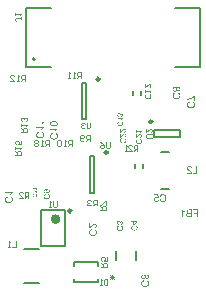
<source format=gbo>
G04*
G04 #@! TF.GenerationSoftware,Altium Limited,Altium Designer,23.3.1 (30)*
G04*
G04 Layer_Color=32896*
%FSLAX44Y44*%
%MOMM*%
G71*
G04*
G04 #@! TF.SameCoordinates,3788C411-BF41-4264-93CF-D4AFF9625904*
G04*
G04*
G04 #@! TF.FilePolarity,Positive*
G04*
G01*
G75*
%ADD11C,0.1524*%
%ADD12C,0.1000*%
%ADD34C,0.2000*%
%ADD37C,0.4000*%
%ADD66C,0.2500*%
%ADD75C,0.0800*%
G36*
X103939Y133622D02*
X104002Y133662D01*
X104062Y133706D01*
X104122Y133752D01*
X104172Y133792D01*
X104215Y133829D01*
X104248Y133859D01*
X104262Y133869D01*
X104271Y133879D01*
X104275Y133882D01*
X104278Y133885D01*
X104315Y133922D01*
X104355Y133965D01*
X104401Y134012D01*
X104451Y134068D01*
X104504Y134128D01*
X104558Y134188D01*
X104664Y134311D01*
X104717Y134371D01*
X104764Y134428D01*
X104807Y134478D01*
X104847Y134524D01*
X104877Y134561D01*
X104904Y134591D01*
X104917Y134607D01*
X104924Y134614D01*
X105027Y134737D01*
X105127Y134850D01*
X105220Y134953D01*
X105306Y135050D01*
X105386Y135136D01*
X105459Y135216D01*
X105526Y135286D01*
X105589Y135349D01*
X105642Y135406D01*
X105689Y135452D01*
X105729Y135492D01*
X105762Y135522D01*
X105789Y135549D01*
X105806Y135566D01*
X105819Y135576D01*
X105822Y135579D01*
X105882Y135632D01*
X105945Y135682D01*
X106002Y135725D01*
X106058Y135769D01*
X106115Y135805D01*
X106165Y135842D01*
X106215Y135872D01*
X106258Y135898D01*
X106301Y135922D01*
X106338Y135942D01*
X106368Y135962D01*
X106398Y135975D01*
X106418Y135985D01*
X106434Y135991D01*
X106444Y135998D01*
X106448D01*
X106557Y136041D01*
X106667Y136071D01*
X106770Y136095D01*
X106817Y136101D01*
X106860Y136108D01*
X106903Y136115D01*
X106940Y136118D01*
X106973Y136121D01*
X107000D01*
X107023Y136125D01*
X107040D01*
X107050D01*
X107053D01*
X107163Y136121D01*
X107269Y136105D01*
X107369Y136085D01*
X107466Y136058D01*
X107556Y136025D01*
X107635Y135988D01*
X107712Y135952D01*
X107782Y135912D01*
X107845Y135872D01*
X107902Y135832D01*
X107948Y135795D01*
X107988Y135762D01*
X108021Y135735D01*
X108041Y135715D01*
X108058Y135699D01*
X108061Y135695D01*
X108135Y135612D01*
X108198Y135522D01*
X108251Y135429D01*
X108298Y135333D01*
X108338Y135233D01*
X108371Y135136D01*
X108398Y135043D01*
X108421Y134950D01*
X108437Y134864D01*
X108451Y134784D01*
X108457Y134710D01*
X108464Y134651D01*
X108467Y134597D01*
X108471Y134577D01*
Y134527D01*
X108467Y134394D01*
X108454Y134268D01*
X108437Y134151D01*
X108411Y134038D01*
X108384Y133935D01*
X108351Y133839D01*
X108318Y133752D01*
X108281Y133672D01*
X108244Y133602D01*
X108211Y133542D01*
X108178Y133489D01*
X108151Y133446D01*
X108128Y133409D01*
X108108Y133386D01*
X108095Y133373D01*
X108091Y133366D01*
X108018Y133290D01*
X107935Y133220D01*
X107852Y133160D01*
X107762Y133107D01*
X107669Y133060D01*
X107579Y133017D01*
X107489Y132984D01*
X107403Y132954D01*
X107319Y132930D01*
X107243Y132910D01*
X107173Y132897D01*
X107113Y132884D01*
X107063Y132877D01*
X107043Y132874D01*
X107027Y132870D01*
X107010D01*
X107000Y132867D01*
X106997D01*
X106993D01*
X106927Y133513D01*
X107013Y133516D01*
X107097Y133526D01*
X107173Y133539D01*
X107246Y133556D01*
X107313Y133579D01*
X107376Y133602D01*
X107433Y133626D01*
X107483Y133652D01*
X107529Y133679D01*
X107566Y133702D01*
X107602Y133726D01*
X107629Y133745D01*
X107652Y133762D01*
X107666Y133779D01*
X107676Y133785D01*
X107679Y133789D01*
X107725Y133842D01*
X107769Y133899D01*
X107805Y133959D01*
X107835Y134018D01*
X107862Y134078D01*
X107885Y134138D01*
X107902Y134198D01*
X107918Y134255D01*
X107928Y134308D01*
X107938Y134358D01*
X107945Y134401D01*
X107948Y134441D01*
Y134471D01*
X107952Y134494D01*
Y134514D01*
X107948Y134594D01*
X107942Y134667D01*
X107928Y134737D01*
X107912Y134804D01*
X107892Y134867D01*
X107872Y134923D01*
X107849Y134977D01*
X107825Y135023D01*
X107799Y135066D01*
X107775Y135103D01*
X107755Y135136D01*
X107735Y135163D01*
X107719Y135183D01*
X107705Y135196D01*
X107699Y135206D01*
X107695Y135210D01*
X107646Y135256D01*
X107596Y135299D01*
X107542Y135336D01*
X107489Y135366D01*
X107436Y135393D01*
X107383Y135413D01*
X107333Y135433D01*
X107286Y135446D01*
X107240Y135456D01*
X107200Y135466D01*
X107160Y135472D01*
X107130Y135476D01*
X107103D01*
X107083Y135479D01*
X107070D01*
X107066D01*
X107000Y135476D01*
X106933Y135466D01*
X106864Y135452D01*
X106797Y135433D01*
X106734Y135413D01*
X106671Y135386D01*
X106611Y135359D01*
X106554Y135333D01*
X106504Y135306D01*
X106458Y135279D01*
X106414Y135253D01*
X106378Y135233D01*
X106351Y135213D01*
X106328Y135200D01*
X106314Y135190D01*
X106311Y135186D01*
X106235Y135126D01*
X106152Y135053D01*
X106062Y134973D01*
X105972Y134887D01*
X105882Y134794D01*
X105792Y134700D01*
X105706Y134607D01*
X105619Y134514D01*
X105539Y134421D01*
X105466Y134338D01*
X105396Y134261D01*
X105340Y134195D01*
X105316Y134165D01*
X105293Y134138D01*
X105273Y134115D01*
X105256Y134095D01*
X105243Y134078D01*
X105233Y134068D01*
X105230Y134062D01*
X105226Y134058D01*
X105147Y133962D01*
X105067Y133869D01*
X104994Y133782D01*
X104920Y133702D01*
X104851Y133629D01*
X104787Y133559D01*
X104727Y133499D01*
X104674Y133443D01*
X104624Y133396D01*
X104581Y133353D01*
X104541Y133316D01*
X104511Y133286D01*
X104485Y133263D01*
X104468Y133246D01*
X104454Y133236D01*
X104451Y133233D01*
X104388Y133183D01*
X104325Y133133D01*
X104265Y133090D01*
X104205Y133050D01*
X104145Y133013D01*
X104088Y132980D01*
X104035Y132950D01*
X103985Y132924D01*
X103939Y132900D01*
X103899Y132880D01*
X103862Y132860D01*
X103832Y132847D01*
X103806Y132837D01*
X103789Y132830D01*
X103776Y132824D01*
X103772D01*
X103693Y132797D01*
X103616Y132777D01*
X103543Y132764D01*
X103476Y132757D01*
X103420Y132751D01*
X103396D01*
X103377D01*
X103360D01*
X103347D01*
X103340D01*
X103336D01*
Y136131D01*
X103939D01*
Y133622D01*
D02*
G37*
G36*
Y129646D02*
X104002Y129686D01*
X104062Y129729D01*
X104122Y129776D01*
X104172Y129816D01*
X104215Y129852D01*
X104248Y129882D01*
X104262Y129892D01*
X104271Y129902D01*
X104275Y129906D01*
X104278Y129909D01*
X104315Y129946D01*
X104355Y129989D01*
X104401Y130035D01*
X104451Y130092D01*
X104504Y130152D01*
X104558Y130212D01*
X104664Y130335D01*
X104717Y130395D01*
X104764Y130451D01*
X104807Y130501D01*
X104847Y130548D01*
X104877Y130584D01*
X104904Y130614D01*
X104917Y130631D01*
X104924Y130638D01*
X105027Y130761D01*
X105127Y130874D01*
X105220Y130977D01*
X105306Y131074D01*
X105386Y131160D01*
X105459Y131240D01*
X105526Y131310D01*
X105589Y131373D01*
X105642Y131430D01*
X105689Y131476D01*
X105729Y131516D01*
X105762Y131546D01*
X105789Y131573D01*
X105806Y131589D01*
X105819Y131599D01*
X105822Y131603D01*
X105882Y131656D01*
X105945Y131706D01*
X106002Y131749D01*
X106058Y131792D01*
X106115Y131829D01*
X106165Y131866D01*
X106215Y131896D01*
X106258Y131922D01*
X106301Y131945D01*
X106338Y131965D01*
X106368Y131985D01*
X106398Y131999D01*
X106418Y132009D01*
X106434Y132015D01*
X106444Y132022D01*
X106448D01*
X106557Y132065D01*
X106667Y132095D01*
X106770Y132118D01*
X106817Y132125D01*
X106860Y132132D01*
X106903Y132138D01*
X106940Y132142D01*
X106973Y132145D01*
X107000D01*
X107023Y132148D01*
X107040D01*
X107050D01*
X107053D01*
X107163Y132145D01*
X107269Y132128D01*
X107369Y132108D01*
X107466Y132082D01*
X107556Y132049D01*
X107635Y132012D01*
X107712Y131975D01*
X107782Y131935D01*
X107845Y131896D01*
X107902Y131855D01*
X107948Y131819D01*
X107988Y131786D01*
X108021Y131759D01*
X108041Y131739D01*
X108058Y131722D01*
X108061Y131719D01*
X108135Y131636D01*
X108198Y131546D01*
X108251Y131453D01*
X108298Y131356D01*
X108338Y131257D01*
X108371Y131160D01*
X108398Y131067D01*
X108421Y130974D01*
X108437Y130887D01*
X108451Y130807D01*
X108457Y130734D01*
X108464Y130674D01*
X108467Y130621D01*
X108471Y130601D01*
Y130551D01*
X108467Y130418D01*
X108454Y130292D01*
X108437Y130175D01*
X108411Y130062D01*
X108384Y129959D01*
X108351Y129862D01*
X108318Y129776D01*
X108281Y129696D01*
X108244Y129626D01*
X108211Y129566D01*
X108178Y129513D01*
X108151Y129470D01*
X108128Y129433D01*
X108108Y129410D01*
X108095Y129397D01*
X108091Y129390D01*
X108018Y129313D01*
X107935Y129243D01*
X107852Y129184D01*
X107762Y129130D01*
X107669Y129084D01*
X107579Y129041D01*
X107489Y129007D01*
X107403Y128977D01*
X107319Y128954D01*
X107243Y128934D01*
X107173Y128921D01*
X107113Y128907D01*
X107063Y128901D01*
X107043Y128897D01*
X107027Y128894D01*
X107010D01*
X107000Y128891D01*
X106997D01*
X106993D01*
X106927Y129536D01*
X107013Y129540D01*
X107097Y129550D01*
X107173Y129563D01*
X107246Y129580D01*
X107313Y129603D01*
X107376Y129626D01*
X107433Y129649D01*
X107483Y129676D01*
X107529Y129703D01*
X107566Y129726D01*
X107602Y129749D01*
X107629Y129769D01*
X107652Y129786D01*
X107666Y129803D01*
X107676Y129809D01*
X107679Y129812D01*
X107725Y129866D01*
X107769Y129922D01*
X107805Y129982D01*
X107835Y130042D01*
X107862Y130102D01*
X107885Y130162D01*
X107902Y130222D01*
X107918Y130278D01*
X107928Y130332D01*
X107938Y130381D01*
X107945Y130425D01*
X107948Y130465D01*
Y130495D01*
X107952Y130518D01*
Y130538D01*
X107948Y130618D01*
X107942Y130691D01*
X107928Y130761D01*
X107912Y130827D01*
X107892Y130891D01*
X107872Y130947D01*
X107849Y131000D01*
X107825Y131047D01*
X107799Y131090D01*
X107775Y131127D01*
X107755Y131160D01*
X107735Y131187D01*
X107719Y131207D01*
X107705Y131220D01*
X107699Y131230D01*
X107695Y131233D01*
X107646Y131280D01*
X107596Y131323D01*
X107542Y131360D01*
X107489Y131390D01*
X107436Y131416D01*
X107383Y131436D01*
X107333Y131456D01*
X107286Y131470D01*
X107240Y131480D01*
X107200Y131489D01*
X107160Y131496D01*
X107130Y131500D01*
X107103D01*
X107083Y131503D01*
X107070D01*
X107066D01*
X107000Y131500D01*
X106933Y131489D01*
X106864Y131476D01*
X106797Y131456D01*
X106734Y131436D01*
X106671Y131410D01*
X106611Y131383D01*
X106554Y131356D01*
X106504Y131330D01*
X106458Y131303D01*
X106414Y131277D01*
X106378Y131257D01*
X106351Y131237D01*
X106328Y131223D01*
X106314Y131213D01*
X106311Y131210D01*
X106235Y131150D01*
X106152Y131077D01*
X106062Y130997D01*
X105972Y130911D01*
X105882Y130817D01*
X105792Y130724D01*
X105706Y130631D01*
X105619Y130538D01*
X105539Y130445D01*
X105466Y130361D01*
X105396Y130285D01*
X105340Y130218D01*
X105316Y130189D01*
X105293Y130162D01*
X105273Y130139D01*
X105256Y130119D01*
X105243Y130102D01*
X105233Y130092D01*
X105230Y130085D01*
X105226Y130082D01*
X105147Y129986D01*
X105067Y129892D01*
X104994Y129806D01*
X104920Y129726D01*
X104851Y129653D01*
X104787Y129583D01*
X104727Y129523D01*
X104674Y129466D01*
X104624Y129420D01*
X104581Y129377D01*
X104541Y129340D01*
X104511Y129310D01*
X104485Y129287D01*
X104468Y129270D01*
X104454Y129260D01*
X104451Y129257D01*
X104388Y129207D01*
X104325Y129157D01*
X104265Y129114D01*
X104205Y129074D01*
X104145Y129037D01*
X104088Y129004D01*
X104035Y128974D01*
X103985Y128947D01*
X103939Y128924D01*
X103899Y128904D01*
X103862Y128884D01*
X103832Y128871D01*
X103806Y128861D01*
X103789Y128854D01*
X103776Y128848D01*
X103772D01*
X103693Y128821D01*
X103616Y128801D01*
X103543Y128788D01*
X103476Y128781D01*
X103420Y128774D01*
X103396D01*
X103377D01*
X103360D01*
X103347D01*
X103340D01*
X103336D01*
Y132155D01*
X103939D01*
Y129646D01*
D02*
G37*
G36*
X105130Y127597D02*
X105014Y127566D01*
X104904Y127533D01*
X104801Y127497D01*
X104704Y127453D01*
X104618Y127410D01*
X104538Y127367D01*
X104465Y127320D01*
X104401Y127277D01*
X104345Y127234D01*
X104295Y127194D01*
X104252Y127157D01*
X104218Y127124D01*
X104188Y127097D01*
X104172Y127077D01*
X104158Y127064D01*
X104155Y127061D01*
X104099Y126984D01*
X104045Y126908D01*
X104002Y126828D01*
X103965Y126745D01*
X103932Y126665D01*
X103905Y126585D01*
X103885Y126505D01*
X103866Y126432D01*
X103852Y126362D01*
X103842Y126299D01*
X103836Y126242D01*
X103832Y126196D01*
X103829Y126156D01*
X103826Y126126D01*
Y126099D01*
X103829Y126013D01*
X103836Y125929D01*
X103849Y125846D01*
X103862Y125766D01*
X103882Y125690D01*
X103902Y125620D01*
X103922Y125553D01*
X103945Y125490D01*
X103969Y125434D01*
X103989Y125384D01*
X104009Y125337D01*
X104029Y125301D01*
X104042Y125271D01*
X104055Y125251D01*
X104062Y125234D01*
X104065Y125231D01*
X104115Y125157D01*
X104165Y125091D01*
X104222Y125028D01*
X104282Y124971D01*
X104341Y124918D01*
X104401Y124868D01*
X104461Y124825D01*
X104521Y124785D01*
X104578Y124752D01*
X104628Y124722D01*
X104674Y124695D01*
X104714Y124675D01*
X104747Y124658D01*
X104774Y124648D01*
X104787Y124642D01*
X104794Y124638D01*
X104887Y124605D01*
X104984Y124575D01*
X105080Y124552D01*
X105180Y124529D01*
X105276Y124512D01*
X105370Y124495D01*
X105463Y124482D01*
X105549Y124472D01*
X105629Y124465D01*
X105702Y124459D01*
X105769Y124455D01*
X105825Y124452D01*
X105872Y124449D01*
X105905D01*
X105919D01*
X105929D01*
X105932D01*
X105935D01*
X106028Y124452D01*
X106122Y124455D01*
X106301Y124475D01*
X106388Y124485D01*
X106468Y124499D01*
X106544Y124515D01*
X106617Y124529D01*
X106681Y124545D01*
X106741Y124559D01*
X106790Y124572D01*
X106834Y124585D01*
X106870Y124595D01*
X106897Y124602D01*
X106910Y124605D01*
X106917Y124608D01*
X107003Y124642D01*
X107086Y124678D01*
X107163Y124722D01*
X107236Y124765D01*
X107303Y124811D01*
X107366Y124858D01*
X107423Y124905D01*
X107476Y124948D01*
X107519Y124994D01*
X107562Y125034D01*
X107596Y125071D01*
X107626Y125104D01*
X107646Y125131D01*
X107662Y125151D01*
X107672Y125164D01*
X107676Y125168D01*
X107725Y125244D01*
X107769Y125324D01*
X107805Y125407D01*
X107838Y125487D01*
X107865Y125570D01*
X107888Y125653D01*
X107908Y125733D01*
X107922Y125810D01*
X107935Y125879D01*
X107945Y125946D01*
X107948Y126003D01*
X107955Y126056D01*
Y126096D01*
X107958Y126126D01*
Y126152D01*
X107955Y126245D01*
X107948Y126335D01*
X107935Y126422D01*
X107918Y126502D01*
X107898Y126578D01*
X107878Y126648D01*
X107855Y126711D01*
X107832Y126771D01*
X107805Y126825D01*
X107782Y126871D01*
X107762Y126911D01*
X107742Y126944D01*
X107725Y126971D01*
X107712Y126988D01*
X107705Y127001D01*
X107702Y127004D01*
X107652Y127067D01*
X107596Y127124D01*
X107532Y127177D01*
X107469Y127227D01*
X107403Y127274D01*
X107333Y127317D01*
X107266Y127354D01*
X107203Y127390D01*
X107140Y127420D01*
X107080Y127447D01*
X107027Y127470D01*
X106980Y127487D01*
X106943Y127500D01*
X106913Y127513D01*
X106897Y127517D01*
X106890Y127520D01*
X107047Y128189D01*
X107176Y128146D01*
X107296Y128099D01*
X107413Y128046D01*
X107516Y127989D01*
X107616Y127929D01*
X107705Y127866D01*
X107789Y127806D01*
X107862Y127746D01*
X107928Y127686D01*
X107985Y127633D01*
X108032Y127586D01*
X108071Y127543D01*
X108105Y127507D01*
X108128Y127480D01*
X108141Y127463D01*
X108145Y127457D01*
X108215Y127357D01*
X108274Y127250D01*
X108328Y127144D01*
X108371Y127034D01*
X108411Y126924D01*
X108441Y126818D01*
X108467Y126715D01*
X108487Y126615D01*
X108504Y126522D01*
X108517Y126435D01*
X108524Y126359D01*
X108531Y126295D01*
X108534Y126265D01*
Y126239D01*
X108537Y126219D01*
Y126166D01*
X108534Y126039D01*
X108524Y125920D01*
X108507Y125800D01*
X108491Y125687D01*
X108464Y125580D01*
X108441Y125477D01*
X108411Y125380D01*
X108384Y125291D01*
X108354Y125211D01*
X108324Y125141D01*
X108301Y125078D01*
X108278Y125024D01*
X108258Y124981D01*
X108241Y124951D01*
X108231Y124931D01*
X108228Y124925D01*
X108168Y124821D01*
X108101Y124725D01*
X108032Y124635D01*
X107958Y124552D01*
X107882Y124475D01*
X107809Y124402D01*
X107735Y124339D01*
X107662Y124279D01*
X107596Y124229D01*
X107532Y124183D01*
X107472Y124146D01*
X107423Y124113D01*
X107383Y124089D01*
X107353Y124069D01*
X107333Y124059D01*
X107329Y124056D01*
X107326D01*
X107213Y124003D01*
X107097Y123956D01*
X106977Y123913D01*
X106857Y123880D01*
X106741Y123850D01*
X106624Y123823D01*
X106511Y123803D01*
X106404Y123790D01*
X106308Y123777D01*
X106215Y123767D01*
X106135Y123760D01*
X106065Y123753D01*
X106035D01*
X106008D01*
X105985Y123750D01*
X105969D01*
X105952D01*
X105942D01*
X105935D01*
X105932D01*
X105795Y123753D01*
X105662Y123763D01*
X105533Y123777D01*
X105409Y123793D01*
X105290Y123813D01*
X105177Y123836D01*
X105070Y123860D01*
X104974Y123886D01*
X104884Y123910D01*
X104801Y123933D01*
X104731Y123956D01*
X104671Y123976D01*
X104624Y123996D01*
X104604Y124003D01*
X104591Y124010D01*
X104578Y124013D01*
X104568Y124016D01*
X104564Y124019D01*
X104561D01*
X104445Y124073D01*
X104335Y124133D01*
X104235Y124192D01*
X104138Y124259D01*
X104052Y124326D01*
X103972Y124389D01*
X103899Y124455D01*
X103836Y124519D01*
X103776Y124579D01*
X103726Y124632D01*
X103683Y124682D01*
X103649Y124725D01*
X103623Y124761D01*
X103603Y124788D01*
X103589Y124805D01*
X103586Y124811D01*
X103526Y124911D01*
X103476Y125018D01*
X103430Y125127D01*
X103393Y125241D01*
X103360Y125354D01*
X103333Y125464D01*
X103310Y125573D01*
X103293Y125680D01*
X103277Y125776D01*
X103267Y125866D01*
X103260Y125949D01*
X103257Y126019D01*
X103253Y126049D01*
Y126076D01*
X103250Y126099D01*
Y126156D01*
X103257Y126302D01*
X103270Y126442D01*
X103290Y126578D01*
X103320Y126705D01*
X103350Y126825D01*
X103386Y126934D01*
X103426Y127037D01*
X103470Y127131D01*
X103510Y127214D01*
X103549Y127290D01*
X103586Y127354D01*
X103619Y127407D01*
X103646Y127450D01*
X103666Y127480D01*
X103683Y127500D01*
X103686Y127507D01*
X103772Y127606D01*
X103866Y127700D01*
X103965Y127783D01*
X104068Y127863D01*
X104175Y127933D01*
X104282Y127996D01*
X104385Y128049D01*
X104488Y128099D01*
X104581Y128142D01*
X104671Y128179D01*
X104751Y128209D01*
X104820Y128232D01*
X104851Y128242D01*
X104877Y128252D01*
X104900Y128259D01*
X104920Y128265D01*
X104937Y128269D01*
X104947Y128272D01*
X104954Y128275D01*
X104957D01*
X105130Y127597D01*
D02*
G37*
G36*
X102190Y58205D02*
X102277Y58198D01*
X102360Y58185D01*
X102440Y58168D01*
X102513Y58148D01*
X102580Y58128D01*
X102643Y58105D01*
X102699Y58082D01*
X102749Y58059D01*
X102796Y58035D01*
X102836Y58015D01*
X102866Y57995D01*
X102892Y57979D01*
X102909Y57965D01*
X102922Y57959D01*
X102926Y57955D01*
X102986Y57905D01*
X103039Y57852D01*
X103089Y57799D01*
X103132Y57739D01*
X103172Y57682D01*
X103209Y57623D01*
X103238Y57566D01*
X103265Y57509D01*
X103288Y57456D01*
X103308Y57406D01*
X103325Y57363D01*
X103338Y57326D01*
X103348Y57293D01*
X103355Y57270D01*
X103358Y57257D01*
Y57250D01*
X103392Y57313D01*
X103425Y57373D01*
X103458Y57430D01*
X103495Y57480D01*
X103531Y57526D01*
X103568Y57569D01*
X103601Y57609D01*
X103634Y57642D01*
X103668Y57676D01*
X103698Y57702D01*
X103724Y57726D01*
X103748Y57742D01*
X103764Y57756D01*
X103778Y57769D01*
X103787Y57772D01*
X103791Y57776D01*
X103844Y57809D01*
X103894Y57835D01*
X103947Y57859D01*
X104000Y57879D01*
X104104Y57912D01*
X104197Y57932D01*
X104237Y57942D01*
X104277Y57945D01*
X104310Y57949D01*
X104340Y57952D01*
X104363Y57955D01*
X104383D01*
X104393D01*
X104396D01*
X104463Y57952D01*
X104526Y57949D01*
X104646Y57925D01*
X104759Y57895D01*
X104809Y57879D01*
X104856Y57862D01*
X104899Y57846D01*
X104939Y57829D01*
X104972Y57812D01*
X105002Y57799D01*
X105025Y57786D01*
X105042Y57776D01*
X105052Y57772D01*
X105055Y57769D01*
X105112Y57732D01*
X105165Y57692D01*
X105215Y57649D01*
X105261Y57606D01*
X105305Y57563D01*
X105345Y57516D01*
X105381Y57473D01*
X105415Y57430D01*
X105444Y57390D01*
X105471Y57353D01*
X105494Y57316D01*
X105511Y57287D01*
X105524Y57263D01*
X105538Y57247D01*
X105541Y57233D01*
X105544Y57230D01*
X105578Y57163D01*
X105604Y57097D01*
X105627Y57027D01*
X105647Y56960D01*
X105681Y56831D01*
X105691Y56771D01*
X105701Y56711D01*
X105711Y56658D01*
X105714Y56608D01*
X105717Y56564D01*
X105721Y56528D01*
X105724Y56498D01*
Y56458D01*
X105721Y56348D01*
X105711Y56242D01*
X105691Y56139D01*
X105671Y56045D01*
X105644Y55956D01*
X105614Y55872D01*
X105584Y55792D01*
X105551Y55723D01*
X105518Y55659D01*
X105488Y55606D01*
X105458Y55556D01*
X105431Y55516D01*
X105411Y55486D01*
X105395Y55463D01*
X105381Y55446D01*
X105378Y55443D01*
X105311Y55370D01*
X105238Y55303D01*
X105158Y55244D01*
X105078Y55190D01*
X104999Y55140D01*
X104916Y55097D01*
X104836Y55061D01*
X104759Y55027D01*
X104686Y55001D01*
X104619Y54977D01*
X104556Y54961D01*
X104503Y54944D01*
X104460Y54934D01*
X104426Y54927D01*
X104416Y54924D01*
X104406Y54921D01*
X104403D01*
X104400D01*
X104287Y55546D01*
X104370Y55563D01*
X104450Y55580D01*
X104523Y55603D01*
X104589Y55626D01*
X104653Y55649D01*
X104709Y55676D01*
X104759Y55703D01*
X104806Y55729D01*
X104846Y55756D01*
X104882Y55779D01*
X104912Y55799D01*
X104935Y55819D01*
X104955Y55836D01*
X104969Y55849D01*
X104975Y55856D01*
X104979Y55859D01*
X105019Y55906D01*
X105055Y55956D01*
X105085Y56006D01*
X105112Y56059D01*
X105135Y56109D01*
X105152Y56162D01*
X105168Y56212D01*
X105178Y56258D01*
X105188Y56302D01*
X105195Y56342D01*
X105202Y56378D01*
X105205Y56411D01*
X105208Y56435D01*
Y56471D01*
X105205Y56538D01*
X105198Y56604D01*
X105188Y56664D01*
X105172Y56721D01*
X105155Y56774D01*
X105138Y56824D01*
X105115Y56871D01*
X105095Y56911D01*
X105075Y56947D01*
X105055Y56980D01*
X105035Y57007D01*
X105019Y57030D01*
X105002Y57050D01*
X104992Y57064D01*
X104985Y57070D01*
X104982Y57073D01*
X104939Y57117D01*
X104892Y57150D01*
X104846Y57183D01*
X104796Y57210D01*
X104749Y57233D01*
X104703Y57253D01*
X104656Y57267D01*
X104613Y57280D01*
X104569Y57290D01*
X104533Y57297D01*
X104496Y57303D01*
X104466Y57306D01*
X104443Y57310D01*
X104426D01*
X104413D01*
X104410D01*
X104330Y57306D01*
X104257Y57297D01*
X104187Y57280D01*
X104123Y57260D01*
X104067Y57237D01*
X104014Y57207D01*
X103967Y57180D01*
X103924Y57150D01*
X103887Y57117D01*
X103854Y57090D01*
X103827Y57064D01*
X103804Y57037D01*
X103787Y57017D01*
X103774Y57000D01*
X103767Y56990D01*
X103764Y56987D01*
X103728Y56927D01*
X103694Y56864D01*
X103668Y56801D01*
X103644Y56741D01*
X103624Y56678D01*
X103604Y56618D01*
X103591Y56561D01*
X103581Y56508D01*
X103571Y56455D01*
X103565Y56408D01*
X103561Y56368D01*
X103558Y56332D01*
X103555Y56305D01*
Y56235D01*
X103558Y56202D01*
Y56189D01*
X103561Y56175D01*
Y56165D01*
X103009Y56095D01*
X103032Y56192D01*
X103049Y56278D01*
X103062Y56351D01*
X103069Y56418D01*
X103072Y56445D01*
X103075Y56468D01*
Y56488D01*
X103079Y56508D01*
Y56538D01*
X103075Y56618D01*
X103065Y56694D01*
X103052Y56767D01*
X103035Y56834D01*
X103015Y56897D01*
X102989Y56957D01*
X102966Y57010D01*
X102939Y57060D01*
X102912Y57104D01*
X102889Y57143D01*
X102866Y57177D01*
X102843Y57207D01*
X102826Y57227D01*
X102812Y57243D01*
X102803Y57253D01*
X102799Y57257D01*
X102746Y57306D01*
X102689Y57350D01*
X102629Y57386D01*
X102570Y57420D01*
X102510Y57446D01*
X102450Y57470D01*
X102393Y57490D01*
X102337Y57503D01*
X102283Y57516D01*
X102237Y57526D01*
X102194Y57529D01*
X102157Y57536D01*
X102127D01*
X102104Y57539D01*
X102091D01*
X102084D01*
X102001Y57536D01*
X101921Y57526D01*
X101844Y57513D01*
X101774Y57493D01*
X101708Y57470D01*
X101645Y57443D01*
X101588Y57416D01*
X101535Y57386D01*
X101488Y57356D01*
X101445Y57330D01*
X101412Y57303D01*
X101382Y57280D01*
X101355Y57263D01*
X101339Y57247D01*
X101328Y57237D01*
X101325Y57233D01*
X101272Y57177D01*
X101225Y57113D01*
X101182Y57054D01*
X101149Y56990D01*
X101119Y56927D01*
X101092Y56864D01*
X101072Y56804D01*
X101059Y56747D01*
X101046Y56694D01*
X101036Y56644D01*
X101029Y56601D01*
X101022Y56561D01*
Y56531D01*
X101019Y56508D01*
Y56488D01*
X101022Y56418D01*
X101029Y56351D01*
X101039Y56288D01*
X101056Y56232D01*
X101072Y56175D01*
X101092Y56122D01*
X101116Y56072D01*
X101136Y56029D01*
X101159Y55989D01*
X101179Y55956D01*
X101199Y55926D01*
X101215Y55899D01*
X101232Y55879D01*
X101242Y55866D01*
X101249Y55856D01*
X101252Y55852D01*
X101299Y55806D01*
X101352Y55763D01*
X101412Y55723D01*
X101472Y55686D01*
X101601Y55623D01*
X101728Y55570D01*
X101788Y55550D01*
X101841Y55533D01*
X101894Y55516D01*
X101937Y55503D01*
X101974Y55496D01*
X102001Y55490D01*
X102017Y55483D01*
X102024D01*
X101937Y54858D01*
X101821Y54874D01*
X101711Y54897D01*
X101605Y54927D01*
X101505Y54964D01*
X101415Y55004D01*
X101328Y55044D01*
X101249Y55090D01*
X101179Y55134D01*
X101116Y55177D01*
X101059Y55220D01*
X101012Y55260D01*
X100972Y55293D01*
X100939Y55323D01*
X100919Y55343D01*
X100903Y55360D01*
X100899Y55363D01*
X100829Y55450D01*
X100766Y55540D01*
X100713Y55633D01*
X100670Y55726D01*
X100630Y55819D01*
X100597Y55912D01*
X100570Y56002D01*
X100550Y56089D01*
X100533Y56172D01*
X100520Y56245D01*
X100513Y56312D01*
X100507Y56368D01*
X100503Y56418D01*
X100500Y56451D01*
Y56481D01*
X100507Y56618D01*
X100520Y56751D01*
X100543Y56874D01*
X100573Y56990D01*
X100606Y57100D01*
X100646Y57203D01*
X100690Y57297D01*
X100733Y57380D01*
X100773Y57456D01*
X100816Y57526D01*
X100856Y57583D01*
X100889Y57632D01*
X100919Y57669D01*
X100942Y57696D01*
X100956Y57712D01*
X100962Y57719D01*
X101052Y57806D01*
X101145Y57882D01*
X101242Y57945D01*
X101339Y58002D01*
X101432Y58049D01*
X101528Y58088D01*
X101618Y58122D01*
X101708Y58148D01*
X101788Y58168D01*
X101864Y58182D01*
X101931Y58195D01*
X101987Y58201D01*
X102034Y58205D01*
X102071Y58208D01*
X102084D01*
X102094D01*
X102097D01*
X102100D01*
X102190Y58205D01*
D02*
G37*
G36*
X102383Y53596D02*
X102267Y53566D01*
X102157Y53533D01*
X102054Y53497D01*
X101957Y53453D01*
X101871Y53410D01*
X101791Y53367D01*
X101718Y53320D01*
X101655Y53277D01*
X101598Y53234D01*
X101548Y53194D01*
X101505Y53157D01*
X101472Y53124D01*
X101442Y53097D01*
X101425Y53077D01*
X101412Y53064D01*
X101408Y53061D01*
X101352Y52984D01*
X101299Y52908D01*
X101255Y52828D01*
X101219Y52745D01*
X101185Y52665D01*
X101159Y52585D01*
X101139Y52505D01*
X101119Y52432D01*
X101106Y52362D01*
X101096Y52299D01*
X101089Y52242D01*
X101086Y52196D01*
X101082Y52156D01*
X101079Y52126D01*
Y52099D01*
X101082Y52013D01*
X101089Y51929D01*
X101102Y51846D01*
X101116Y51766D01*
X101136Y51690D01*
X101156Y51620D01*
X101175Y51553D01*
X101199Y51490D01*
X101222Y51434D01*
X101242Y51384D01*
X101262Y51337D01*
X101282Y51301D01*
X101295Y51271D01*
X101309Y51251D01*
X101315Y51234D01*
X101319Y51231D01*
X101369Y51157D01*
X101418Y51091D01*
X101475Y51028D01*
X101535Y50971D01*
X101595Y50918D01*
X101655Y50868D01*
X101714Y50825D01*
X101774Y50785D01*
X101831Y50752D01*
X101881Y50722D01*
X101927Y50695D01*
X101967Y50675D01*
X102001Y50658D01*
X102027Y50648D01*
X102041Y50642D01*
X102047Y50638D01*
X102140Y50605D01*
X102237Y50575D01*
X102333Y50552D01*
X102433Y50529D01*
X102530Y50512D01*
X102623Y50495D01*
X102716Y50482D01*
X102803Y50472D01*
X102882Y50465D01*
X102956Y50459D01*
X103022Y50455D01*
X103079Y50452D01*
X103125Y50449D01*
X103159D01*
X103172D01*
X103182D01*
X103185D01*
X103188D01*
X103282Y50452D01*
X103375Y50455D01*
X103555Y50475D01*
X103641Y50485D01*
X103721Y50499D01*
X103798Y50515D01*
X103871Y50529D01*
X103934Y50545D01*
X103994Y50559D01*
X104044Y50572D01*
X104087Y50585D01*
X104123Y50595D01*
X104150Y50602D01*
X104164Y50605D01*
X104170Y50608D01*
X104257Y50642D01*
X104340Y50678D01*
X104416Y50722D01*
X104490Y50765D01*
X104556Y50811D01*
X104619Y50858D01*
X104676Y50904D01*
X104729Y50948D01*
X104772Y50994D01*
X104816Y51034D01*
X104849Y51071D01*
X104879Y51104D01*
X104899Y51131D01*
X104916Y51151D01*
X104925Y51164D01*
X104929Y51167D01*
X104979Y51244D01*
X105022Y51324D01*
X105058Y51407D01*
X105092Y51487D01*
X105118Y51570D01*
X105142Y51653D01*
X105162Y51733D01*
X105175Y51810D01*
X105188Y51880D01*
X105198Y51946D01*
X105202Y52003D01*
X105208Y52056D01*
Y52096D01*
X105212Y52126D01*
Y52152D01*
X105208Y52245D01*
X105202Y52335D01*
X105188Y52422D01*
X105172Y52502D01*
X105152Y52578D01*
X105132Y52648D01*
X105108Y52711D01*
X105085Y52771D01*
X105058Y52825D01*
X105035Y52871D01*
X105015Y52911D01*
X104995Y52944D01*
X104979Y52971D01*
X104965Y52987D01*
X104959Y53001D01*
X104955Y53004D01*
X104906Y53067D01*
X104849Y53124D01*
X104786Y53177D01*
X104722Y53227D01*
X104656Y53274D01*
X104586Y53317D01*
X104520Y53354D01*
X104456Y53390D01*
X104393Y53420D01*
X104333Y53447D01*
X104280Y53470D01*
X104233Y53487D01*
X104197Y53500D01*
X104167Y53513D01*
X104150Y53517D01*
X104143Y53520D01*
X104300Y54189D01*
X104430Y54145D01*
X104549Y54099D01*
X104666Y54046D01*
X104769Y53989D01*
X104869Y53929D01*
X104959Y53866D01*
X105042Y53806D01*
X105115Y53746D01*
X105182Y53686D01*
X105238Y53633D01*
X105285Y53586D01*
X105325Y53543D01*
X105358Y53507D01*
X105381Y53480D01*
X105395Y53463D01*
X105398Y53457D01*
X105468Y53357D01*
X105528Y53250D01*
X105581Y53144D01*
X105624Y53034D01*
X105664Y52924D01*
X105694Y52818D01*
X105721Y52715D01*
X105741Y52615D01*
X105757Y52522D01*
X105771Y52435D01*
X105777Y52359D01*
X105784Y52295D01*
X105787Y52266D01*
Y52239D01*
X105791Y52219D01*
Y52166D01*
X105787Y52039D01*
X105777Y51919D01*
X105761Y51800D01*
X105744Y51687D01*
X105717Y51580D01*
X105694Y51477D01*
X105664Y51380D01*
X105638Y51290D01*
X105608Y51211D01*
X105578Y51141D01*
X105554Y51078D01*
X105531Y51024D01*
X105511Y50981D01*
X105494Y50951D01*
X105484Y50931D01*
X105481Y50925D01*
X105421Y50821D01*
X105355Y50725D01*
X105285Y50635D01*
X105212Y50552D01*
X105135Y50475D01*
X105062Y50402D01*
X104989Y50339D01*
X104916Y50279D01*
X104849Y50229D01*
X104786Y50182D01*
X104726Y50146D01*
X104676Y50113D01*
X104636Y50089D01*
X104606Y50069D01*
X104586Y50059D01*
X104583Y50056D01*
X104579D01*
X104466Y50003D01*
X104350Y49956D01*
X104230Y49913D01*
X104110Y49880D01*
X103994Y49850D01*
X103877Y49823D01*
X103764Y49803D01*
X103658Y49790D01*
X103561Y49777D01*
X103468Y49767D01*
X103388Y49760D01*
X103318Y49753D01*
X103288D01*
X103262D01*
X103238Y49750D01*
X103222D01*
X103205D01*
X103195D01*
X103188D01*
X103185D01*
X103049Y49753D01*
X102916Y49763D01*
X102786Y49777D01*
X102663Y49793D01*
X102543Y49813D01*
X102430Y49837D01*
X102323Y49860D01*
X102227Y49886D01*
X102137Y49910D01*
X102054Y49933D01*
X101984Y49956D01*
X101924Y49976D01*
X101877Y49996D01*
X101858Y50003D01*
X101844Y50009D01*
X101831Y50013D01*
X101821Y50016D01*
X101818Y50019D01*
X101814D01*
X101698Y50073D01*
X101588Y50133D01*
X101488Y50192D01*
X101392Y50259D01*
X101305Y50326D01*
X101225Y50389D01*
X101152Y50455D01*
X101089Y50519D01*
X101029Y50578D01*
X100979Y50632D01*
X100936Y50682D01*
X100903Y50725D01*
X100876Y50761D01*
X100856Y50788D01*
X100843Y50805D01*
X100839Y50811D01*
X100779Y50911D01*
X100730Y51018D01*
X100683Y51128D01*
X100646Y51241D01*
X100613Y51354D01*
X100587Y51463D01*
X100563Y51573D01*
X100547Y51680D01*
X100530Y51776D01*
X100520Y51866D01*
X100513Y51949D01*
X100510Y52019D01*
X100507Y52049D01*
Y52076D01*
X100503Y52099D01*
Y52156D01*
X100510Y52302D01*
X100523Y52442D01*
X100543Y52578D01*
X100573Y52705D01*
X100603Y52825D01*
X100640Y52934D01*
X100680Y53037D01*
X100723Y53131D01*
X100763Y53214D01*
X100803Y53290D01*
X100839Y53354D01*
X100873Y53407D01*
X100899Y53450D01*
X100919Y53480D01*
X100936Y53500D01*
X100939Y53507D01*
X101026Y53606D01*
X101119Y53700D01*
X101219Y53783D01*
X101322Y53863D01*
X101428Y53932D01*
X101535Y53996D01*
X101638Y54049D01*
X101741Y54099D01*
X101834Y54142D01*
X101924Y54179D01*
X102004Y54209D01*
X102074Y54232D01*
X102104Y54242D01*
X102130Y54252D01*
X102154Y54259D01*
X102174Y54265D01*
X102190Y54268D01*
X102200Y54272D01*
X102207Y54275D01*
X102210D01*
X102383Y53596D01*
D02*
G37*
G36*
X114637Y57746D02*
X117951D01*
Y57230D01*
X114637Y54898D01*
X114061D01*
Y57117D01*
X112837D01*
Y57746D01*
X114061D01*
Y58435D01*
X114637D01*
Y57746D01*
D02*
G37*
G36*
X114630Y53847D02*
X114514Y53816D01*
X114404Y53783D01*
X114301Y53747D01*
X114204Y53703D01*
X114118Y53660D01*
X114038Y53617D01*
X113965Y53570D01*
X113901Y53527D01*
X113845Y53484D01*
X113795Y53444D01*
X113751Y53407D01*
X113718Y53374D01*
X113688Y53347D01*
X113672Y53327D01*
X113658Y53314D01*
X113655Y53311D01*
X113598Y53234D01*
X113545Y53158D01*
X113502Y53078D01*
X113465Y52995D01*
X113432Y52915D01*
X113406Y52835D01*
X113385Y52755D01*
X113366Y52682D01*
X113352Y52612D01*
X113342Y52549D01*
X113336Y52492D01*
X113332Y52446D01*
X113329Y52406D01*
X113326Y52376D01*
Y52349D01*
X113329Y52263D01*
X113336Y52179D01*
X113349Y52096D01*
X113362Y52016D01*
X113382Y51940D01*
X113402Y51870D01*
X113422Y51803D01*
X113445Y51740D01*
X113469Y51684D01*
X113489Y51634D01*
X113509Y51587D01*
X113529Y51551D01*
X113542Y51521D01*
X113555Y51501D01*
X113562Y51484D01*
X113565Y51481D01*
X113615Y51407D01*
X113665Y51341D01*
X113722Y51278D01*
X113781Y51221D01*
X113841Y51168D01*
X113901Y51118D01*
X113961Y51075D01*
X114021Y51035D01*
X114078Y51002D01*
X114128Y50972D01*
X114174Y50945D01*
X114214Y50925D01*
X114247Y50908D01*
X114274Y50898D01*
X114287Y50892D01*
X114294Y50888D01*
X114387Y50855D01*
X114484Y50825D01*
X114580Y50802D01*
X114680Y50779D01*
X114776Y50762D01*
X114869Y50745D01*
X114963Y50732D01*
X115049Y50722D01*
X115129Y50715D01*
X115202Y50709D01*
X115269Y50705D01*
X115325Y50702D01*
X115372Y50699D01*
X115405D01*
X115419D01*
X115428D01*
X115432D01*
X115435D01*
X115528Y50702D01*
X115622Y50705D01*
X115801Y50725D01*
X115888Y50735D01*
X115968Y50749D01*
X116044Y50765D01*
X116117Y50779D01*
X116180Y50795D01*
X116240Y50809D01*
X116290Y50822D01*
X116334Y50835D01*
X116370Y50845D01*
X116397Y50852D01*
X116410Y50855D01*
X116417Y50858D01*
X116503Y50892D01*
X116587Y50928D01*
X116663Y50972D01*
X116736Y51015D01*
X116803Y51061D01*
X116866Y51108D01*
X116923Y51155D01*
X116976Y51198D01*
X117019Y51244D01*
X117062Y51284D01*
X117096Y51321D01*
X117126Y51354D01*
X117146Y51381D01*
X117162Y51401D01*
X117172Y51414D01*
X117175Y51417D01*
X117225Y51494D01*
X117269Y51574D01*
X117305Y51657D01*
X117338Y51737D01*
X117365Y51820D01*
X117388Y51903D01*
X117408Y51983D01*
X117422Y52060D01*
X117435Y52130D01*
X117445Y52196D01*
X117448Y52253D01*
X117455Y52306D01*
Y52346D01*
X117458Y52376D01*
Y52402D01*
X117455Y52496D01*
X117448Y52585D01*
X117435Y52672D01*
X117418Y52752D01*
X117398Y52828D01*
X117378Y52898D01*
X117355Y52961D01*
X117332Y53021D01*
X117305Y53074D01*
X117282Y53121D01*
X117262Y53161D01*
X117242Y53194D01*
X117225Y53221D01*
X117212Y53238D01*
X117205Y53251D01*
X117202Y53254D01*
X117152Y53317D01*
X117096Y53374D01*
X117032Y53427D01*
X116969Y53477D01*
X116903Y53524D01*
X116833Y53567D01*
X116766Y53604D01*
X116703Y53640D01*
X116640Y53670D01*
X116580Y53697D01*
X116527Y53720D01*
X116480Y53737D01*
X116443Y53750D01*
X116413Y53763D01*
X116397Y53767D01*
X116390Y53770D01*
X116547Y54439D01*
X116676Y54395D01*
X116796Y54349D01*
X116913Y54296D01*
X117016Y54239D01*
X117115Y54179D01*
X117205Y54116D01*
X117289Y54056D01*
X117362Y53996D01*
X117428Y53936D01*
X117485Y53883D01*
X117531Y53836D01*
X117571Y53793D01*
X117605Y53757D01*
X117628Y53730D01*
X117641Y53713D01*
X117645Y53707D01*
X117715Y53607D01*
X117774Y53500D01*
X117828Y53394D01*
X117871Y53284D01*
X117911Y53174D01*
X117941Y53068D01*
X117967Y52965D01*
X117987Y52865D01*
X118004Y52772D01*
X118017Y52685D01*
X118024Y52609D01*
X118031Y52545D01*
X118034Y52516D01*
Y52489D01*
X118037Y52469D01*
Y52416D01*
X118034Y52289D01*
X118024Y52169D01*
X118007Y52050D01*
X117991Y51936D01*
X117964Y51830D01*
X117941Y51727D01*
X117911Y51630D01*
X117884Y51541D01*
X117854Y51461D01*
X117824Y51391D01*
X117801Y51328D01*
X117778Y51274D01*
X117758Y51231D01*
X117741Y51201D01*
X117731Y51181D01*
X117728Y51175D01*
X117668Y51071D01*
X117601Y50975D01*
X117531Y50885D01*
X117458Y50802D01*
X117382Y50725D01*
X117309Y50652D01*
X117235Y50589D01*
X117162Y50529D01*
X117096Y50479D01*
X117032Y50433D01*
X116973Y50396D01*
X116923Y50363D01*
X116883Y50339D01*
X116853Y50319D01*
X116833Y50309D01*
X116829Y50306D01*
X116826D01*
X116713Y50253D01*
X116596Y50206D01*
X116477Y50163D01*
X116357Y50130D01*
X116240Y50100D01*
X116124Y50073D01*
X116011Y50053D01*
X115904Y50040D01*
X115808Y50027D01*
X115715Y50017D01*
X115635Y50010D01*
X115565Y50003D01*
X115535D01*
X115508D01*
X115485Y50000D01*
X115469D01*
X115452D01*
X115442D01*
X115435D01*
X115432D01*
X115295Y50003D01*
X115162Y50013D01*
X115033Y50027D01*
X114909Y50043D01*
X114790Y50063D01*
X114677Y50086D01*
X114570Y50110D01*
X114474Y50136D01*
X114384Y50160D01*
X114301Y50183D01*
X114231Y50206D01*
X114171Y50226D01*
X114124Y50246D01*
X114104Y50253D01*
X114091Y50259D01*
X114078Y50263D01*
X114068Y50266D01*
X114064Y50269D01*
X114061D01*
X113945Y50323D01*
X113835Y50383D01*
X113735Y50443D01*
X113638Y50509D01*
X113552Y50576D01*
X113472Y50639D01*
X113399Y50705D01*
X113336Y50769D01*
X113276Y50828D01*
X113226Y50882D01*
X113183Y50932D01*
X113149Y50975D01*
X113123Y51012D01*
X113103Y51038D01*
X113089Y51055D01*
X113086Y51061D01*
X113026Y51161D01*
X112976Y51268D01*
X112930Y51378D01*
X112893Y51491D01*
X112860Y51604D01*
X112833Y51714D01*
X112810Y51823D01*
X112793Y51930D01*
X112777Y52026D01*
X112767Y52116D01*
X112760Y52199D01*
X112757Y52269D01*
X112753Y52299D01*
Y52326D01*
X112750Y52349D01*
Y52406D01*
X112757Y52552D01*
X112770Y52692D01*
X112790Y52828D01*
X112820Y52955D01*
X112850Y53074D01*
X112886Y53184D01*
X112926Y53288D01*
X112970Y53381D01*
X113010Y53464D01*
X113049Y53540D01*
X113086Y53604D01*
X113119Y53657D01*
X113146Y53700D01*
X113166Y53730D01*
X113183Y53750D01*
X113186Y53757D01*
X113272Y53857D01*
X113366Y53950D01*
X113465Y54033D01*
X113568Y54113D01*
X113675Y54183D01*
X113781Y54246D01*
X113885Y54299D01*
X113988Y54349D01*
X114081Y54392D01*
X114171Y54429D01*
X114251Y54459D01*
X114320Y54482D01*
X114351Y54492D01*
X114377Y54502D01*
X114400Y54509D01*
X114420Y54515D01*
X114437Y54519D01*
X114447Y54522D01*
X114454Y54525D01*
X114457D01*
X114630Y53847D01*
D02*
G37*
G36*
X77862Y52881D02*
X77941Y52931D01*
X78016Y52986D01*
X78091Y53044D01*
X78154Y53094D01*
X78208Y53140D01*
X78250Y53177D01*
X78266Y53190D01*
X78279Y53202D01*
X78283Y53206D01*
X78287Y53211D01*
X78333Y53256D01*
X78383Y53310D01*
X78441Y53369D01*
X78504Y53440D01*
X78570Y53515D01*
X78637Y53590D01*
X78770Y53744D01*
X78837Y53819D01*
X78895Y53889D01*
X78949Y53952D01*
X79000Y54010D01*
X79037Y54056D01*
X79070Y54094D01*
X79087Y54114D01*
X79095Y54123D01*
X79224Y54277D01*
X79349Y54419D01*
X79466Y54548D01*
X79574Y54668D01*
X79674Y54777D01*
X79766Y54877D01*
X79849Y54964D01*
X79928Y55043D01*
X79995Y55114D01*
X80053Y55173D01*
X80103Y55223D01*
X80145Y55260D01*
X80178Y55293D01*
X80199Y55314D01*
X80216Y55327D01*
X80220Y55331D01*
X80295Y55398D01*
X80374Y55460D01*
X80445Y55514D01*
X80516Y55568D01*
X80587Y55614D01*
X80649Y55660D01*
X80711Y55697D01*
X80766Y55731D01*
X80820Y55760D01*
X80866Y55785D01*
X80903Y55810D01*
X80941Y55827D01*
X80966Y55839D01*
X80986Y55847D01*
X80999Y55856D01*
X81003D01*
X81141Y55910D01*
X81278Y55947D01*
X81407Y55977D01*
X81466Y55985D01*
X81520Y55993D01*
X81574Y56002D01*
X81620Y56006D01*
X81661Y56010D01*
X81695D01*
X81724Y56014D01*
X81745D01*
X81757D01*
X81761D01*
X81899Y56010D01*
X82032Y55989D01*
X82157Y55964D01*
X82278Y55931D01*
X82390Y55889D01*
X82490Y55843D01*
X82586Y55797D01*
X82674Y55747D01*
X82753Y55697D01*
X82823Y55647D01*
X82882Y55602D01*
X82932Y55560D01*
X82973Y55527D01*
X82998Y55502D01*
X83019Y55481D01*
X83023Y55477D01*
X83115Y55373D01*
X83194Y55260D01*
X83261Y55143D01*
X83319Y55023D01*
X83369Y54898D01*
X83411Y54777D01*
X83444Y54660D01*
X83473Y54543D01*
X83494Y54435D01*
X83511Y54335D01*
X83519Y54244D01*
X83527Y54169D01*
X83532Y54102D01*
X83536Y54077D01*
Y54015D01*
X83532Y53848D01*
X83515Y53690D01*
X83494Y53544D01*
X83461Y53402D01*
X83427Y53273D01*
X83386Y53152D01*
X83344Y53044D01*
X83298Y52944D01*
X83252Y52856D01*
X83211Y52782D01*
X83169Y52715D01*
X83136Y52661D01*
X83107Y52615D01*
X83082Y52586D01*
X83065Y52569D01*
X83061Y52561D01*
X82969Y52465D01*
X82865Y52377D01*
X82761Y52302D01*
X82648Y52236D01*
X82532Y52177D01*
X82419Y52123D01*
X82307Y52082D01*
X82199Y52044D01*
X82094Y52015D01*
X81999Y51990D01*
X81911Y51973D01*
X81836Y51957D01*
X81774Y51948D01*
X81749Y51944D01*
X81728Y51940D01*
X81707D01*
X81695Y51936D01*
X81690D01*
X81686D01*
X81603Y52744D01*
X81711Y52748D01*
X81815Y52761D01*
X81911Y52777D01*
X82003Y52798D01*
X82086Y52827D01*
X82165Y52856D01*
X82236Y52886D01*
X82299Y52919D01*
X82357Y52952D01*
X82403Y52981D01*
X82449Y53011D01*
X82482Y53036D01*
X82511Y53056D01*
X82528Y53077D01*
X82540Y53085D01*
X82544Y53090D01*
X82603Y53156D01*
X82657Y53227D01*
X82703Y53302D01*
X82740Y53377D01*
X82774Y53452D01*
X82803Y53527D01*
X82823Y53602D01*
X82844Y53673D01*
X82857Y53740D01*
X82869Y53802D01*
X82878Y53856D01*
X82882Y53906D01*
Y53944D01*
X82886Y53973D01*
Y53998D01*
X82882Y54098D01*
X82873Y54189D01*
X82857Y54277D01*
X82836Y54360D01*
X82811Y54439D01*
X82786Y54510D01*
X82757Y54577D01*
X82728Y54635D01*
X82694Y54689D01*
X82665Y54735D01*
X82640Y54777D01*
X82615Y54810D01*
X82594Y54835D01*
X82578Y54852D01*
X82569Y54864D01*
X82565Y54868D01*
X82503Y54927D01*
X82440Y54981D01*
X82374Y55027D01*
X82307Y55064D01*
X82240Y55097D01*
X82174Y55122D01*
X82111Y55148D01*
X82053Y55164D01*
X81994Y55177D01*
X81945Y55189D01*
X81895Y55198D01*
X81857Y55202D01*
X81824D01*
X81799Y55206D01*
X81782D01*
X81778D01*
X81695Y55202D01*
X81611Y55189D01*
X81524Y55173D01*
X81440Y55148D01*
X81361Y55122D01*
X81282Y55089D01*
X81207Y55056D01*
X81136Y55023D01*
X81074Y54989D01*
X81016Y54956D01*
X80962Y54923D01*
X80916Y54898D01*
X80882Y54873D01*
X80853Y54856D01*
X80836Y54843D01*
X80832Y54839D01*
X80737Y54764D01*
X80632Y54673D01*
X80520Y54573D01*
X80407Y54464D01*
X80295Y54348D01*
X80183Y54231D01*
X80074Y54114D01*
X79966Y53998D01*
X79866Y53881D01*
X79774Y53777D01*
X79687Y53681D01*
X79616Y53598D01*
X79587Y53560D01*
X79558Y53527D01*
X79533Y53498D01*
X79512Y53473D01*
X79495Y53452D01*
X79483Y53440D01*
X79479Y53431D01*
X79474Y53427D01*
X79374Y53306D01*
X79274Y53190D01*
X79183Y53081D01*
X79091Y52981D01*
X79004Y52890D01*
X78924Y52802D01*
X78850Y52727D01*
X78783Y52656D01*
X78720Y52598D01*
X78666Y52544D01*
X78616Y52498D01*
X78579Y52461D01*
X78545Y52432D01*
X78525Y52411D01*
X78508Y52398D01*
X78504Y52394D01*
X78425Y52332D01*
X78345Y52269D01*
X78271Y52215D01*
X78196Y52165D01*
X78120Y52119D01*
X78050Y52077D01*
X77983Y52040D01*
X77921Y52007D01*
X77862Y51978D01*
X77812Y51953D01*
X77766Y51927D01*
X77729Y51911D01*
X77696Y51898D01*
X77675Y51890D01*
X77658Y51882D01*
X77654D01*
X77554Y51848D01*
X77458Y51823D01*
X77366Y51807D01*
X77283Y51798D01*
X77212Y51790D01*
X77183D01*
X77158D01*
X77137D01*
X77121D01*
X77112D01*
X77108D01*
Y56022D01*
X77862D01*
Y52881D01*
D02*
G37*
G36*
X79353Y50315D02*
X79208Y50278D01*
X79070Y50236D01*
X78941Y50191D01*
X78820Y50136D01*
X78712Y50082D01*
X78612Y50028D01*
X78520Y49970D01*
X78441Y49915D01*
X78370Y49861D01*
X78308Y49811D01*
X78254Y49766D01*
X78212Y49724D01*
X78175Y49691D01*
X78154Y49666D01*
X78137Y49649D01*
X78133Y49645D01*
X78062Y49549D01*
X77996Y49453D01*
X77941Y49353D01*
X77896Y49249D01*
X77854Y49149D01*
X77821Y49049D01*
X77796Y48949D01*
X77771Y48857D01*
X77754Y48770D01*
X77741Y48691D01*
X77733Y48620D01*
X77729Y48562D01*
X77725Y48512D01*
X77721Y48474D01*
Y48441D01*
X77725Y48333D01*
X77733Y48229D01*
X77750Y48124D01*
X77766Y48024D01*
X77791Y47929D01*
X77816Y47841D01*
X77841Y47758D01*
X77871Y47679D01*
X77900Y47608D01*
X77925Y47545D01*
X77950Y47487D01*
X77975Y47441D01*
X77991Y47404D01*
X78008Y47379D01*
X78016Y47358D01*
X78021Y47354D01*
X78083Y47262D01*
X78145Y47179D01*
X78216Y47100D01*
X78291Y47029D01*
X78366Y46962D01*
X78441Y46900D01*
X78516Y46845D01*
X78591Y46796D01*
X78662Y46754D01*
X78724Y46716D01*
X78783Y46683D01*
X78833Y46658D01*
X78875Y46637D01*
X78908Y46625D01*
X78924Y46616D01*
X78933Y46612D01*
X79049Y46571D01*
X79170Y46533D01*
X79291Y46504D01*
X79416Y46475D01*
X79537Y46454D01*
X79654Y46433D01*
X79770Y46416D01*
X79878Y46404D01*
X79978Y46396D01*
X80070Y46387D01*
X80153Y46383D01*
X80224Y46379D01*
X80282Y46375D01*
X80324D01*
X80341D01*
X80353D01*
X80357D01*
X80362D01*
X80478Y46379D01*
X80595Y46383D01*
X80820Y46408D01*
X80928Y46421D01*
X81028Y46437D01*
X81124Y46458D01*
X81216Y46475D01*
X81295Y46496D01*
X81370Y46512D01*
X81432Y46529D01*
X81486Y46546D01*
X81532Y46558D01*
X81566Y46566D01*
X81582Y46571D01*
X81590Y46575D01*
X81699Y46616D01*
X81803Y46662D01*
X81899Y46716D01*
X81990Y46771D01*
X82074Y46829D01*
X82153Y46887D01*
X82224Y46945D01*
X82290Y47000D01*
X82344Y47058D01*
X82399Y47108D01*
X82440Y47154D01*
X82478Y47195D01*
X82503Y47229D01*
X82524Y47254D01*
X82536Y47270D01*
X82540Y47274D01*
X82603Y47370D01*
X82657Y47470D01*
X82703Y47575D01*
X82744Y47674D01*
X82778Y47779D01*
X82807Y47883D01*
X82832Y47983D01*
X82849Y48078D01*
X82865Y48166D01*
X82878Y48249D01*
X82882Y48320D01*
X82890Y48387D01*
Y48437D01*
X82894Y48474D01*
Y48507D01*
X82890Y48624D01*
X82882Y48737D01*
X82865Y48845D01*
X82844Y48945D01*
X82819Y49041D01*
X82794Y49128D01*
X82765Y49207D01*
X82736Y49282D01*
X82703Y49349D01*
X82674Y49407D01*
X82648Y49457D01*
X82624Y49499D01*
X82603Y49532D01*
X82586Y49553D01*
X82578Y49570D01*
X82573Y49574D01*
X82511Y49653D01*
X82440Y49724D01*
X82361Y49791D01*
X82282Y49853D01*
X82199Y49911D01*
X82111Y49966D01*
X82028Y50011D01*
X81949Y50057D01*
X81870Y50095D01*
X81795Y50128D01*
X81728Y50157D01*
X81670Y50178D01*
X81624Y50195D01*
X81586Y50211D01*
X81566Y50215D01*
X81557Y50220D01*
X81753Y51057D01*
X81915Y51003D01*
X82065Y50944D01*
X82211Y50878D01*
X82340Y50807D01*
X82465Y50732D01*
X82578Y50653D01*
X82682Y50578D01*
X82774Y50503D01*
X82857Y50428D01*
X82928Y50361D01*
X82986Y50303D01*
X83036Y50249D01*
X83078Y50203D01*
X83107Y50170D01*
X83123Y50149D01*
X83128Y50141D01*
X83215Y50016D01*
X83290Y49882D01*
X83357Y49749D01*
X83411Y49611D01*
X83461Y49474D01*
X83498Y49341D01*
X83532Y49212D01*
X83557Y49087D01*
X83577Y48970D01*
X83594Y48862D01*
X83602Y48766D01*
X83611Y48687D01*
X83615Y48649D01*
Y48616D01*
X83619Y48591D01*
Y48524D01*
X83615Y48366D01*
X83602Y48216D01*
X83582Y48066D01*
X83561Y47924D01*
X83527Y47791D01*
X83498Y47662D01*
X83461Y47541D01*
X83427Y47429D01*
X83390Y47329D01*
X83352Y47241D01*
X83323Y47162D01*
X83294Y47095D01*
X83269Y47041D01*
X83248Y47004D01*
X83236Y46979D01*
X83232Y46970D01*
X83157Y46841D01*
X83073Y46720D01*
X82986Y46608D01*
X82894Y46504D01*
X82799Y46408D01*
X82707Y46316D01*
X82615Y46237D01*
X82524Y46162D01*
X82440Y46100D01*
X82361Y46041D01*
X82286Y45996D01*
X82224Y45954D01*
X82174Y45925D01*
X82136Y45900D01*
X82111Y45887D01*
X82107Y45883D01*
X82103D01*
X81961Y45817D01*
X81815Y45758D01*
X81665Y45704D01*
X81516Y45662D01*
X81370Y45625D01*
X81224Y45592D01*
X81082Y45567D01*
X80949Y45550D01*
X80828Y45533D01*
X80711Y45521D01*
X80611Y45512D01*
X80524Y45504D01*
X80487D01*
X80453D01*
X80424Y45500D01*
X80403D01*
X80382D01*
X80370D01*
X80362D01*
X80357D01*
X80187Y45504D01*
X80020Y45517D01*
X79858Y45533D01*
X79703Y45554D01*
X79553Y45579D01*
X79412Y45608D01*
X79279Y45637D01*
X79158Y45671D01*
X79045Y45700D01*
X78941Y45729D01*
X78854Y45758D01*
X78779Y45783D01*
X78720Y45808D01*
X78695Y45817D01*
X78679Y45825D01*
X78662Y45829D01*
X78650Y45833D01*
X78645Y45837D01*
X78641D01*
X78495Y45904D01*
X78358Y45979D01*
X78233Y46054D01*
X78112Y46137D01*
X78004Y46221D01*
X77904Y46300D01*
X77812Y46383D01*
X77733Y46462D01*
X77658Y46537D01*
X77596Y46604D01*
X77541Y46666D01*
X77500Y46720D01*
X77467Y46766D01*
X77442Y46800D01*
X77425Y46821D01*
X77421Y46829D01*
X77346Y46954D01*
X77283Y47087D01*
X77225Y47224D01*
X77179Y47366D01*
X77137Y47508D01*
X77104Y47645D01*
X77075Y47783D01*
X77054Y47916D01*
X77033Y48037D01*
X77021Y48149D01*
X77013Y48253D01*
X77008Y48341D01*
X77004Y48378D01*
Y48412D01*
X77000Y48441D01*
Y48512D01*
X77008Y48695D01*
X77025Y48870D01*
X77050Y49041D01*
X77087Y49199D01*
X77125Y49349D01*
X77171Y49486D01*
X77221Y49616D01*
X77275Y49732D01*
X77325Y49836D01*
X77375Y49932D01*
X77421Y50011D01*
X77462Y50078D01*
X77496Y50132D01*
X77521Y50170D01*
X77541Y50195D01*
X77546Y50203D01*
X77654Y50328D01*
X77771Y50445D01*
X77896Y50549D01*
X78025Y50649D01*
X78158Y50736D01*
X78291Y50815D01*
X78420Y50882D01*
X78550Y50944D01*
X78666Y50999D01*
X78779Y51044D01*
X78879Y51082D01*
X78966Y51111D01*
X79004Y51123D01*
X79037Y51136D01*
X79066Y51144D01*
X79091Y51153D01*
X79112Y51157D01*
X79124Y51161D01*
X79133Y51165D01*
X79137D01*
X79353Y50315D01*
D02*
G37*
G36*
X41421Y84965D02*
X41581Y84958D01*
X41731Y84948D01*
X41871Y84935D01*
X42000Y84918D01*
X42117Y84899D01*
X42223Y84882D01*
X42320Y84862D01*
X42406Y84839D01*
X42480Y84822D01*
X42543Y84802D01*
X42593Y84785D01*
X42633Y84772D01*
X42663Y84762D01*
X42679Y84755D01*
X42686Y84752D01*
X42776Y84709D01*
X42862Y84666D01*
X42942Y84616D01*
X43015Y84566D01*
X43085Y84513D01*
X43148Y84459D01*
X43205Y84409D01*
X43255Y84360D01*
X43301Y84310D01*
X43341Y84266D01*
X43375Y84226D01*
X43401Y84193D01*
X43425Y84163D01*
X43438Y84143D01*
X43448Y84127D01*
X43451Y84123D01*
X43498Y84047D01*
X43541Y83967D01*
X43577Y83887D01*
X43608Y83807D01*
X43634Y83731D01*
X43654Y83654D01*
X43674Y83581D01*
X43687Y83514D01*
X43697Y83448D01*
X43707Y83391D01*
X43714Y83341D01*
X43717Y83295D01*
Y83261D01*
X43721Y83235D01*
Y83211D01*
X43714Y83085D01*
X43701Y82965D01*
X43677Y82849D01*
X43647Y82742D01*
X43611Y82639D01*
X43571Y82546D01*
X43528Y82460D01*
X43484Y82380D01*
X43438Y82306D01*
X43394Y82247D01*
X43355Y82190D01*
X43318Y82147D01*
X43288Y82110D01*
X43265Y82084D01*
X43252Y82070D01*
X43245Y82064D01*
X43152Y81984D01*
X43055Y81910D01*
X42955Y81851D01*
X42849Y81797D01*
X42746Y81754D01*
X42642Y81718D01*
X42539Y81688D01*
X42443Y81661D01*
X42350Y81644D01*
X42267Y81628D01*
X42190Y81618D01*
X42123Y81611D01*
X42094Y81608D01*
X42070D01*
X42047D01*
X42027Y81604D01*
X42014D01*
X42004D01*
X41997D01*
X41994D01*
X41857Y81611D01*
X41724Y81624D01*
X41601Y81644D01*
X41488Y81674D01*
X41378Y81708D01*
X41278Y81744D01*
X41189Y81784D01*
X41105Y81824D01*
X41029Y81864D01*
X40965Y81904D01*
X40909Y81940D01*
X40862Y81974D01*
X40826Y82004D01*
X40799Y82024D01*
X40786Y82040D01*
X40779Y82044D01*
X40699Y82127D01*
X40626Y82217D01*
X40566Y82306D01*
X40513Y82396D01*
X40470Y82486D01*
X40433Y82576D01*
X40403Y82662D01*
X40377Y82746D01*
X40360Y82822D01*
X40343Y82895D01*
X40333Y82959D01*
X40327Y83012D01*
X40323Y83059D01*
X40320Y83092D01*
Y83118D01*
X40323Y83188D01*
X40327Y83258D01*
X40350Y83388D01*
X40363Y83451D01*
X40380Y83508D01*
X40396Y83564D01*
X40413Y83614D01*
X40430Y83661D01*
X40447Y83701D01*
X40463Y83737D01*
X40476Y83767D01*
X40490Y83791D01*
X40500Y83811D01*
X40503Y83820D01*
X40506Y83824D01*
X40543Y83884D01*
X40580Y83940D01*
X40620Y83994D01*
X40659Y84043D01*
X40703Y84087D01*
X40743Y84130D01*
X40782Y84170D01*
X40819Y84203D01*
X40856Y84236D01*
X40889Y84263D01*
X40916Y84286D01*
X40942Y84306D01*
X40962Y84320D01*
X40979Y84330D01*
X40989Y84336D01*
X40992Y84340D01*
X40962D01*
X40939Y84343D01*
X40916D01*
X40899D01*
X40882D01*
X40872D01*
X40869D01*
X40866D01*
X40723Y84340D01*
X40583Y84330D01*
X40516Y84320D01*
X40453Y84313D01*
X40390Y84303D01*
X40337Y84296D01*
X40283Y84286D01*
X40237Y84276D01*
X40197Y84270D01*
X40164Y84263D01*
X40134Y84256D01*
X40114Y84250D01*
X40100Y84246D01*
X40097D01*
X40027Y84230D01*
X39964Y84210D01*
X39901Y84190D01*
X39844Y84170D01*
X39791Y84150D01*
X39741Y84133D01*
X39698Y84113D01*
X39658Y84097D01*
X39621Y84077D01*
X39588Y84063D01*
X39561Y84050D01*
X39538Y84037D01*
X39521Y84027D01*
X39508Y84020D01*
X39502Y84017D01*
X39498Y84013D01*
X39422Y83957D01*
X39352Y83897D01*
X39288Y83837D01*
X39239Y83780D01*
X39199Y83731D01*
X39182Y83711D01*
X39169Y83691D01*
X39159Y83674D01*
X39152Y83664D01*
X39145Y83657D01*
Y83654D01*
X39102Y83571D01*
X39069Y83484D01*
X39049Y83398D01*
X39032Y83321D01*
X39026Y83285D01*
X39022Y83251D01*
X39019Y83222D01*
Y83198D01*
X39016Y83175D01*
Y83148D01*
X39019Y83088D01*
X39022Y83028D01*
X39032Y82972D01*
X39046Y82919D01*
X39059Y82872D01*
X39076Y82826D01*
X39092Y82782D01*
X39112Y82746D01*
X39129Y82709D01*
X39145Y82679D01*
X39162Y82653D01*
X39175Y82633D01*
X39189Y82616D01*
X39199Y82603D01*
X39202Y82596D01*
X39205Y82593D01*
X39245Y82553D01*
X39288Y82519D01*
X39335Y82486D01*
X39385Y82456D01*
X39485Y82406D01*
X39588Y82366D01*
X39635Y82350D01*
X39678Y82336D01*
X39721Y82323D01*
X39754Y82317D01*
X39784Y82310D01*
X39804Y82303D01*
X39821Y82300D01*
X39824D01*
X39768Y81698D01*
X39658Y81714D01*
X39555Y81741D01*
X39458Y81768D01*
X39368Y81801D01*
X39285Y81837D01*
X39209Y81874D01*
X39139Y81914D01*
X39076Y81954D01*
X39019Y81994D01*
X38969Y82030D01*
X38929Y82064D01*
X38893Y82093D01*
X38866Y82117D01*
X38849Y82137D01*
X38836Y82150D01*
X38833Y82153D01*
X38773Y82227D01*
X38723Y82306D01*
X38680Y82386D01*
X38640Y82470D01*
X38610Y82549D01*
X38580Y82633D01*
X38560Y82712D01*
X38543Y82789D01*
X38526Y82859D01*
X38517Y82925D01*
X38510Y82985D01*
X38507Y83035D01*
X38503Y83078D01*
X38500Y83108D01*
Y83135D01*
X38503Y83238D01*
X38513Y83341D01*
X38526Y83434D01*
X38547Y83528D01*
X38570Y83614D01*
X38596Y83694D01*
X38623Y83771D01*
X38653Y83840D01*
X38680Y83904D01*
X38706Y83957D01*
X38733Y84007D01*
X38756Y84047D01*
X38776Y84077D01*
X38789Y84100D01*
X38799Y84117D01*
X38803Y84120D01*
X38863Y84197D01*
X38929Y84270D01*
X38996Y84336D01*
X39069Y84396D01*
X39142Y84456D01*
X39215Y84506D01*
X39288Y84552D01*
X39358Y84596D01*
X39425Y84632D01*
X39485Y84666D01*
X39541Y84692D01*
X39588Y84715D01*
X39628Y84732D01*
X39658Y84746D01*
X39678Y84752D01*
X39685Y84755D01*
X39798Y84792D01*
X39917Y84825D01*
X40044Y84855D01*
X40174Y84879D01*
X40307Y84899D01*
X40437Y84915D01*
X40563Y84932D01*
X40686Y84942D01*
X40799Y84952D01*
X40906Y84958D01*
X41002Y84962D01*
X41045Y84965D01*
X41085D01*
X41122D01*
X41155Y84968D01*
X41182D01*
X41205D01*
X41225D01*
X41238D01*
X41245D01*
X41248D01*
X41421Y84965D01*
D02*
G37*
G36*
X40380Y80347D02*
X40263Y80317D01*
X40154Y80283D01*
X40051Y80247D01*
X39954Y80204D01*
X39867Y80160D01*
X39788Y80117D01*
X39714Y80070D01*
X39651Y80027D01*
X39595Y79984D01*
X39545Y79944D01*
X39502Y79907D01*
X39468Y79874D01*
X39438Y79847D01*
X39422Y79828D01*
X39408Y79814D01*
X39405Y79811D01*
X39348Y79734D01*
X39295Y79658D01*
X39252Y79578D01*
X39215Y79495D01*
X39182Y79415D01*
X39155Y79335D01*
X39135Y79255D01*
X39116Y79182D01*
X39102Y79112D01*
X39092Y79049D01*
X39086Y78992D01*
X39082Y78946D01*
X39079Y78906D01*
X39076Y78876D01*
Y78849D01*
X39079Y78763D01*
X39086Y78680D01*
X39099Y78596D01*
X39112Y78517D01*
X39132Y78440D01*
X39152Y78370D01*
X39172Y78304D01*
X39195Y78240D01*
X39219Y78184D01*
X39239Y78134D01*
X39259Y78087D01*
X39279Y78051D01*
X39292Y78021D01*
X39305Y78001D01*
X39312Y77984D01*
X39315Y77981D01*
X39365Y77908D01*
X39415Y77841D01*
X39471Y77778D01*
X39531Y77721D01*
X39591Y77668D01*
X39651Y77618D01*
X39711Y77575D01*
X39771Y77535D01*
X39828Y77502D01*
X39878Y77472D01*
X39924Y77445D01*
X39964Y77425D01*
X39997Y77409D01*
X40024Y77399D01*
X40037Y77392D01*
X40044Y77389D01*
X40137Y77355D01*
X40233Y77325D01*
X40330Y77302D01*
X40430Y77279D01*
X40526Y77262D01*
X40620Y77245D01*
X40713Y77232D01*
X40799Y77222D01*
X40879Y77216D01*
X40952Y77209D01*
X41019Y77206D01*
X41075Y77202D01*
X41122Y77199D01*
X41155D01*
X41168D01*
X41178D01*
X41182D01*
X41185D01*
X41278Y77202D01*
X41371Y77206D01*
X41551Y77226D01*
X41638Y77235D01*
X41718Y77249D01*
X41794Y77266D01*
X41867Y77279D01*
X41930Y77295D01*
X41990Y77309D01*
X42040Y77322D01*
X42084Y77335D01*
X42120Y77345D01*
X42147Y77352D01*
X42160Y77355D01*
X42167Y77359D01*
X42253Y77392D01*
X42336Y77428D01*
X42413Y77472D01*
X42486Y77515D01*
X42553Y77562D01*
X42616Y77608D01*
X42673Y77655D01*
X42726Y77698D01*
X42769Y77745D01*
X42812Y77785D01*
X42846Y77821D01*
X42875Y77854D01*
X42895Y77881D01*
X42912Y77901D01*
X42922Y77914D01*
X42925Y77918D01*
X42975Y77994D01*
X43018Y78074D01*
X43055Y78157D01*
X43088Y78237D01*
X43115Y78320D01*
X43138Y78404D01*
X43158Y78483D01*
X43172Y78560D01*
X43185Y78630D01*
X43195Y78696D01*
X43198Y78753D01*
X43205Y78806D01*
Y78846D01*
X43208Y78876D01*
Y78903D01*
X43205Y78996D01*
X43198Y79086D01*
X43185Y79172D01*
X43168Y79252D01*
X43148Y79328D01*
X43128Y79398D01*
X43105Y79462D01*
X43082Y79521D01*
X43055Y79575D01*
X43032Y79621D01*
X43012Y79661D01*
X42992Y79694D01*
X42975Y79721D01*
X42962Y79738D01*
X42955Y79751D01*
X42952Y79754D01*
X42902Y79818D01*
X42846Y79874D01*
X42782Y79927D01*
X42719Y79977D01*
X42653Y80024D01*
X42583Y80067D01*
X42516Y80104D01*
X42453Y80140D01*
X42390Y80170D01*
X42330Y80197D01*
X42277Y80220D01*
X42230Y80237D01*
X42193Y80250D01*
X42163Y80264D01*
X42147Y80267D01*
X42140Y80270D01*
X42297Y80939D01*
X42426Y80896D01*
X42546Y80849D01*
X42663Y80796D01*
X42766Y80739D01*
X42866Y80679D01*
X42955Y80616D01*
X43039Y80556D01*
X43112Y80496D01*
X43178Y80436D01*
X43235Y80383D01*
X43281Y80337D01*
X43321Y80293D01*
X43355Y80257D01*
X43378Y80230D01*
X43391Y80214D01*
X43394Y80207D01*
X43464Y80107D01*
X43524Y80001D01*
X43577Y79894D01*
X43621Y79784D01*
X43661Y79675D01*
X43691Y79568D01*
X43717Y79465D01*
X43737Y79365D01*
X43754Y79272D01*
X43767Y79185D01*
X43774Y79109D01*
X43780Y79046D01*
X43784Y79016D01*
Y78989D01*
X43787Y78969D01*
Y78916D01*
X43784Y78789D01*
X43774Y78670D01*
X43757Y78550D01*
X43741Y78437D01*
X43714Y78330D01*
X43691Y78227D01*
X43661Y78131D01*
X43634Y78041D01*
X43604Y77961D01*
X43574Y77891D01*
X43551Y77828D01*
X43528Y77775D01*
X43508Y77731D01*
X43491Y77701D01*
X43481Y77681D01*
X43478Y77675D01*
X43418Y77572D01*
X43351Y77475D01*
X43281Y77385D01*
X43208Y77302D01*
X43132Y77226D01*
X43059Y77152D01*
X42985Y77089D01*
X42912Y77029D01*
X42846Y76979D01*
X42782Y76933D01*
X42722Y76896D01*
X42673Y76863D01*
X42633Y76840D01*
X42603Y76820D01*
X42583Y76810D01*
X42579Y76806D01*
X42576D01*
X42463Y76753D01*
X42346Y76707D01*
X42227Y76663D01*
X42107Y76630D01*
X41990Y76600D01*
X41874Y76573D01*
X41761Y76553D01*
X41654Y76540D01*
X41558Y76527D01*
X41465Y76517D01*
X41385Y76510D01*
X41315Y76504D01*
X41285D01*
X41258D01*
X41235Y76500D01*
X41218D01*
X41202D01*
X41192D01*
X41185D01*
X41182D01*
X41045Y76504D01*
X40912Y76514D01*
X40782Y76527D01*
X40659Y76543D01*
X40540Y76563D01*
X40427Y76587D01*
X40320Y76610D01*
X40223Y76637D01*
X40134Y76660D01*
X40051Y76683D01*
X39981Y76707D01*
X39921Y76726D01*
X39874Y76746D01*
X39854Y76753D01*
X39841Y76760D01*
X39828Y76763D01*
X39818Y76766D01*
X39814Y76770D01*
X39811D01*
X39694Y76823D01*
X39585Y76883D01*
X39485Y76943D01*
X39388Y77009D01*
X39302Y77076D01*
X39222Y77139D01*
X39149Y77206D01*
X39086Y77269D01*
X39026Y77329D01*
X38976Y77382D01*
X38932Y77432D01*
X38899Y77475D01*
X38873Y77512D01*
X38853Y77538D01*
X38839Y77555D01*
X38836Y77562D01*
X38776Y77661D01*
X38726Y77768D01*
X38680Y77878D01*
X38643Y77991D01*
X38610Y78104D01*
X38583Y78214D01*
X38560Y78324D01*
X38543Y78430D01*
X38526Y78527D01*
X38517Y78616D01*
X38510Y78700D01*
X38507Y78769D01*
X38503Y78799D01*
Y78826D01*
X38500Y78849D01*
Y78906D01*
X38507Y79052D01*
X38520Y79192D01*
X38540Y79328D01*
X38570Y79455D01*
X38600Y79575D01*
X38636Y79685D01*
X38676Y79788D01*
X38719Y79881D01*
X38760Y79964D01*
X38799Y80041D01*
X38836Y80104D01*
X38869Y80157D01*
X38896Y80200D01*
X38916Y80230D01*
X38932Y80250D01*
X38936Y80257D01*
X39022Y80357D01*
X39116Y80450D01*
X39215Y80533D01*
X39318Y80613D01*
X39425Y80683D01*
X39531Y80746D01*
X39635Y80799D01*
X39738Y80849D01*
X39831Y80892D01*
X39921Y80929D01*
X40001Y80959D01*
X40071Y80982D01*
X40100Y80992D01*
X40127Y81002D01*
X40150Y81009D01*
X40170Y81016D01*
X40187Y81019D01*
X40197Y81022D01*
X40204Y81025D01*
X40207D01*
X40380Y80347D01*
D02*
G37*
G36*
X31303Y86020D02*
X31380Y86015D01*
X31453Y86012D01*
X31519Y86005D01*
X31583Y85999D01*
X31639Y85992D01*
X31692Y85987D01*
X31738Y85979D01*
X31776Y85972D01*
X31811Y85967D01*
X31839Y85961D01*
X31862Y85956D01*
X31877Y85951D01*
X31888Y85949D01*
X31890D01*
X31992Y85921D01*
X32040Y85903D01*
X32083Y85888D01*
X32126Y85872D01*
X32164Y85855D01*
X32203Y85840D01*
X32236Y85824D01*
X32264Y85809D01*
X32292Y85794D01*
X32314Y85781D01*
X32332Y85771D01*
X32347Y85763D01*
X32360Y85756D01*
X32365Y85753D01*
X32368Y85751D01*
X32436Y85700D01*
X32497Y85646D01*
X32548Y85593D01*
X32591Y85542D01*
X32624Y85497D01*
X32637Y85476D01*
X32647Y85461D01*
X32657Y85446D01*
X32662Y85436D01*
X32667Y85430D01*
Y85428D01*
X32703Y85354D01*
X32728Y85276D01*
X32746Y85199D01*
X32759Y85131D01*
X32764Y85098D01*
X32766Y85067D01*
X32769Y85042D01*
Y85019D01*
X32771Y85001D01*
Y84976D01*
X32769Y84912D01*
X32764Y84851D01*
X32754Y84793D01*
X32741Y84737D01*
X32728Y84686D01*
X32713Y84638D01*
X32695Y84595D01*
X32678Y84554D01*
X32660Y84519D01*
X32642Y84486D01*
X32627Y84458D01*
X32614Y84435D01*
X32601Y84417D01*
X32591Y84404D01*
X32586Y84397D01*
X32584Y84394D01*
X32545Y84354D01*
X32507Y84313D01*
X32464Y84277D01*
X32421Y84244D01*
X32375Y84214D01*
X32332Y84183D01*
X32286Y84158D01*
X32246Y84135D01*
X32205Y84115D01*
X32167Y84097D01*
X32134Y84082D01*
X32106Y84072D01*
X32081Y84061D01*
X32063Y84054D01*
X32053Y84051D01*
X32048Y84049D01*
X31982Y84029D01*
X31911Y84011D01*
X31834Y83995D01*
X31758Y83980D01*
X31606Y83960D01*
X31532Y83952D01*
X31461Y83947D01*
X31395Y83942D01*
X31331Y83937D01*
X31275Y83934D01*
X31227D01*
X31189Y83932D01*
X31171D01*
X31159D01*
X31149D01*
X31141D01*
X31136D01*
X31133D01*
X31049D01*
X30971Y83934D01*
X30892Y83940D01*
X30818Y83945D01*
X30747Y83952D01*
X30679Y83960D01*
X30612Y83970D01*
X30549Y83980D01*
X30488Y83993D01*
X30432Y84006D01*
X30376Y84018D01*
X30326Y84031D01*
X30275Y84046D01*
X30229Y84059D01*
X30186Y84074D01*
X30143Y84089D01*
X30104Y84105D01*
X30069Y84120D01*
X30036Y84133D01*
X30006Y84148D01*
X29978Y84160D01*
X29952Y84173D01*
X29906Y84199D01*
X29873Y84219D01*
X29850Y84234D01*
X29835Y84244D01*
X29830Y84247D01*
X29772Y84300D01*
X29721Y84356D01*
X29678Y84415D01*
X29640Y84473D01*
X29607Y84534D01*
X29581Y84595D01*
X29558Y84653D01*
X29541Y84712D01*
X29528Y84765D01*
X29518Y84816D01*
X29510Y84862D01*
X29505Y84900D01*
X29502Y84933D01*
X29500Y84956D01*
Y84976D01*
X29502Y85042D01*
X29508Y85103D01*
X29518Y85161D01*
X29530Y85215D01*
X29543Y85268D01*
X29558Y85316D01*
X29576Y85359D01*
X29594Y85400D01*
X29612Y85436D01*
X29629Y85466D01*
X29645Y85494D01*
X29657Y85517D01*
X29670Y85535D01*
X29680Y85547D01*
X29685Y85555D01*
X29688Y85557D01*
X29726Y85601D01*
X29764Y85639D01*
X29807Y85674D01*
X29850Y85710D01*
X29896Y85740D01*
X29939Y85768D01*
X29983Y85796D01*
X30026Y85819D01*
X30066Y85840D01*
X30102Y85857D01*
X30135Y85872D01*
X30166Y85883D01*
X30188Y85893D01*
X30206Y85900D01*
X30216Y85903D01*
X30221Y85906D01*
X30290Y85926D01*
X30361Y85944D01*
X30435Y85959D01*
X30511Y85974D01*
X30663Y85994D01*
X30737Y86002D01*
X30808Y86007D01*
X30874Y86012D01*
X30938Y86017D01*
X30991Y86020D01*
X31039D01*
X31080Y86022D01*
X31095D01*
X31108D01*
X31118D01*
X31128D01*
X31131D01*
X31133D01*
X31220D01*
X31303Y86020D01*
D02*
G37*
G36*
X29932Y81936D02*
X29972Y81961D01*
X30010Y81989D01*
X30046Y82017D01*
X30077Y82045D01*
X30104Y82068D01*
X30125Y82085D01*
X30138Y82098D01*
X30143Y82103D01*
X30166Y82126D01*
X30191Y82151D01*
X30219Y82182D01*
X30252Y82217D01*
X30318Y82291D01*
X30384Y82370D01*
X30417Y82405D01*
X30447Y82441D01*
X30475Y82474D01*
X30498Y82502D01*
X30519Y82525D01*
X30534Y82543D01*
X30544Y82553D01*
X30547Y82558D01*
X30612Y82634D01*
X30673Y82705D01*
X30732Y82771D01*
X30785Y82832D01*
X30836Y82886D01*
X30882Y82936D01*
X30925Y82982D01*
X30963Y83020D01*
X30996Y83056D01*
X31026Y83084D01*
X31052Y83109D01*
X31072Y83129D01*
X31090Y83145D01*
X31100Y83157D01*
X31108Y83162D01*
X31110Y83165D01*
X31187Y83228D01*
X31258Y83284D01*
X31324Y83327D01*
X31382Y83365D01*
X31410Y83378D01*
X31433Y83391D01*
X31453Y83404D01*
X31469Y83411D01*
X31484Y83419D01*
X31494Y83424D01*
X31499Y83427D01*
X31502D01*
X31573Y83452D01*
X31641Y83472D01*
X31705Y83485D01*
X31761Y83495D01*
X31786Y83498D01*
X31809Y83500D01*
X31829Y83503D01*
X31847Y83505D01*
X31862D01*
X31872D01*
X31877D01*
X31880D01*
X31949Y83503D01*
X32017Y83492D01*
X32078Y83480D01*
X32139Y83462D01*
X32195Y83442D01*
X32248Y83419D01*
X32297Y83396D01*
X32340Y83371D01*
X32378Y83345D01*
X32413Y83322D01*
X32444Y83300D01*
X32469Y83279D01*
X32490Y83261D01*
X32502Y83249D01*
X32512Y83238D01*
X32515Y83236D01*
X32561Y83183D01*
X32599Y83127D01*
X32634Y83068D01*
X32662Y83007D01*
X32688Y82946D01*
X32708Y82886D01*
X32726Y82827D01*
X32738Y82769D01*
X32751Y82715D01*
X32759Y82664D01*
X32764Y82619D01*
X32766Y82581D01*
X32769Y82550D01*
X32771Y82525D01*
Y82505D01*
X32769Y82421D01*
X32761Y82342D01*
X32749Y82268D01*
X32733Y82197D01*
X32716Y82134D01*
X32695Y82073D01*
X32675Y82019D01*
X32652Y81968D01*
X32629Y81925D01*
X32609Y81885D01*
X32589Y81852D01*
X32571Y81826D01*
X32556Y81803D01*
X32543Y81788D01*
X32535Y81778D01*
X32533Y81776D01*
X32487Y81727D01*
X32436Y81684D01*
X32380Y81646D01*
X32325Y81613D01*
X32269Y81585D01*
X32210Y81560D01*
X32154Y81537D01*
X32101Y81519D01*
X32048Y81504D01*
X31999Y81494D01*
X31956Y81483D01*
X31918Y81476D01*
X31888Y81471D01*
X31865Y81468D01*
X31850Y81466D01*
X31847D01*
X31844D01*
X31804Y81869D01*
X31860Y81872D01*
X31911Y81877D01*
X31959Y81885D01*
X32004Y81897D01*
X32045Y81910D01*
X32083Y81923D01*
X32119Y81938D01*
X32152Y81956D01*
X32180Y81971D01*
X32205Y81986D01*
X32225Y81999D01*
X32243Y82014D01*
X32256Y82024D01*
X32266Y82032D01*
X32271Y82037D01*
X32274Y82040D01*
X32304Y82073D01*
X32330Y82108D01*
X32355Y82146D01*
X32373Y82184D01*
X32390Y82222D01*
X32403Y82261D01*
X32426Y82334D01*
X32431Y82367D01*
X32436Y82398D01*
X32441Y82426D01*
X32444Y82449D01*
X32446Y82469D01*
Y82497D01*
X32444Y82545D01*
X32439Y82593D01*
X32431Y82636D01*
X32421Y82680D01*
X32408Y82718D01*
X32396Y82753D01*
X32380Y82786D01*
X32365Y82817D01*
X32350Y82842D01*
X32335Y82868D01*
X32322Y82886D01*
X32309Y82903D01*
X32299Y82916D01*
X32292Y82926D01*
X32286Y82931D01*
X32284Y82934D01*
X32253Y82964D01*
X32220Y82990D01*
X32187Y83013D01*
X32154Y83030D01*
X32121Y83048D01*
X32088Y83061D01*
X32027Y83081D01*
X31999Y83089D01*
X31971Y83094D01*
X31949Y83096D01*
X31928Y83099D01*
X31913Y83101D01*
X31900D01*
X31893D01*
X31890D01*
X31847Y83099D01*
X31806Y83094D01*
X31763Y83084D01*
X31723Y83073D01*
X31641Y83043D01*
X31603Y83025D01*
X31570Y83010D01*
X31537Y82992D01*
X31507Y82974D01*
X31481Y82959D01*
X31458Y82944D01*
X31441Y82934D01*
X31425Y82924D01*
X31418Y82919D01*
X31415Y82916D01*
X31367Y82878D01*
X31314Y82832D01*
X31260Y82784D01*
X31204Y82728D01*
X31149Y82672D01*
X31090Y82611D01*
X31037Y82553D01*
X30983Y82494D01*
X30933Y82438D01*
X30887Y82385D01*
X30844Y82337D01*
X30808Y82294D01*
X30778Y82261D01*
X30755Y82233D01*
X30747Y82222D01*
X30742Y82215D01*
X30740Y82212D01*
X30737Y82210D01*
X30686Y82149D01*
X30635Y82090D01*
X30590Y82037D01*
X30544Y81989D01*
X30501Y81941D01*
X30460Y81900D01*
X30425Y81862D01*
X30389Y81826D01*
X30359Y81796D01*
X30331Y81768D01*
X30308Y81748D01*
X30287Y81727D01*
X30270Y81712D01*
X30259Y81702D01*
X30252Y81697D01*
X30249Y81694D01*
X30171Y81633D01*
X30094Y81580D01*
X30023Y81534D01*
X29960Y81499D01*
X29929Y81486D01*
X29904Y81473D01*
X29881Y81461D01*
X29863Y81453D01*
X29845Y81445D01*
X29835Y81443D01*
X29828Y81438D01*
X29825D01*
X29777Y81422D01*
X29726Y81410D01*
X29680Y81402D01*
X29640Y81397D01*
X29604Y81392D01*
X29576D01*
X29566D01*
X29558D01*
X29556D01*
X29553D01*
Y83510D01*
X29932D01*
Y81936D01*
D02*
G37*
G36*
X30679Y80655D02*
X30605Y80638D01*
X30536Y80615D01*
X30470Y80592D01*
X30412Y80566D01*
X30356Y80539D01*
X30305Y80511D01*
X30262Y80483D01*
X30221Y80455D01*
X30183Y80427D01*
X30153Y80404D01*
X30127Y80381D01*
X30104Y80361D01*
X30089Y80343D01*
X30077Y80330D01*
X30069Y80323D01*
X30066Y80320D01*
X30031Y80272D01*
X30000Y80224D01*
X29972Y80173D01*
X29950Y80122D01*
X29929Y80071D01*
X29914Y80020D01*
X29899Y79972D01*
X29889Y79926D01*
X29881Y79883D01*
X29873Y79843D01*
X29868Y79807D01*
X29866Y79777D01*
Y79754D01*
X29863Y79733D01*
Y79718D01*
X29866Y79665D01*
X29871Y79611D01*
X29876Y79561D01*
X29886Y79510D01*
X29899Y79461D01*
X29911Y79418D01*
X29924Y79375D01*
X29939Y79337D01*
X29952Y79302D01*
X29965Y79268D01*
X29978Y79243D01*
X29990Y79218D01*
X30000Y79200D01*
X30006Y79187D01*
X30010Y79177D01*
X30013Y79174D01*
X30044Y79129D01*
X30077Y79086D01*
X30110Y79047D01*
X30148Y79009D01*
X30186Y78976D01*
X30224Y78946D01*
X30259Y78920D01*
X30298Y78895D01*
X30331Y78872D01*
X30364Y78854D01*
X30391Y78839D01*
X30417Y78826D01*
X30440Y78816D01*
X30455Y78809D01*
X30465Y78806D01*
X30468Y78804D01*
X30526Y78783D01*
X30587Y78766D01*
X30709Y78735D01*
X30828Y78715D01*
X30884Y78707D01*
X30940Y78702D01*
X30988Y78697D01*
X31037Y78692D01*
X31077Y78689D01*
X31113D01*
X31141Y78687D01*
X31164D01*
X31176D01*
X31181D01*
X31298Y78692D01*
X31413Y78702D01*
X31466Y78710D01*
X31517Y78717D01*
X31562Y78727D01*
X31608Y78738D01*
X31649Y78745D01*
X31684Y78755D01*
X31717Y78763D01*
X31745Y78771D01*
X31766Y78776D01*
X31783Y78781D01*
X31794Y78786D01*
X31796D01*
X31852Y78806D01*
X31903Y78829D01*
X31951Y78857D01*
X31997Y78882D01*
X32040Y78913D01*
X32078Y78941D01*
X32116Y78969D01*
X32147Y78999D01*
X32177Y79025D01*
X32203Y79050D01*
X32223Y79073D01*
X32241Y79093D01*
X32256Y79111D01*
X32266Y79124D01*
X32271Y79131D01*
X32274Y79134D01*
X32304Y79182D01*
X32332Y79233D01*
X32355Y79284D01*
X32378Y79335D01*
X32393Y79388D01*
X32408Y79439D01*
X32421Y79489D01*
X32429Y79535D01*
X32436Y79581D01*
X32441Y79622D01*
X32446Y79657D01*
X32449Y79690D01*
X32452Y79715D01*
Y79751D01*
X32449Y79809D01*
X32444Y79865D01*
X32436Y79919D01*
X32426Y79970D01*
X32413Y80015D01*
X32401Y80061D01*
X32385Y80099D01*
X32373Y80137D01*
X32357Y80170D01*
X32342Y80198D01*
X32330Y80224D01*
X32317Y80244D01*
X32307Y80262D01*
X32299Y80272D01*
X32294Y80279D01*
X32292Y80282D01*
X32258Y80320D01*
X32223Y80358D01*
X32185Y80391D01*
X32144Y80422D01*
X32060Y80478D01*
X31976Y80526D01*
X31936Y80544D01*
X31900Y80561D01*
X31867Y80574D01*
X31839Y80587D01*
X31814Y80594D01*
X31796Y80602D01*
X31786Y80607D01*
X31781D01*
X31880Y81024D01*
X31961Y80998D01*
X32037Y80968D01*
X32109Y80932D01*
X32175Y80897D01*
X32236Y80861D01*
X32294Y80823D01*
X32345Y80785D01*
X32390Y80747D01*
X32431Y80711D01*
X32467Y80678D01*
X32497Y80648D01*
X32523Y80620D01*
X32543Y80597D01*
X32558Y80582D01*
X32566Y80569D01*
X32568Y80566D01*
X32611Y80503D01*
X32650Y80437D01*
X32683Y80371D01*
X32711Y80302D01*
X32736Y80234D01*
X32754Y80168D01*
X32771Y80102D01*
X32784Y80041D01*
X32794Y79982D01*
X32802Y79929D01*
X32807Y79881D01*
X32812Y79840D01*
Y79804D01*
X32815Y79779D01*
Y79759D01*
X32812Y79680D01*
X32807Y79604D01*
X32797Y79530D01*
X32784Y79459D01*
X32769Y79390D01*
X32754Y79327D01*
X32736Y79266D01*
X32718Y79210D01*
X32698Y79162D01*
X32680Y79116D01*
X32665Y79075D01*
X32650Y79042D01*
X32637Y79017D01*
X32627Y78997D01*
X32622Y78987D01*
X32619Y78981D01*
X32581Y78918D01*
X32540Y78857D01*
X32495Y78801D01*
X32449Y78750D01*
X32403Y78699D01*
X32355Y78656D01*
X32309Y78616D01*
X32264Y78580D01*
X32220Y78547D01*
X32182Y78519D01*
X32144Y78496D01*
X32114Y78476D01*
X32088Y78461D01*
X32068Y78451D01*
X32058Y78443D01*
X32053Y78440D01*
X31982Y78407D01*
X31908Y78377D01*
X31834Y78352D01*
X31761Y78331D01*
X31687Y78311D01*
X31613Y78296D01*
X31542Y78283D01*
X31476Y78273D01*
X31415Y78265D01*
X31357Y78260D01*
X31306Y78255D01*
X31263Y78253D01*
X31227D01*
X31202Y78250D01*
X31192D01*
X31184D01*
X31181D01*
X31179D01*
X31095Y78253D01*
X31011Y78258D01*
X30930Y78265D01*
X30851Y78275D01*
X30778Y78288D01*
X30707Y78303D01*
X30640Y78319D01*
X30580Y78334D01*
X30521Y78349D01*
X30473Y78364D01*
X30427Y78380D01*
X30391Y78392D01*
X30361Y78402D01*
X30338Y78410D01*
X30326Y78415D01*
X30320Y78418D01*
X30247Y78451D01*
X30181Y78489D01*
X30117Y78527D01*
X30056Y78568D01*
X30003Y78608D01*
X29952Y78649D01*
X29906Y78689D01*
X29866Y78727D01*
X29830Y78766D01*
X29800Y78799D01*
X29772Y78832D01*
X29749Y78857D01*
X29734Y78880D01*
X29721Y78895D01*
X29713Y78908D01*
X29711Y78910D01*
X29673Y78974D01*
X29642Y79040D01*
X29614Y79109D01*
X29589Y79180D01*
X29569Y79251D01*
X29551Y79319D01*
X29538Y79388D01*
X29525Y79454D01*
X29518Y79515D01*
X29510Y79573D01*
X29508Y79624D01*
X29502Y79667D01*
Y79703D01*
X29500Y79731D01*
Y79754D01*
X29502Y79845D01*
X29513Y79934D01*
X29525Y80018D01*
X29543Y80097D01*
X29564Y80173D01*
X29586Y80241D01*
X29612Y80305D01*
X29637Y80363D01*
X29663Y80417D01*
X29688Y80465D01*
X29711Y80503D01*
X29731Y80539D01*
X29749Y80564D01*
X29762Y80584D01*
X29772Y80594D01*
X29774Y80599D01*
X29828Y80663D01*
X29886Y80719D01*
X29950Y80772D01*
X30016Y80820D01*
X30079Y80864D01*
X30148Y80904D01*
X30211Y80937D01*
X30275Y80970D01*
X30336Y80996D01*
X30389Y81019D01*
X30440Y81039D01*
X30483Y81054D01*
X30519Y81064D01*
X30547Y81072D01*
X30557Y81077D01*
X30564D01*
X30567Y81080D01*
X30569D01*
X30679Y80655D01*
D02*
G37*
G36*
X47603Y142538D02*
X47757Y142529D01*
X47903Y142521D01*
X48036Y142508D01*
X48161Y142496D01*
X48274Y142484D01*
X48378Y142471D01*
X48470Y142454D01*
X48549Y142442D01*
X48620Y142429D01*
X48674Y142421D01*
X48720Y142409D01*
X48753Y142404D01*
X48770Y142396D01*
X48778D01*
X48882Y142367D01*
X48982Y142338D01*
X49074Y142309D01*
X49165Y142275D01*
X49249Y142242D01*
X49328Y142209D01*
X49399Y142175D01*
X49465Y142146D01*
X49524Y142117D01*
X49578Y142088D01*
X49624Y142063D01*
X49661Y142042D01*
X49690Y142025D01*
X49715Y142013D01*
X49728Y142004D01*
X49732Y142000D01*
X49803Y141950D01*
X49869Y141900D01*
X49932Y141846D01*
X49990Y141792D01*
X50044Y141738D01*
X50094Y141684D01*
X50136Y141634D01*
X50178Y141584D01*
X50211Y141538D01*
X50244Y141496D01*
X50269Y141455D01*
X50290Y141425D01*
X50307Y141396D01*
X50319Y141376D01*
X50323Y141363D01*
X50328Y141359D01*
X50365Y141284D01*
X50398Y141209D01*
X50423Y141130D01*
X50448Y141055D01*
X50486Y140905D01*
X50498Y140830D01*
X50511Y140763D01*
X50519Y140696D01*
X50523Y140638D01*
X50532Y140588D01*
Y140542D01*
X50536Y140505D01*
Y140455D01*
X50532Y140326D01*
X50519Y140205D01*
X50503Y140088D01*
X50477Y139980D01*
X50448Y139876D01*
X50419Y139780D01*
X50382Y139693D01*
X50348Y139613D01*
X50315Y139538D01*
X50282Y139476D01*
X50248Y139422D01*
X50219Y139376D01*
X50194Y139339D01*
X50178Y139313D01*
X50165Y139297D01*
X50161Y139293D01*
X50086Y139209D01*
X50007Y139130D01*
X49924Y139059D01*
X49836Y138993D01*
X49749Y138930D01*
X49657Y138872D01*
X49574Y138822D01*
X49486Y138776D01*
X49407Y138735D01*
X49332Y138701D01*
X49265Y138668D01*
X49207Y138647D01*
X49161Y138626D01*
X49124Y138614D01*
X49103Y138605D01*
X49095Y138601D01*
X48961Y138560D01*
X48820Y138526D01*
X48670Y138493D01*
X48516Y138468D01*
X48211Y138426D01*
X48066Y138410D01*
X47920Y138397D01*
X47786Y138389D01*
X47662Y138380D01*
X47549Y138376D01*
X47499Y138372D01*
X47453D01*
X47412D01*
X47374Y138368D01*
X47345D01*
X47316D01*
X47295D01*
X47278D01*
X47270D01*
X47266D01*
X47099D01*
X46941Y138376D01*
X46787Y138385D01*
X46637Y138397D01*
X46495Y138410D01*
X46358Y138426D01*
X46224Y138447D01*
X46100Y138468D01*
X45979Y138489D01*
X45862Y138514D01*
X45754Y138543D01*
X45650Y138568D01*
X45550Y138597D01*
X45458Y138626D01*
X45370Y138655D01*
X45287Y138685D01*
X45212Y138714D01*
X45137Y138743D01*
X45071Y138772D01*
X45012Y138801D01*
X44954Y138826D01*
X44904Y138855D01*
X44858Y138880D01*
X44816Y138901D01*
X44779Y138922D01*
X44750Y138943D01*
X44721Y138959D01*
X44700Y138976D01*
X44683Y138984D01*
X44671Y138993D01*
X44667Y139001D01*
X44662D01*
X44546Y139105D01*
X44446Y139213D01*
X44354Y139330D01*
X44279Y139451D01*
X44217Y139572D01*
X44163Y139693D01*
X44117Y139813D01*
X44083Y139926D01*
X44054Y140034D01*
X44033Y140134D01*
X44021Y140226D01*
X44012Y140301D01*
X44004Y140367D01*
Y140392D01*
X44000Y140413D01*
Y140455D01*
X44004Y140584D01*
X44017Y140709D01*
X44033Y140826D01*
X44058Y140934D01*
X44088Y141038D01*
X44121Y141134D01*
X44154Y141221D01*
X44187Y141300D01*
X44221Y141371D01*
X44258Y141434D01*
X44287Y141488D01*
X44317Y141534D01*
X44342Y141571D01*
X44358Y141596D01*
X44371Y141613D01*
X44375Y141617D01*
X44450Y141700D01*
X44529Y141779D01*
X44616Y141854D01*
X44704Y141921D01*
X44791Y141984D01*
X44879Y142038D01*
X44966Y142092D01*
X45054Y142138D01*
X45133Y142175D01*
X45208Y142213D01*
X45275Y142242D01*
X45333Y142267D01*
X45379Y142284D01*
X45416Y142296D01*
X45437Y142304D01*
X45445Y142309D01*
X45579Y142350D01*
X45720Y142388D01*
X45870Y142417D01*
X46020Y142442D01*
X46324Y142484D01*
X46474Y142500D01*
X46616Y142513D01*
X46749Y142521D01*
X46874Y142529D01*
X46983Y142534D01*
X47033Y142538D01*
X47078D01*
X47120D01*
X47158Y142542D01*
X47191D01*
X47216D01*
X47237D01*
X47253D01*
X47262D01*
X47266D01*
X47441D01*
X47603Y142538D01*
D02*
G37*
G36*
X50536Y135843D02*
X50457Y135802D01*
X50382Y135756D01*
X50303Y135702D01*
X50228Y135648D01*
X50086Y135531D01*
X50019Y135473D01*
X49953Y135419D01*
X49894Y135365D01*
X49844Y135310D01*
X49798Y135265D01*
X49757Y135223D01*
X49724Y135190D01*
X49703Y135165D01*
X49686Y135148D01*
X49682Y135144D01*
X49524Y134952D01*
X49378Y134756D01*
X49311Y134656D01*
X49249Y134565D01*
X49190Y134469D01*
X49140Y134381D01*
X49090Y134302D01*
X49049Y134227D01*
X49015Y134161D01*
X48982Y134102D01*
X48961Y134052D01*
X48940Y134019D01*
X48932Y133998D01*
X48928Y133990D01*
X48170D01*
X48224Y134131D01*
X48291Y134273D01*
X48357Y134415D01*
X48391Y134481D01*
X48424Y134544D01*
X48453Y134602D01*
X48482Y134652D01*
X48507Y134702D01*
X48528Y134740D01*
X48549Y134773D01*
X48561Y134798D01*
X48570Y134815D01*
X48574Y134819D01*
X48624Y134902D01*
X48674Y134985D01*
X48724Y135060D01*
X48774Y135131D01*
X48820Y135198D01*
X48865Y135256D01*
X48907Y135315D01*
X48949Y135365D01*
X48986Y135410D01*
X49020Y135452D01*
X49049Y135485D01*
X49074Y135514D01*
X49095Y135535D01*
X49107Y135552D01*
X49115Y135560D01*
X49120Y135564D01*
X44108D01*
Y136352D01*
X50536D01*
Y135843D01*
D02*
G37*
G36*
X46354Y131815D02*
X46208Y131778D01*
X46070Y131736D01*
X45941Y131690D01*
X45820Y131636D01*
X45712Y131582D01*
X45612Y131528D01*
X45521Y131470D01*
X45441Y131416D01*
X45370Y131361D01*
X45308Y131311D01*
X45254Y131265D01*
X45212Y131224D01*
X45175Y131191D01*
X45154Y131166D01*
X45137Y131149D01*
X45133Y131145D01*
X45062Y131049D01*
X44996Y130953D01*
X44941Y130853D01*
X44896Y130749D01*
X44854Y130649D01*
X44821Y130549D01*
X44796Y130449D01*
X44771Y130357D01*
X44754Y130270D01*
X44742Y130191D01*
X44733Y130120D01*
X44729Y130062D01*
X44725Y130012D01*
X44721Y129974D01*
Y129941D01*
X44725Y129833D01*
X44733Y129728D01*
X44750Y129624D01*
X44767Y129524D01*
X44791Y129429D01*
X44816Y129341D01*
X44841Y129258D01*
X44871Y129179D01*
X44900Y129108D01*
X44925Y129045D01*
X44950Y128987D01*
X44975Y128941D01*
X44991Y128904D01*
X45008Y128879D01*
X45016Y128858D01*
X45021Y128854D01*
X45083Y128762D01*
X45146Y128679D01*
X45216Y128600D01*
X45291Y128529D01*
X45366Y128462D01*
X45441Y128400D01*
X45516Y128345D01*
X45591Y128295D01*
X45662Y128254D01*
X45725Y128216D01*
X45783Y128183D01*
X45833Y128158D01*
X45875Y128137D01*
X45908Y128125D01*
X45925Y128116D01*
X45933Y128112D01*
X46049Y128070D01*
X46170Y128033D01*
X46291Y128004D01*
X46416Y127975D01*
X46537Y127954D01*
X46653Y127933D01*
X46770Y127916D01*
X46878Y127904D01*
X46978Y127896D01*
X47070Y127887D01*
X47153Y127883D01*
X47224Y127879D01*
X47283Y127875D01*
X47324D01*
X47341D01*
X47353D01*
X47358D01*
X47362D01*
X47478Y127879D01*
X47595Y127883D01*
X47820Y127908D01*
X47928Y127921D01*
X48028Y127937D01*
X48124Y127958D01*
X48216Y127975D01*
X48295Y127996D01*
X48370Y128012D01*
X48432Y128029D01*
X48486Y128046D01*
X48532Y128058D01*
X48566Y128066D01*
X48582Y128070D01*
X48590Y128075D01*
X48699Y128116D01*
X48803Y128162D01*
X48899Y128216D01*
X48990Y128271D01*
X49074Y128329D01*
X49153Y128387D01*
X49224Y128445D01*
X49290Y128500D01*
X49345Y128558D01*
X49399Y128608D01*
X49440Y128654D01*
X49478Y128695D01*
X49503Y128729D01*
X49524Y128754D01*
X49536Y128770D01*
X49540Y128774D01*
X49603Y128870D01*
X49657Y128970D01*
X49703Y129074D01*
X49744Y129174D01*
X49778Y129279D01*
X49807Y129383D01*
X49832Y129483D01*
X49848Y129579D01*
X49865Y129666D01*
X49878Y129749D01*
X49882Y129820D01*
X49890Y129887D01*
Y129937D01*
X49894Y129974D01*
Y130007D01*
X49890Y130124D01*
X49882Y130237D01*
X49865Y130345D01*
X49844Y130445D01*
X49819Y130541D01*
X49794Y130628D01*
X49765Y130707D01*
X49736Y130782D01*
X49703Y130849D01*
X49674Y130907D01*
X49649Y130957D01*
X49624Y130999D01*
X49603Y131032D01*
X49586Y131053D01*
X49578Y131070D01*
X49574Y131074D01*
X49511Y131153D01*
X49440Y131224D01*
X49361Y131291D01*
X49282Y131353D01*
X49199Y131411D01*
X49111Y131466D01*
X49028Y131511D01*
X48949Y131557D01*
X48870Y131595D01*
X48795Y131628D01*
X48728Y131657D01*
X48670Y131678D01*
X48624Y131695D01*
X48586Y131711D01*
X48566Y131715D01*
X48557Y131720D01*
X48753Y132557D01*
X48915Y132503D01*
X49065Y132444D01*
X49211Y132378D01*
X49340Y132307D01*
X49465Y132232D01*
X49578Y132153D01*
X49682Y132078D01*
X49774Y132003D01*
X49857Y131928D01*
X49928Y131861D01*
X49986Y131803D01*
X50036Y131749D01*
X50078Y131703D01*
X50107Y131670D01*
X50123Y131649D01*
X50128Y131641D01*
X50215Y131516D01*
X50290Y131382D01*
X50357Y131249D01*
X50411Y131111D01*
X50461Y130974D01*
X50498Y130841D01*
X50532Y130711D01*
X50557Y130587D01*
X50578Y130470D01*
X50594Y130362D01*
X50602Y130266D01*
X50611Y130187D01*
X50615Y130149D01*
Y130116D01*
X50619Y130091D01*
Y130024D01*
X50615Y129866D01*
X50602Y129716D01*
X50582Y129566D01*
X50561Y129424D01*
X50528Y129291D01*
X50498Y129162D01*
X50461Y129041D01*
X50427Y128929D01*
X50390Y128829D01*
X50353Y128741D01*
X50323Y128662D01*
X50294Y128595D01*
X50269Y128541D01*
X50248Y128504D01*
X50236Y128479D01*
X50232Y128470D01*
X50157Y128341D01*
X50073Y128221D01*
X49986Y128108D01*
X49894Y128004D01*
X49798Y127908D01*
X49707Y127816D01*
X49615Y127737D01*
X49524Y127662D01*
X49440Y127600D01*
X49361Y127542D01*
X49286Y127496D01*
X49224Y127454D01*
X49174Y127425D01*
X49136Y127400D01*
X49111Y127387D01*
X49107Y127383D01*
X49103D01*
X48961Y127317D01*
X48815Y127258D01*
X48665Y127204D01*
X48516Y127162D01*
X48370Y127125D01*
X48224Y127092D01*
X48082Y127067D01*
X47949Y127050D01*
X47828Y127033D01*
X47712Y127021D01*
X47612Y127013D01*
X47524Y127004D01*
X47487D01*
X47453D01*
X47424Y127000D01*
X47403D01*
X47382D01*
X47370D01*
X47362D01*
X47358D01*
X47187Y127004D01*
X47020Y127017D01*
X46858Y127033D01*
X46704Y127054D01*
X46554Y127079D01*
X46412Y127108D01*
X46279Y127137D01*
X46158Y127171D01*
X46045Y127200D01*
X45941Y127229D01*
X45854Y127258D01*
X45779Y127283D01*
X45720Y127308D01*
X45695Y127317D01*
X45679Y127325D01*
X45662Y127329D01*
X45650Y127333D01*
X45645Y127337D01*
X45641D01*
X45496Y127404D01*
X45358Y127479D01*
X45233Y127554D01*
X45112Y127637D01*
X45004Y127721D01*
X44904Y127800D01*
X44812Y127883D01*
X44733Y127962D01*
X44658Y128037D01*
X44596Y128104D01*
X44542Y128166D01*
X44500Y128221D01*
X44467Y128266D01*
X44442Y128300D01*
X44425Y128321D01*
X44421Y128329D01*
X44346Y128454D01*
X44283Y128587D01*
X44225Y128724D01*
X44179Y128866D01*
X44138Y129008D01*
X44104Y129145D01*
X44075Y129283D01*
X44054Y129416D01*
X44033Y129537D01*
X44021Y129649D01*
X44012Y129753D01*
X44008Y129841D01*
X44004Y129878D01*
Y129912D01*
X44000Y129941D01*
Y130012D01*
X44008Y130195D01*
X44025Y130370D01*
X44050Y130541D01*
X44088Y130699D01*
X44125Y130849D01*
X44171Y130986D01*
X44221Y131116D01*
X44275Y131232D01*
X44325Y131336D01*
X44375Y131432D01*
X44421Y131511D01*
X44462Y131578D01*
X44496Y131632D01*
X44521Y131670D01*
X44542Y131695D01*
X44546Y131703D01*
X44654Y131828D01*
X44771Y131945D01*
X44896Y132049D01*
X45025Y132149D01*
X45158Y132236D01*
X45291Y132315D01*
X45420Y132382D01*
X45550Y132444D01*
X45666Y132499D01*
X45779Y132544D01*
X45879Y132582D01*
X45966Y132611D01*
X46004Y132624D01*
X46037Y132636D01*
X46066Y132644D01*
X46091Y132653D01*
X46112Y132657D01*
X46125Y132661D01*
X46133Y132665D01*
X46137D01*
X46354Y131815D01*
D02*
G37*
G36*
X38786Y141821D02*
X38707Y141780D01*
X38632Y141734D01*
X38553Y141680D01*
X38478Y141626D01*
X38336Y141509D01*
X38269Y141451D01*
X38203Y141397D01*
X38144Y141342D01*
X38094Y141288D01*
X38049Y141242D01*
X38007Y141201D01*
X37974Y141167D01*
X37953Y141142D01*
X37936Y141126D01*
X37932Y141122D01*
X37774Y140930D01*
X37628Y140734D01*
X37561Y140634D01*
X37499Y140543D01*
X37440Y140447D01*
X37390Y140359D01*
X37340Y140280D01*
X37299Y140205D01*
X37265Y140139D01*
X37232Y140080D01*
X37211Y140030D01*
X37190Y139997D01*
X37182Y139976D01*
X37178Y139968D01*
X36420D01*
X36474Y140109D01*
X36541Y140251D01*
X36607Y140393D01*
X36641Y140459D01*
X36674Y140522D01*
X36703Y140580D01*
X36732Y140630D01*
X36757Y140680D01*
X36778Y140717D01*
X36799Y140751D01*
X36811Y140776D01*
X36820Y140793D01*
X36824Y140797D01*
X36874Y140880D01*
X36924Y140963D01*
X36974Y141038D01*
X37024Y141109D01*
X37070Y141176D01*
X37115Y141234D01*
X37157Y141292D01*
X37199Y141342D01*
X37236Y141388D01*
X37270Y141430D01*
X37299Y141463D01*
X37324Y141492D01*
X37345Y141513D01*
X37357Y141530D01*
X37365Y141538D01*
X37369Y141542D01*
X32358D01*
Y142330D01*
X38786D01*
Y141821D01*
D02*
G37*
G36*
Y136844D02*
X38707Y136802D01*
X38632Y136756D01*
X38553Y136702D01*
X38478Y136648D01*
X38336Y136531D01*
X38269Y136473D01*
X38203Y136419D01*
X38144Y136364D01*
X38094Y136310D01*
X38049Y136264D01*
X38007Y136223D01*
X37974Y136189D01*
X37953Y136165D01*
X37936Y136148D01*
X37932Y136144D01*
X37774Y135952D01*
X37628Y135756D01*
X37561Y135656D01*
X37499Y135565D01*
X37440Y135469D01*
X37390Y135381D01*
X37340Y135302D01*
X37299Y135227D01*
X37265Y135161D01*
X37232Y135102D01*
X37211Y135052D01*
X37190Y135019D01*
X37182Y134998D01*
X37178Y134990D01*
X36420D01*
X36474Y135132D01*
X36541Y135273D01*
X36607Y135415D01*
X36641Y135481D01*
X36674Y135544D01*
X36703Y135602D01*
X36732Y135652D01*
X36757Y135702D01*
X36778Y135740D01*
X36799Y135773D01*
X36811Y135798D01*
X36820Y135815D01*
X36824Y135819D01*
X36874Y135902D01*
X36924Y135985D01*
X36974Y136060D01*
X37024Y136131D01*
X37070Y136198D01*
X37115Y136256D01*
X37157Y136314D01*
X37199Y136364D01*
X37236Y136410D01*
X37270Y136452D01*
X37299Y136485D01*
X37324Y136515D01*
X37345Y136535D01*
X37357Y136552D01*
X37365Y136560D01*
X37369Y136564D01*
X32358D01*
Y137352D01*
X38786D01*
Y136844D01*
D02*
G37*
G36*
X34604Y132815D02*
X34458Y132778D01*
X34320Y132736D01*
X34191Y132690D01*
X34070Y132636D01*
X33962Y132582D01*
X33862Y132528D01*
X33770Y132470D01*
X33691Y132416D01*
X33621Y132361D01*
X33558Y132311D01*
X33504Y132266D01*
X33462Y132224D01*
X33425Y132191D01*
X33404Y132166D01*
X33387Y132149D01*
X33383Y132145D01*
X33312Y132049D01*
X33246Y131953D01*
X33191Y131853D01*
X33146Y131749D01*
X33104Y131649D01*
X33071Y131549D01*
X33046Y131449D01*
X33021Y131357D01*
X33004Y131270D01*
X32991Y131191D01*
X32983Y131120D01*
X32979Y131062D01*
X32975Y131012D01*
X32971Y130974D01*
Y130941D01*
X32975Y130833D01*
X32983Y130728D01*
X33000Y130624D01*
X33017Y130524D01*
X33042Y130428D01*
X33066Y130341D01*
X33091Y130258D01*
X33121Y130179D01*
X33150Y130108D01*
X33175Y130045D01*
X33200Y129987D01*
X33225Y129941D01*
X33241Y129904D01*
X33258Y129879D01*
X33266Y129858D01*
X33271Y129854D01*
X33333Y129762D01*
X33396Y129679D01*
X33466Y129600D01*
X33541Y129529D01*
X33616Y129462D01*
X33691Y129400D01*
X33766Y129346D01*
X33841Y129296D01*
X33912Y129254D01*
X33975Y129216D01*
X34033Y129183D01*
X34083Y129158D01*
X34125Y129137D01*
X34158Y129125D01*
X34174Y129116D01*
X34183Y129112D01*
X34299Y129071D01*
X34420Y129033D01*
X34541Y129004D01*
X34666Y128975D01*
X34787Y128954D01*
X34904Y128933D01*
X35020Y128916D01*
X35129Y128904D01*
X35228Y128896D01*
X35320Y128887D01*
X35403Y128883D01*
X35474Y128879D01*
X35533Y128875D01*
X35574D01*
X35591D01*
X35603D01*
X35608D01*
X35612D01*
X35728Y128879D01*
X35845Y128883D01*
X36070Y128908D01*
X36178Y128921D01*
X36278Y128937D01*
X36374Y128958D01*
X36466Y128975D01*
X36545Y128996D01*
X36620Y129012D01*
X36682Y129029D01*
X36736Y129045D01*
X36782Y129058D01*
X36816Y129066D01*
X36832Y129071D01*
X36841Y129075D01*
X36949Y129116D01*
X37053Y129162D01*
X37149Y129216D01*
X37240Y129270D01*
X37324Y129329D01*
X37403Y129387D01*
X37474Y129445D01*
X37540Y129500D01*
X37594Y129558D01*
X37649Y129608D01*
X37690Y129654D01*
X37728Y129695D01*
X37753Y129729D01*
X37774Y129754D01*
X37786Y129770D01*
X37790Y129775D01*
X37853Y129870D01*
X37907Y129970D01*
X37953Y130074D01*
X37994Y130174D01*
X38028Y130279D01*
X38057Y130383D01*
X38082Y130483D01*
X38098Y130578D01*
X38115Y130666D01*
X38128Y130749D01*
X38132Y130820D01*
X38140Y130887D01*
Y130937D01*
X38144Y130974D01*
Y131007D01*
X38140Y131124D01*
X38132Y131237D01*
X38115Y131345D01*
X38094Y131445D01*
X38069Y131541D01*
X38044Y131628D01*
X38015Y131707D01*
X37986Y131782D01*
X37953Y131849D01*
X37924Y131907D01*
X37899Y131957D01*
X37874Y131999D01*
X37853Y132032D01*
X37836Y132053D01*
X37828Y132070D01*
X37824Y132074D01*
X37761Y132153D01*
X37690Y132224D01*
X37611Y132290D01*
X37532Y132353D01*
X37449Y132411D01*
X37361Y132465D01*
X37278Y132511D01*
X37199Y132557D01*
X37120Y132595D01*
X37045Y132628D01*
X36978Y132657D01*
X36920Y132678D01*
X36874Y132695D01*
X36836Y132711D01*
X36816Y132715D01*
X36807Y132720D01*
X37003Y133557D01*
X37165Y133503D01*
X37315Y133444D01*
X37461Y133378D01*
X37590Y133307D01*
X37715Y133232D01*
X37828Y133153D01*
X37932Y133078D01*
X38024Y133003D01*
X38107Y132928D01*
X38178Y132861D01*
X38236Y132803D01*
X38286Y132749D01*
X38328Y132703D01*
X38357Y132670D01*
X38373Y132649D01*
X38378Y132640D01*
X38465Y132515D01*
X38540Y132382D01*
X38607Y132249D01*
X38661Y132111D01*
X38711Y131974D01*
X38748Y131841D01*
X38782Y131712D01*
X38807Y131587D01*
X38828Y131470D01*
X38844Y131362D01*
X38853Y131266D01*
X38861Y131187D01*
X38865Y131149D01*
Y131116D01*
X38869Y131091D01*
Y131024D01*
X38865Y130866D01*
X38853Y130716D01*
X38832Y130566D01*
X38811Y130424D01*
X38777Y130291D01*
X38748Y130162D01*
X38711Y130041D01*
X38677Y129929D01*
X38640Y129829D01*
X38603Y129741D01*
X38573Y129662D01*
X38544Y129595D01*
X38519Y129541D01*
X38498Y129504D01*
X38486Y129479D01*
X38482Y129470D01*
X38407Y129341D01*
X38324Y129221D01*
X38236Y129108D01*
X38144Y129004D01*
X38049Y128908D01*
X37957Y128816D01*
X37865Y128737D01*
X37774Y128662D01*
X37690Y128600D01*
X37611Y128541D01*
X37536Y128496D01*
X37474Y128454D01*
X37424Y128425D01*
X37386Y128400D01*
X37361Y128387D01*
X37357Y128383D01*
X37353D01*
X37211Y128317D01*
X37065Y128258D01*
X36916Y128204D01*
X36765Y128162D01*
X36620Y128125D01*
X36474Y128092D01*
X36332Y128067D01*
X36199Y128050D01*
X36078Y128033D01*
X35962Y128021D01*
X35862Y128013D01*
X35774Y128004D01*
X35737D01*
X35703D01*
X35674Y128000D01*
X35653D01*
X35633D01*
X35620D01*
X35612D01*
X35608D01*
X35437Y128004D01*
X35270Y128017D01*
X35108Y128033D01*
X34953Y128054D01*
X34804Y128079D01*
X34662Y128108D01*
X34529Y128137D01*
X34408Y128171D01*
X34295Y128200D01*
X34191Y128229D01*
X34104Y128258D01*
X34029Y128283D01*
X33970Y128308D01*
X33945Y128317D01*
X33929Y128325D01*
X33912Y128329D01*
X33900Y128333D01*
X33895Y128337D01*
X33891D01*
X33746Y128404D01*
X33608Y128479D01*
X33483Y128554D01*
X33362Y128637D01*
X33254Y128721D01*
X33154Y128800D01*
X33062Y128883D01*
X32983Y128962D01*
X32908Y129037D01*
X32846Y129104D01*
X32792Y129166D01*
X32750Y129221D01*
X32717Y129266D01*
X32692Y129300D01*
X32675Y129320D01*
X32671Y129329D01*
X32596Y129454D01*
X32533Y129587D01*
X32475Y129725D01*
X32429Y129866D01*
X32387Y130008D01*
X32354Y130145D01*
X32325Y130283D01*
X32304Y130416D01*
X32283Y130537D01*
X32271Y130649D01*
X32262Y130753D01*
X32258Y130841D01*
X32254Y130878D01*
Y130912D01*
X32250Y130941D01*
Y131012D01*
X32258Y131195D01*
X32275Y131370D01*
X32300Y131541D01*
X32338Y131699D01*
X32375Y131849D01*
X32421Y131987D01*
X32471Y132116D01*
X32525Y132232D01*
X32575Y132336D01*
X32625Y132432D01*
X32671Y132511D01*
X32712Y132578D01*
X32746Y132632D01*
X32771Y132670D01*
X32792Y132695D01*
X32796Y132703D01*
X32904Y132828D01*
X33021Y132944D01*
X33146Y133049D01*
X33275Y133149D01*
X33408Y133236D01*
X33541Y133315D01*
X33670Y133382D01*
X33800Y133444D01*
X33916Y133499D01*
X34029Y133544D01*
X34129Y133582D01*
X34216Y133611D01*
X34254Y133624D01*
X34287Y133636D01*
X34316Y133644D01*
X34341Y133653D01*
X34362Y133657D01*
X34374Y133661D01*
X34383Y133665D01*
X34387D01*
X34604Y132815D01*
D02*
G37*
G36*
X102471Y149318D02*
X102546Y149312D01*
X102619Y149301D01*
X102688Y149286D01*
X102752Y149269D01*
X102810Y149251D01*
X102865Y149231D01*
X102914Y149211D01*
X102957Y149191D01*
X102998Y149170D01*
X103033Y149153D01*
X103059Y149136D01*
X103082Y149121D01*
X103096Y149109D01*
X103108Y149104D01*
X103111Y149101D01*
X103163Y149057D01*
X103209Y149011D01*
X103253Y148965D01*
X103290Y148913D01*
X103325Y148863D01*
X103357Y148811D01*
X103383Y148762D01*
X103406Y148713D01*
X103427Y148666D01*
X103444Y148623D01*
X103458Y148585D01*
X103470Y148553D01*
X103479Y148525D01*
X103484Y148504D01*
X103487Y148493D01*
Y148487D01*
X103516Y148542D01*
X103545Y148594D01*
X103574Y148643D01*
X103606Y148687D01*
X103638Y148727D01*
X103670Y148765D01*
X103699Y148800D01*
X103728Y148829D01*
X103757Y148858D01*
X103783Y148881D01*
X103806Y148901D01*
X103826Y148916D01*
X103841Y148927D01*
X103852Y148939D01*
X103861Y148941D01*
X103864Y148944D01*
X103910Y148973D01*
X103954Y148997D01*
X104000Y149017D01*
X104046Y149034D01*
X104136Y149063D01*
X104217Y149080D01*
X104252Y149089D01*
X104286Y149092D01*
X104316Y149095D01*
X104341Y149098D01*
X104362Y149101D01*
X104379D01*
X104388D01*
X104391D01*
X104449Y149098D01*
X104504Y149095D01*
X104608Y149075D01*
X104706Y149049D01*
X104750Y149034D01*
X104790Y149020D01*
X104828Y149005D01*
X104863Y148991D01*
X104892Y148976D01*
X104918Y148965D01*
X104938Y148953D01*
X104952Y148944D01*
X104961Y148941D01*
X104964Y148939D01*
X105013Y148907D01*
X105060Y148872D01*
X105103Y148834D01*
X105144Y148797D01*
X105181Y148759D01*
X105216Y148719D01*
X105248Y148681D01*
X105277Y148643D01*
X105303Y148609D01*
X105326Y148577D01*
X105346Y148545D01*
X105361Y148519D01*
X105372Y148498D01*
X105384Y148484D01*
X105387Y148472D01*
X105390Y148470D01*
X105419Y148412D01*
X105442Y148354D01*
X105462Y148293D01*
X105479Y148235D01*
X105508Y148122D01*
X105517Y148070D01*
X105526Y148018D01*
X105534Y147971D01*
X105537Y147928D01*
X105540Y147890D01*
X105543Y147859D01*
X105546Y147832D01*
Y147798D01*
X105543Y147702D01*
X105534Y147610D01*
X105517Y147520D01*
X105500Y147439D01*
X105477Y147360D01*
X105450Y147288D01*
X105424Y147219D01*
X105395Y147158D01*
X105367Y147103D01*
X105340Y147057D01*
X105314Y147013D01*
X105291Y146978D01*
X105274Y146952D01*
X105259Y146932D01*
X105248Y146917D01*
X105245Y146915D01*
X105187Y146851D01*
X105123Y146793D01*
X105054Y146741D01*
X104984Y146695D01*
X104915Y146651D01*
X104843Y146614D01*
X104773Y146582D01*
X104706Y146553D01*
X104643Y146530D01*
X104585Y146509D01*
X104530Y146495D01*
X104483Y146480D01*
X104446Y146472D01*
X104417Y146466D01*
X104408Y146463D01*
X104399Y146460D01*
X104396D01*
X104394D01*
X104295Y147004D01*
X104368Y147019D01*
X104437Y147033D01*
X104501Y147054D01*
X104559Y147074D01*
X104614Y147094D01*
X104663Y147117D01*
X104706Y147141D01*
X104747Y147164D01*
X104782Y147187D01*
X104813Y147207D01*
X104840Y147224D01*
X104860Y147242D01*
X104877Y147256D01*
X104889Y147268D01*
X104895Y147274D01*
X104897Y147277D01*
X104932Y147317D01*
X104964Y147360D01*
X104990Y147404D01*
X105013Y147450D01*
X105034Y147494D01*
X105048Y147540D01*
X105063Y147584D01*
X105071Y147624D01*
X105080Y147662D01*
X105086Y147696D01*
X105091Y147728D01*
X105094Y147757D01*
X105097Y147778D01*
Y147809D01*
X105094Y147867D01*
X105089Y147925D01*
X105080Y147977D01*
X105065Y148027D01*
X105051Y148073D01*
X105036Y148116D01*
X105016Y148157D01*
X104999Y148192D01*
X104981Y148223D01*
X104964Y148252D01*
X104947Y148275D01*
X104932Y148296D01*
X104918Y148313D01*
X104909Y148325D01*
X104903Y148331D01*
X104900Y148334D01*
X104863Y148371D01*
X104822Y148400D01*
X104782Y148429D01*
X104738Y148452D01*
X104698Y148472D01*
X104657Y148490D01*
X104617Y148501D01*
X104579Y148513D01*
X104541Y148522D01*
X104509Y148527D01*
X104478Y148533D01*
X104452Y148536D01*
X104431Y148539D01*
X104417D01*
X104405D01*
X104402D01*
X104333Y148536D01*
X104269Y148527D01*
X104208Y148513D01*
X104153Y148496D01*
X104104Y148475D01*
X104058Y148449D01*
X104017Y148426D01*
X103980Y148400D01*
X103948Y148371D01*
X103919Y148348D01*
X103896Y148325D01*
X103875Y148302D01*
X103861Y148284D01*
X103849Y148270D01*
X103843Y148261D01*
X103841Y148258D01*
X103809Y148206D01*
X103780Y148151D01*
X103757Y148096D01*
X103736Y148044D01*
X103719Y147989D01*
X103702Y147937D01*
X103690Y147887D01*
X103681Y147841D01*
X103673Y147795D01*
X103667Y147754D01*
X103664Y147720D01*
X103661Y147688D01*
X103658Y147665D01*
Y147604D01*
X103661Y147575D01*
Y147563D01*
X103664Y147552D01*
Y147543D01*
X103183Y147482D01*
X103204Y147566D01*
X103218Y147641D01*
X103230Y147705D01*
X103235Y147763D01*
X103238Y147786D01*
X103241Y147807D01*
Y147824D01*
X103244Y147841D01*
Y147867D01*
X103241Y147937D01*
X103232Y148003D01*
X103221Y148067D01*
X103206Y148125D01*
X103189Y148180D01*
X103166Y148232D01*
X103146Y148278D01*
X103123Y148322D01*
X103099Y148359D01*
X103079Y148394D01*
X103059Y148423D01*
X103039Y148449D01*
X103024Y148467D01*
X103012Y148481D01*
X103004Y148490D01*
X103001Y148493D01*
X102955Y148536D01*
X102905Y148574D01*
X102853Y148606D01*
X102801Y148635D01*
X102749Y148658D01*
X102697Y148678D01*
X102648Y148695D01*
X102598Y148707D01*
X102552Y148719D01*
X102512Y148727D01*
X102474Y148730D01*
X102442Y148736D01*
X102416D01*
X102396Y148739D01*
X102384D01*
X102378D01*
X102306Y148736D01*
X102236Y148727D01*
X102170Y148716D01*
X102109Y148698D01*
X102051Y148678D01*
X101996Y148655D01*
X101947Y148632D01*
X101901Y148606D01*
X101860Y148580D01*
X101822Y148556D01*
X101793Y148533D01*
X101767Y148513D01*
X101744Y148498D01*
X101730Y148484D01*
X101721Y148475D01*
X101718Y148472D01*
X101672Y148423D01*
X101631Y148368D01*
X101594Y148316D01*
X101565Y148261D01*
X101539Y148206D01*
X101515Y148151D01*
X101498Y148099D01*
X101487Y148050D01*
X101475Y148003D01*
X101466Y147960D01*
X101460Y147922D01*
X101455Y147887D01*
Y147861D01*
X101452Y147841D01*
Y147824D01*
X101455Y147763D01*
X101460Y147705D01*
X101469Y147650D01*
X101484Y147601D01*
X101498Y147552D01*
X101515Y147505D01*
X101536Y147462D01*
X101553Y147424D01*
X101573Y147389D01*
X101591Y147360D01*
X101608Y147334D01*
X101623Y147311D01*
X101637Y147294D01*
X101646Y147282D01*
X101651Y147274D01*
X101654Y147271D01*
X101695Y147230D01*
X101741Y147193D01*
X101793Y147158D01*
X101846Y147126D01*
X101958Y147071D01*
X102069Y147025D01*
X102121Y147007D01*
X102167Y146993D01*
X102213Y146978D01*
X102251Y146967D01*
X102283Y146961D01*
X102306Y146955D01*
X102320Y146949D01*
X102326D01*
X102251Y146405D01*
X102150Y146419D01*
X102054Y146440D01*
X101961Y146466D01*
X101875Y146498D01*
X101796Y146532D01*
X101721Y146567D01*
X101651Y146608D01*
X101591Y146645D01*
X101536Y146683D01*
X101487Y146721D01*
X101446Y146755D01*
X101411Y146784D01*
X101382Y146810D01*
X101365Y146828D01*
X101350Y146842D01*
X101348Y146845D01*
X101287Y146920D01*
X101232Y146999D01*
X101185Y147080D01*
X101148Y147161D01*
X101113Y147242D01*
X101084Y147323D01*
X101061Y147401D01*
X101043Y147476D01*
X101029Y147549D01*
X101017Y147612D01*
X101012Y147670D01*
X101006Y147720D01*
X101003Y147763D01*
X101000Y147792D01*
Y147818D01*
X101006Y147937D01*
X101017Y148053D01*
X101038Y148160D01*
X101064Y148261D01*
X101093Y148357D01*
X101127Y148446D01*
X101165Y148527D01*
X101203Y148600D01*
X101237Y148666D01*
X101275Y148727D01*
X101310Y148777D01*
X101339Y148820D01*
X101365Y148852D01*
X101385Y148875D01*
X101397Y148889D01*
X101403Y148895D01*
X101481Y148970D01*
X101562Y149037D01*
X101646Y149092D01*
X101730Y149141D01*
X101811Y149182D01*
X101895Y149217D01*
X101973Y149246D01*
X102051Y149269D01*
X102121Y149286D01*
X102187Y149298D01*
X102245Y149309D01*
X102294Y149315D01*
X102335Y149318D01*
X102367Y149321D01*
X102378D01*
X102387D01*
X102390D01*
X102393D01*
X102471Y149318D01*
D02*
G37*
G36*
X105546Y144647D02*
X105491Y144618D01*
X105439Y144587D01*
X105384Y144549D01*
X105332Y144511D01*
X105233Y144430D01*
X105187Y144390D01*
X105141Y144352D01*
X105100Y144314D01*
X105065Y144277D01*
X105034Y144245D01*
X105005Y144216D01*
X104981Y144193D01*
X104967Y144175D01*
X104955Y144164D01*
X104952Y144161D01*
X104843Y144028D01*
X104741Y143892D01*
X104695Y143822D01*
X104651Y143758D01*
X104611Y143692D01*
X104576Y143631D01*
X104541Y143576D01*
X104512Y143524D01*
X104489Y143477D01*
X104466Y143437D01*
X104452Y143402D01*
X104437Y143379D01*
X104431Y143365D01*
X104428Y143359D01*
X103901D01*
X103939Y143457D01*
X103985Y143556D01*
X104032Y143654D01*
X104055Y143701D01*
X104078Y143744D01*
X104098Y143785D01*
X104119Y143819D01*
X104136Y143854D01*
X104150Y143880D01*
X104165Y143903D01*
X104174Y143921D01*
X104179Y143932D01*
X104182Y143935D01*
X104217Y143993D01*
X104252Y144051D01*
X104286Y144103D01*
X104321Y144152D01*
X104353Y144199D01*
X104385Y144239D01*
X104414Y144280D01*
X104443Y144314D01*
X104469Y144346D01*
X104492Y144375D01*
X104512Y144398D01*
X104530Y144419D01*
X104544Y144433D01*
X104553Y144445D01*
X104559Y144451D01*
X104562Y144453D01*
X101078D01*
Y145001D01*
X105546D01*
Y144647D01*
D02*
G37*
G36*
X102639Y141847D02*
X102538Y141821D01*
X102442Y141792D01*
X102352Y141760D01*
X102268Y141723D01*
X102193Y141685D01*
X102123Y141648D01*
X102060Y141607D01*
X102005Y141569D01*
X101955Y141532D01*
X101912Y141497D01*
X101875Y141465D01*
X101846Y141436D01*
X101819Y141413D01*
X101805Y141396D01*
X101793Y141384D01*
X101791Y141381D01*
X101741Y141314D01*
X101695Y141248D01*
X101657Y141178D01*
X101625Y141106D01*
X101596Y141037D01*
X101573Y140967D01*
X101556Y140898D01*
X101539Y140834D01*
X101527Y140773D01*
X101518Y140718D01*
X101512Y140669D01*
X101510Y140628D01*
X101507Y140594D01*
X101504Y140568D01*
Y140544D01*
X101507Y140469D01*
X101512Y140397D01*
X101524Y140324D01*
X101536Y140255D01*
X101553Y140188D01*
X101570Y140127D01*
X101588Y140069D01*
X101608Y140014D01*
X101628Y139965D01*
X101646Y139922D01*
X101663Y139881D01*
X101680Y139849D01*
X101692Y139823D01*
X101704Y139806D01*
X101709Y139791D01*
X101712Y139789D01*
X101756Y139725D01*
X101799Y139667D01*
X101848Y139612D01*
X101901Y139563D01*
X101953Y139516D01*
X102005Y139473D01*
X102057Y139435D01*
X102109Y139401D01*
X102158Y139372D01*
X102202Y139346D01*
X102242Y139322D01*
X102277Y139305D01*
X102306Y139291D01*
X102329Y139282D01*
X102341Y139276D01*
X102346Y139273D01*
X102428Y139244D01*
X102512Y139218D01*
X102596Y139198D01*
X102682Y139178D01*
X102766Y139163D01*
X102847Y139149D01*
X102928Y139137D01*
X103004Y139128D01*
X103073Y139123D01*
X103137Y139117D01*
X103195Y139114D01*
X103244Y139111D01*
X103285Y139108D01*
X103314D01*
X103325D01*
X103334D01*
X103337D01*
X103340D01*
X103421Y139111D01*
X103502Y139114D01*
X103658Y139131D01*
X103733Y139140D01*
X103803Y139151D01*
X103869Y139166D01*
X103933Y139178D01*
X103988Y139192D01*
X104040Y139204D01*
X104084Y139215D01*
X104122Y139227D01*
X104153Y139235D01*
X104177Y139241D01*
X104188Y139244D01*
X104194Y139247D01*
X104269Y139276D01*
X104341Y139308D01*
X104408Y139346D01*
X104472Y139383D01*
X104530Y139424D01*
X104585Y139464D01*
X104634Y139505D01*
X104680Y139542D01*
X104718Y139583D01*
X104756Y139618D01*
X104785Y139650D01*
X104811Y139678D01*
X104828Y139702D01*
X104843Y139719D01*
X104851Y139731D01*
X104854Y139733D01*
X104897Y139800D01*
X104935Y139870D01*
X104967Y139942D01*
X104996Y140012D01*
X105019Y140084D01*
X105039Y140156D01*
X105057Y140226D01*
X105068Y140292D01*
X105080Y140353D01*
X105089Y140411D01*
X105091Y140460D01*
X105097Y140507D01*
Y140541D01*
X105100Y140568D01*
Y140591D01*
X105097Y140672D01*
X105091Y140750D01*
X105080Y140825D01*
X105065Y140895D01*
X105048Y140961D01*
X105031Y141022D01*
X105010Y141077D01*
X104990Y141129D01*
X104967Y141175D01*
X104947Y141216D01*
X104929Y141251D01*
X104912Y141280D01*
X104897Y141303D01*
X104886Y141317D01*
X104880Y141329D01*
X104877Y141332D01*
X104834Y141387D01*
X104785Y141436D01*
X104729Y141482D01*
X104675Y141526D01*
X104617Y141566D01*
X104556Y141604D01*
X104498Y141636D01*
X104443Y141668D01*
X104388Y141694D01*
X104336Y141717D01*
X104289Y141737D01*
X104249Y141752D01*
X104217Y141763D01*
X104191Y141775D01*
X104177Y141778D01*
X104171Y141781D01*
X104307Y142363D01*
X104420Y142325D01*
X104524Y142285D01*
X104625Y142238D01*
X104715Y142189D01*
X104802Y142137D01*
X104880Y142082D01*
X104952Y142030D01*
X105016Y141978D01*
X105074Y141925D01*
X105123Y141879D01*
X105164Y141839D01*
X105199Y141801D01*
X105228Y141769D01*
X105248Y141746D01*
X105259Y141732D01*
X105262Y141726D01*
X105323Y141639D01*
X105375Y141546D01*
X105422Y141454D01*
X105459Y141358D01*
X105494Y141262D01*
X105520Y141170D01*
X105543Y141080D01*
X105561Y140993D01*
X105575Y140912D01*
X105587Y140837D01*
X105592Y140770D01*
X105598Y140715D01*
X105601Y140689D01*
Y140666D01*
X105604Y140648D01*
Y140602D01*
X105601Y140492D01*
X105592Y140388D01*
X105578Y140284D01*
X105563Y140185D01*
X105540Y140093D01*
X105520Y140003D01*
X105494Y139919D01*
X105471Y139841D01*
X105445Y139771D01*
X105419Y139710D01*
X105398Y139655D01*
X105378Y139609D01*
X105361Y139571D01*
X105346Y139545D01*
X105338Y139528D01*
X105335Y139522D01*
X105283Y139432D01*
X105225Y139348D01*
X105164Y139270D01*
X105100Y139198D01*
X105034Y139131D01*
X104970Y139067D01*
X104906Y139012D01*
X104843Y138960D01*
X104785Y138917D01*
X104729Y138876D01*
X104677Y138845D01*
X104634Y138816D01*
X104599Y138795D01*
X104573Y138778D01*
X104556Y138769D01*
X104553Y138766D01*
X104550D01*
X104452Y138720D01*
X104350Y138680D01*
X104246Y138642D01*
X104142Y138613D01*
X104040Y138587D01*
X103939Y138564D01*
X103841Y138546D01*
X103748Y138535D01*
X103664Y138523D01*
X103583Y138514D01*
X103513Y138509D01*
X103453Y138503D01*
X103427D01*
X103403D01*
X103383Y138500D01*
X103369D01*
X103354D01*
X103345D01*
X103340D01*
X103337D01*
X103218Y138503D01*
X103102Y138512D01*
X102989Y138523D01*
X102882Y138538D01*
X102778Y138555D01*
X102679Y138575D01*
X102587Y138596D01*
X102503Y138619D01*
X102425Y138639D01*
X102352Y138659D01*
X102291Y138680D01*
X102239Y138697D01*
X102199Y138714D01*
X102181Y138720D01*
X102170Y138726D01*
X102158Y138729D01*
X102150Y138732D01*
X102147Y138735D01*
X102144D01*
X102042Y138781D01*
X101947Y138833D01*
X101860Y138885D01*
X101776Y138943D01*
X101701Y139001D01*
X101631Y139056D01*
X101567Y139114D01*
X101512Y139169D01*
X101460Y139221D01*
X101417Y139267D01*
X101379Y139311D01*
X101350Y139348D01*
X101327Y139380D01*
X101310Y139403D01*
X101298Y139418D01*
X101295Y139424D01*
X101243Y139511D01*
X101200Y139603D01*
X101159Y139699D01*
X101127Y139797D01*
X101098Y139896D01*
X101075Y139991D01*
X101055Y140087D01*
X101040Y140180D01*
X101026Y140263D01*
X101017Y140342D01*
X101012Y140414D01*
X101009Y140475D01*
X101006Y140501D01*
Y140524D01*
X101003Y140544D01*
Y140594D01*
X101009Y140721D01*
X101020Y140843D01*
X101038Y140961D01*
X101064Y141071D01*
X101090Y141175D01*
X101122Y141271D01*
X101156Y141361D01*
X101194Y141442D01*
X101229Y141514D01*
X101264Y141581D01*
X101295Y141636D01*
X101324Y141682D01*
X101348Y141720D01*
X101365Y141746D01*
X101379Y141763D01*
X101382Y141769D01*
X101458Y141856D01*
X101539Y141937D01*
X101625Y142009D01*
X101715Y142079D01*
X101808Y142140D01*
X101901Y142195D01*
X101990Y142241D01*
X102080Y142285D01*
X102161Y142322D01*
X102239Y142354D01*
X102309Y142380D01*
X102370Y142400D01*
X102396Y142409D01*
X102419Y142418D01*
X102439Y142423D01*
X102457Y142429D01*
X102471Y142432D01*
X102480Y142435D01*
X102485Y142438D01*
X102488D01*
X102639Y141847D01*
D02*
G37*
G36*
X149795Y171847D02*
X149904Y171839D01*
X150004Y171822D01*
X150099Y171801D01*
X150187Y171781D01*
X150270Y171756D01*
X150349Y171726D01*
X150420Y171697D01*
X150487Y171668D01*
X150541Y171639D01*
X150591Y171614D01*
X150633Y171593D01*
X150666Y171572D01*
X150687Y171556D01*
X150703Y171547D01*
X150708Y171543D01*
X150787Y171481D01*
X150857Y171418D01*
X150924Y171347D01*
X150987Y171272D01*
X151041Y171197D01*
X151091Y171122D01*
X151137Y171047D01*
X151178Y170977D01*
X151216Y170910D01*
X151245Y170847D01*
X151270Y170789D01*
X151291Y170739D01*
X151307Y170702D01*
X151320Y170668D01*
X151324Y170652D01*
X151328Y170643D01*
X151362Y170731D01*
X151403Y170810D01*
X151441Y170889D01*
X151482Y170956D01*
X151524Y171022D01*
X151570Y171081D01*
X151611Y171131D01*
X151649Y171181D01*
X151686Y171222D01*
X151724Y171256D01*
X151753Y171289D01*
X151782Y171310D01*
X151803Y171331D01*
X151824Y171343D01*
X151832Y171352D01*
X151837Y171356D01*
X151899Y171397D01*
X151966Y171435D01*
X152032Y171464D01*
X152099Y171489D01*
X152228Y171531D01*
X152353Y171560D01*
X152407Y171568D01*
X152457Y171576D01*
X152503Y171581D01*
X152540Y171585D01*
X152574Y171589D01*
X152595D01*
X152611D01*
X152615D01*
X152745Y171585D01*
X152865Y171568D01*
X152982Y171543D01*
X153095Y171510D01*
X153199Y171472D01*
X153294Y171427D01*
X153386Y171381D01*
X153469Y171335D01*
X153540Y171285D01*
X153607Y171239D01*
X153665Y171197D01*
X153711Y171156D01*
X153749Y171122D01*
X153778Y171097D01*
X153794Y171081D01*
X153798Y171077D01*
X153886Y170977D01*
X153961Y170872D01*
X154023Y170760D01*
X154082Y170652D01*
X154128Y170535D01*
X154165Y170423D01*
X154198Y170314D01*
X154223Y170210D01*
X154244Y170110D01*
X154261Y170019D01*
X154269Y169935D01*
X154277Y169864D01*
X154282Y169806D01*
X154286Y169764D01*
Y169727D01*
X154282Y169573D01*
X154265Y169431D01*
X154244Y169294D01*
X154211Y169169D01*
X154178Y169048D01*
X154136Y168940D01*
X154094Y168836D01*
X154048Y168748D01*
X154003Y168665D01*
X153961Y168594D01*
X153919Y168531D01*
X153886Y168481D01*
X153857Y168444D01*
X153832Y168415D01*
X153815Y168394D01*
X153811Y168390D01*
X153719Y168302D01*
X153624Y168223D01*
X153528Y168157D01*
X153428Y168098D01*
X153328Y168048D01*
X153232Y168011D01*
X153136Y167977D01*
X153045Y167948D01*
X152961Y167927D01*
X152882Y167911D01*
X152811Y167902D01*
X152753Y167894D01*
X152703Y167890D01*
X152665Y167886D01*
X152645D01*
X152636D01*
X152553Y167890D01*
X152470Y167894D01*
X152390Y167907D01*
X152316Y167923D01*
X152249Y167940D01*
X152182Y167961D01*
X152120Y167982D01*
X152066Y168006D01*
X152016Y168027D01*
X151970Y168048D01*
X151932Y168069D01*
X151899Y168086D01*
X151874Y168102D01*
X151857Y168115D01*
X151845Y168119D01*
X151841Y168123D01*
X151778Y168169D01*
X151724Y168223D01*
X151620Y168336D01*
X151532Y168456D01*
X151461Y168573D01*
X151428Y168631D01*
X151403Y168681D01*
X151378Y168727D01*
X151362Y168769D01*
X151349Y168802D01*
X151337Y168827D01*
X151332Y168844D01*
X151328Y168848D01*
X151299Y168744D01*
X151262Y168644D01*
X151220Y168548D01*
X151174Y168461D01*
X151128Y168382D01*
X151082Y168307D01*
X151032Y168240D01*
X150987Y168181D01*
X150941Y168127D01*
X150895Y168077D01*
X150857Y168040D01*
X150824Y168006D01*
X150795Y167982D01*
X150770Y167965D01*
X150758Y167952D01*
X150753Y167948D01*
X150674Y167894D01*
X150587Y167844D01*
X150499Y167802D01*
X150412Y167765D01*
X150324Y167736D01*
X150237Y167711D01*
X150154Y167690D01*
X150074Y167673D01*
X149995Y167657D01*
X149929Y167648D01*
X149866Y167640D01*
X149812Y167636D01*
X149770D01*
X149737Y167632D01*
X149716D01*
X149708D01*
X149554Y167640D01*
X149408Y167657D01*
X149266Y167686D01*
X149137Y167723D01*
X149012Y167765D01*
X148896Y167815D01*
X148791Y167869D01*
X148696Y167923D01*
X148608Y167973D01*
X148529Y168027D01*
X148462Y168077D01*
X148408Y168119D01*
X148366Y168157D01*
X148333Y168186D01*
X148316Y168202D01*
X148308Y168211D01*
X148208Y168323D01*
X148125Y168444D01*
X148050Y168569D01*
X147987Y168694D01*
X147933Y168823D01*
X147887Y168952D01*
X147850Y169073D01*
X147821Y169194D01*
X147796Y169306D01*
X147779Y169410D01*
X147767Y169502D01*
X147758Y169581D01*
X147754Y169648D01*
Y169677D01*
X147750Y169698D01*
Y169739D01*
X147758Y169914D01*
X147775Y170077D01*
X147800Y170235D01*
X147837Y170381D01*
X147879Y170514D01*
X147925Y170639D01*
X147979Y170756D01*
X148029Y170860D01*
X148083Y170952D01*
X148133Y171035D01*
X148179Y171106D01*
X148221Y171164D01*
X148258Y171210D01*
X148283Y171243D01*
X148304Y171260D01*
X148308Y171268D01*
X148417Y171372D01*
X148529Y171460D01*
X148641Y171539D01*
X148758Y171606D01*
X148875Y171664D01*
X148991Y171710D01*
X149100Y171747D01*
X149208Y171781D01*
X149308Y171801D01*
X149400Y171822D01*
X149479Y171835D01*
X149550Y171843D01*
X149608Y171847D01*
X149649Y171851D01*
X149666D01*
X149679D01*
X149683D01*
X149687D01*
X149795Y171847D01*
D02*
G37*
G36*
X150104Y166065D02*
X149958Y166028D01*
X149820Y165986D01*
X149691Y165940D01*
X149570Y165886D01*
X149462Y165832D01*
X149362Y165778D01*
X149270Y165720D01*
X149191Y165665D01*
X149121Y165611D01*
X149058Y165561D01*
X149004Y165515D01*
X148962Y165474D01*
X148925Y165441D01*
X148904Y165415D01*
X148887Y165399D01*
X148883Y165395D01*
X148812Y165299D01*
X148746Y165203D01*
X148691Y165103D01*
X148646Y164999D01*
X148604Y164899D01*
X148571Y164799D01*
X148546Y164699D01*
X148521Y164607D01*
X148504Y164520D01*
X148491Y164441D01*
X148483Y164370D01*
X148479Y164312D01*
X148475Y164262D01*
X148471Y164224D01*
Y164191D01*
X148475Y164083D01*
X148483Y163978D01*
X148500Y163874D01*
X148517Y163774D01*
X148541Y163678D01*
X148567Y163591D01*
X148591Y163508D01*
X148621Y163429D01*
X148650Y163358D01*
X148675Y163295D01*
X148700Y163237D01*
X148725Y163191D01*
X148741Y163154D01*
X148758Y163129D01*
X148766Y163108D01*
X148771Y163104D01*
X148833Y163012D01*
X148896Y162929D01*
X148966Y162850D01*
X149041Y162779D01*
X149116Y162712D01*
X149191Y162650D01*
X149266Y162595D01*
X149341Y162545D01*
X149412Y162504D01*
X149475Y162466D01*
X149533Y162433D01*
X149583Y162408D01*
X149625Y162387D01*
X149658Y162375D01*
X149675Y162366D01*
X149683Y162362D01*
X149799Y162320D01*
X149920Y162283D01*
X150041Y162254D01*
X150166Y162225D01*
X150287Y162204D01*
X150403Y162183D01*
X150520Y162166D01*
X150628Y162154D01*
X150728Y162146D01*
X150820Y162137D01*
X150903Y162133D01*
X150974Y162129D01*
X151032Y162125D01*
X151074D01*
X151091D01*
X151103D01*
X151108D01*
X151112D01*
X151228Y162129D01*
X151345Y162133D01*
X151570Y162158D01*
X151678Y162171D01*
X151778Y162187D01*
X151874Y162208D01*
X151966Y162225D01*
X152045Y162246D01*
X152120Y162262D01*
X152182Y162279D01*
X152236Y162295D01*
X152282Y162308D01*
X152316Y162316D01*
X152332Y162320D01*
X152340Y162325D01*
X152449Y162366D01*
X152553Y162412D01*
X152649Y162466D01*
X152740Y162521D01*
X152824Y162579D01*
X152903Y162637D01*
X152974Y162695D01*
X153040Y162750D01*
X153095Y162808D01*
X153149Y162858D01*
X153190Y162904D01*
X153228Y162945D01*
X153253Y162979D01*
X153274Y163004D01*
X153286Y163020D01*
X153290Y163025D01*
X153353Y163120D01*
X153407Y163220D01*
X153453Y163324D01*
X153494Y163424D01*
X153528Y163528D01*
X153557Y163633D01*
X153582Y163733D01*
X153598Y163829D01*
X153615Y163916D01*
X153628Y163999D01*
X153632Y164070D01*
X153640Y164137D01*
Y164187D01*
X153644Y164224D01*
Y164258D01*
X153640Y164374D01*
X153632Y164487D01*
X153615Y164595D01*
X153594Y164695D01*
X153569Y164791D01*
X153544Y164878D01*
X153515Y164957D01*
X153486Y165032D01*
X153453Y165099D01*
X153424Y165157D01*
X153399Y165207D01*
X153374Y165249D01*
X153353Y165282D01*
X153336Y165303D01*
X153328Y165320D01*
X153324Y165324D01*
X153261Y165403D01*
X153190Y165474D01*
X153111Y165541D01*
X153032Y165603D01*
X152949Y165661D01*
X152861Y165716D01*
X152778Y165761D01*
X152699Y165807D01*
X152620Y165845D01*
X152545Y165878D01*
X152478Y165907D01*
X152420Y165928D01*
X152374Y165945D01*
X152336Y165961D01*
X152316Y165965D01*
X152307Y165970D01*
X152503Y166807D01*
X152665Y166753D01*
X152815Y166694D01*
X152961Y166628D01*
X153090Y166557D01*
X153215Y166482D01*
X153328Y166403D01*
X153432Y166328D01*
X153524Y166253D01*
X153607Y166178D01*
X153678Y166111D01*
X153736Y166053D01*
X153786Y165999D01*
X153828Y165953D01*
X153857Y165920D01*
X153873Y165899D01*
X153878Y165890D01*
X153965Y165765D01*
X154040Y165632D01*
X154107Y165499D01*
X154161Y165361D01*
X154211Y165224D01*
X154248Y165091D01*
X154282Y164961D01*
X154307Y164837D01*
X154327Y164720D01*
X154344Y164612D01*
X154353Y164516D01*
X154361Y164437D01*
X154365Y164399D01*
Y164366D01*
X154369Y164341D01*
Y164274D01*
X154365Y164116D01*
X154353Y163966D01*
X154332Y163816D01*
X154311Y163674D01*
X154277Y163541D01*
X154248Y163412D01*
X154211Y163291D01*
X154178Y163179D01*
X154140Y163079D01*
X154102Y162991D01*
X154073Y162912D01*
X154044Y162845D01*
X154019Y162791D01*
X153998Y162754D01*
X153986Y162729D01*
X153982Y162720D01*
X153907Y162591D01*
X153823Y162470D01*
X153736Y162358D01*
X153644Y162254D01*
X153548Y162158D01*
X153457Y162066D01*
X153365Y161987D01*
X153274Y161912D01*
X153190Y161850D01*
X153111Y161791D01*
X153036Y161746D01*
X152974Y161704D01*
X152924Y161675D01*
X152886Y161650D01*
X152861Y161637D01*
X152857Y161633D01*
X152853D01*
X152711Y161567D01*
X152565Y161508D01*
X152416Y161454D01*
X152266Y161412D01*
X152120Y161375D01*
X151974Y161342D01*
X151832Y161317D01*
X151699Y161300D01*
X151578Y161283D01*
X151461Y161271D01*
X151362Y161262D01*
X151274Y161254D01*
X151237D01*
X151203D01*
X151174Y161250D01*
X151153D01*
X151132D01*
X151120D01*
X151112D01*
X151108D01*
X150937Y161254D01*
X150770Y161267D01*
X150608Y161283D01*
X150454Y161304D01*
X150303Y161329D01*
X150162Y161358D01*
X150029Y161387D01*
X149908Y161421D01*
X149795Y161450D01*
X149691Y161479D01*
X149604Y161508D01*
X149529Y161533D01*
X149470Y161558D01*
X149445Y161567D01*
X149429Y161575D01*
X149412Y161579D01*
X149400Y161583D01*
X149395Y161587D01*
X149391D01*
X149245Y161654D01*
X149108Y161729D01*
X148983Y161804D01*
X148862Y161887D01*
X148754Y161971D01*
X148654Y162050D01*
X148562Y162133D01*
X148483Y162212D01*
X148408Y162287D01*
X148346Y162354D01*
X148292Y162416D01*
X148250Y162470D01*
X148216Y162516D01*
X148192Y162550D01*
X148175Y162570D01*
X148171Y162579D01*
X148096Y162704D01*
X148033Y162837D01*
X147975Y162974D01*
X147929Y163116D01*
X147887Y163258D01*
X147854Y163395D01*
X147825Y163533D01*
X147804Y163666D01*
X147783Y163787D01*
X147771Y163899D01*
X147762Y164003D01*
X147758Y164091D01*
X147754Y164128D01*
Y164162D01*
X147750Y164191D01*
Y164262D01*
X147758Y164445D01*
X147775Y164620D01*
X147800Y164791D01*
X147837Y164949D01*
X147875Y165099D01*
X147921Y165236D01*
X147971Y165366D01*
X148025Y165482D01*
X148075Y165586D01*
X148125Y165682D01*
X148171Y165761D01*
X148212Y165828D01*
X148246Y165882D01*
X148271Y165920D01*
X148292Y165945D01*
X148296Y165953D01*
X148404Y166078D01*
X148521Y166194D01*
X148646Y166299D01*
X148775Y166399D01*
X148908Y166486D01*
X149041Y166565D01*
X149171Y166632D01*
X149300Y166694D01*
X149416Y166749D01*
X149529Y166794D01*
X149629Y166832D01*
X149716Y166861D01*
X149754Y166873D01*
X149787Y166886D01*
X149816Y166894D01*
X149841Y166903D01*
X149862Y166907D01*
X149874Y166911D01*
X149883Y166915D01*
X149887D01*
X150104Y166065D01*
D02*
G37*
G36*
X166427Y159940D02*
X165674D01*
Y163077D01*
X165540Y162964D01*
X165407Y162856D01*
X165265Y162752D01*
X165124Y162648D01*
X164982Y162552D01*
X164840Y162456D01*
X164707Y162369D01*
X164578Y162289D01*
X164457Y162214D01*
X164345Y162148D01*
X164245Y162089D01*
X164161Y162039D01*
X164124Y162019D01*
X164091Y162002D01*
X164062Y161985D01*
X164041Y161973D01*
X164020Y161960D01*
X164007Y161956D01*
X163999Y161948D01*
X163995D01*
X163807Y161852D01*
X163620Y161760D01*
X163437Y161677D01*
X163253Y161598D01*
X163078Y161523D01*
X162908Y161456D01*
X162745Y161398D01*
X162591Y161340D01*
X162449Y161294D01*
X162324Y161252D01*
X162266Y161231D01*
X162212Y161215D01*
X162162Y161198D01*
X162116Y161185D01*
X162075Y161173D01*
X162037Y161161D01*
X162008Y161152D01*
X161983Y161144D01*
X161962Y161140D01*
X161945Y161136D01*
X161937Y161131D01*
X161933D01*
X161737Y161081D01*
X161545Y161035D01*
X161366Y160998D01*
X161196Y160965D01*
X161037Y160935D01*
X160887Y160915D01*
X160746Y160894D01*
X160621Y160877D01*
X160504Y160865D01*
X160404Y160856D01*
X160317Y160848D01*
X160242Y160844D01*
X160183Y160840D01*
X160142Y160836D01*
X160129D01*
X160117D01*
X160112D01*
X160108D01*
Y161644D01*
X160287Y161656D01*
X160458Y161677D01*
X160625Y161698D01*
X160787Y161719D01*
X160937Y161744D01*
X161083Y161769D01*
X161220Y161794D01*
X161346Y161823D01*
X161458Y161848D01*
X161562Y161869D01*
X161650Y161889D01*
X161725Y161910D01*
X161787Y161927D01*
X161808Y161931D01*
X161829Y161940D01*
X161845Y161944D01*
X161858D01*
X161862Y161948D01*
X161866D01*
X162079Y162010D01*
X162291Y162081D01*
X162495Y162152D01*
X162695Y162231D01*
X162887Y162306D01*
X163070Y162385D01*
X163245Y162460D01*
X163403Y162531D01*
X163553Y162602D01*
X163687Y162664D01*
X163745Y162698D01*
X163803Y162723D01*
X163853Y162752D01*
X163899Y162773D01*
X163941Y162798D01*
X163978Y162814D01*
X164011Y162831D01*
X164037Y162848D01*
X164057Y162856D01*
X164074Y162864D01*
X164082Y162873D01*
X164086D01*
X164282Y162985D01*
X164470Y163097D01*
X164649Y163210D01*
X164811Y163318D01*
X164965Y163422D01*
X165107Y163522D01*
X165236Y163618D01*
X165357Y163706D01*
X165461Y163789D01*
X165553Y163864D01*
X165632Y163931D01*
X165699Y163985D01*
X165749Y164031D01*
X165786Y164060D01*
X165807Y164081D01*
X165815Y164089D01*
X166427D01*
Y159940D01*
D02*
G37*
G36*
X162354Y158315D02*
X162208Y158278D01*
X162070Y158236D01*
X161941Y158190D01*
X161820Y158136D01*
X161712Y158082D01*
X161612Y158028D01*
X161521Y157970D01*
X161441Y157915D01*
X161371Y157861D01*
X161308Y157811D01*
X161254Y157766D01*
X161212Y157724D01*
X161175Y157690D01*
X161154Y157666D01*
X161137Y157649D01*
X161133Y157645D01*
X161062Y157549D01*
X160996Y157453D01*
X160941Y157353D01*
X160896Y157249D01*
X160854Y157149D01*
X160821Y157049D01*
X160796Y156949D01*
X160771Y156857D01*
X160754Y156770D01*
X160742Y156691D01*
X160733Y156620D01*
X160729Y156562D01*
X160725Y156512D01*
X160721Y156474D01*
Y156441D01*
X160725Y156333D01*
X160733Y156228D01*
X160750Y156124D01*
X160767Y156024D01*
X160791Y155928D01*
X160816Y155841D01*
X160842Y155758D01*
X160871Y155679D01*
X160900Y155608D01*
X160925Y155545D01*
X160950Y155487D01*
X160975Y155441D01*
X160991Y155404D01*
X161008Y155379D01*
X161016Y155358D01*
X161021Y155354D01*
X161083Y155262D01*
X161146Y155179D01*
X161216Y155099D01*
X161291Y155029D01*
X161366Y154962D01*
X161441Y154900D01*
X161516Y154845D01*
X161591Y154795D01*
X161662Y154754D01*
X161725Y154716D01*
X161783Y154683D01*
X161833Y154658D01*
X161875Y154637D01*
X161908Y154625D01*
X161924Y154616D01*
X161933Y154612D01*
X162050Y154571D01*
X162170Y154533D01*
X162291Y154504D01*
X162416Y154475D01*
X162537Y154454D01*
X162654Y154433D01*
X162770Y154416D01*
X162878Y154404D01*
X162978Y154396D01*
X163070Y154387D01*
X163153Y154383D01*
X163224Y154379D01*
X163283Y154375D01*
X163324D01*
X163341D01*
X163353D01*
X163358D01*
X163362D01*
X163478Y154379D01*
X163595Y154383D01*
X163820Y154408D01*
X163928Y154420D01*
X164028Y154437D01*
X164124Y154458D01*
X164216Y154475D01*
X164295Y154495D01*
X164370Y154512D01*
X164432Y154529D01*
X164486Y154545D01*
X164532Y154558D01*
X164566Y154566D01*
X164582Y154571D01*
X164590Y154575D01*
X164699Y154616D01*
X164803Y154662D01*
X164899Y154716D01*
X164990Y154770D01*
X165074Y154829D01*
X165153Y154887D01*
X165224Y154945D01*
X165290Y155000D01*
X165345Y155058D01*
X165399Y155108D01*
X165440Y155154D01*
X165478Y155195D01*
X165503Y155229D01*
X165524Y155254D01*
X165536Y155270D01*
X165540Y155274D01*
X165603Y155370D01*
X165657Y155470D01*
X165703Y155574D01*
X165744Y155674D01*
X165778Y155779D01*
X165807Y155883D01*
X165832Y155983D01*
X165849Y156079D01*
X165865Y156166D01*
X165878Y156249D01*
X165882Y156320D01*
X165890Y156387D01*
Y156437D01*
X165894Y156474D01*
Y156508D01*
X165890Y156624D01*
X165882Y156737D01*
X165865Y156845D01*
X165844Y156945D01*
X165819Y157041D01*
X165794Y157128D01*
X165765Y157207D01*
X165736Y157282D01*
X165703Y157349D01*
X165674Y157407D01*
X165649Y157457D01*
X165624Y157499D01*
X165603Y157532D01*
X165586Y157553D01*
X165578Y157570D01*
X165574Y157574D01*
X165511Y157653D01*
X165440Y157724D01*
X165361Y157790D01*
X165282Y157853D01*
X165199Y157911D01*
X165111Y157965D01*
X165028Y158011D01*
X164949Y158057D01*
X164870Y158095D01*
X164795Y158128D01*
X164728Y158157D01*
X164670Y158178D01*
X164624Y158195D01*
X164586Y158211D01*
X164566Y158215D01*
X164557Y158220D01*
X164753Y159057D01*
X164915Y159003D01*
X165065Y158944D01*
X165211Y158878D01*
X165340Y158807D01*
X165465Y158732D01*
X165578Y158653D01*
X165682Y158578D01*
X165774Y158503D01*
X165857Y158428D01*
X165928Y158361D01*
X165986Y158303D01*
X166036Y158249D01*
X166078Y158203D01*
X166107Y158170D01*
X166123Y158149D01*
X166128Y158140D01*
X166215Y158015D01*
X166290Y157882D01*
X166357Y157749D01*
X166411Y157611D01*
X166461Y157474D01*
X166498Y157341D01*
X166532Y157212D01*
X166557Y157086D01*
X166577Y156970D01*
X166594Y156862D01*
X166602Y156766D01*
X166611Y156687D01*
X166615Y156649D01*
Y156616D01*
X166619Y156591D01*
Y156524D01*
X166615Y156366D01*
X166602Y156216D01*
X166582Y156066D01*
X166561Y155924D01*
X166528Y155791D01*
X166498Y155662D01*
X166461Y155541D01*
X166427Y155429D01*
X166390Y155329D01*
X166353Y155241D01*
X166323Y155162D01*
X166294Y155095D01*
X166269Y155041D01*
X166248Y155004D01*
X166236Y154979D01*
X166232Y154970D01*
X166157Y154841D01*
X166073Y154720D01*
X165986Y154608D01*
X165894Y154504D01*
X165798Y154408D01*
X165707Y154316D01*
X165615Y154237D01*
X165524Y154162D01*
X165440Y154100D01*
X165361Y154042D01*
X165286Y153996D01*
X165224Y153954D01*
X165174Y153925D01*
X165136Y153900D01*
X165111Y153887D01*
X165107Y153883D01*
X165103D01*
X164961Y153816D01*
X164815Y153758D01*
X164666Y153704D01*
X164515Y153662D01*
X164370Y153625D01*
X164224Y153592D01*
X164082Y153567D01*
X163949Y153550D01*
X163828Y153533D01*
X163712Y153521D01*
X163612Y153512D01*
X163524Y153504D01*
X163487D01*
X163453D01*
X163424Y153500D01*
X163403D01*
X163382D01*
X163370D01*
X163362D01*
X163358D01*
X163187Y153504D01*
X163020Y153517D01*
X162858Y153533D01*
X162703Y153554D01*
X162554Y153579D01*
X162412Y153608D01*
X162279Y153637D01*
X162158Y153671D01*
X162045Y153700D01*
X161941Y153729D01*
X161854Y153758D01*
X161779Y153783D01*
X161720Y153808D01*
X161695Y153816D01*
X161679Y153825D01*
X161662Y153829D01*
X161650Y153833D01*
X161645Y153837D01*
X161641D01*
X161495Y153904D01*
X161358Y153979D01*
X161233Y154054D01*
X161112Y154137D01*
X161004Y154221D01*
X160904Y154300D01*
X160812Y154383D01*
X160733Y154462D01*
X160658Y154537D01*
X160596Y154604D01*
X160541Y154666D01*
X160500Y154720D01*
X160467Y154766D01*
X160442Y154800D01*
X160425Y154820D01*
X160421Y154829D01*
X160346Y154954D01*
X160283Y155087D01*
X160225Y155225D01*
X160179Y155366D01*
X160138Y155508D01*
X160104Y155645D01*
X160075Y155783D01*
X160054Y155916D01*
X160033Y156037D01*
X160021Y156149D01*
X160012Y156253D01*
X160008Y156341D01*
X160004Y156378D01*
Y156412D01*
X160000Y156441D01*
Y156512D01*
X160008Y156695D01*
X160025Y156870D01*
X160050Y157041D01*
X160088Y157199D01*
X160125Y157349D01*
X160171Y157486D01*
X160221Y157616D01*
X160275Y157732D01*
X160325Y157836D01*
X160375Y157932D01*
X160421Y158011D01*
X160462Y158078D01*
X160496Y158132D01*
X160521Y158170D01*
X160541Y158195D01*
X160546Y158203D01*
X160654Y158328D01*
X160771Y158444D01*
X160896Y158549D01*
X161025Y158649D01*
X161158Y158736D01*
X161291Y158815D01*
X161420Y158882D01*
X161550Y158944D01*
X161666Y158998D01*
X161779Y159044D01*
X161879Y159082D01*
X161966Y159111D01*
X162004Y159123D01*
X162037Y159136D01*
X162066Y159144D01*
X162091Y159153D01*
X162112Y159157D01*
X162125Y159161D01*
X162133Y159165D01*
X162137D01*
X162354Y158315D01*
D02*
G37*
G36*
X135972Y77382D02*
X135235Y77287D01*
X135164Y77387D01*
X135085Y77474D01*
X135006Y77549D01*
X134931Y77612D01*
X134860Y77666D01*
X134831Y77687D01*
X134806Y77703D01*
X134785Y77716D01*
X134769Y77724D01*
X134760Y77732D01*
X134756D01*
X134640Y77791D01*
X134519Y77832D01*
X134402Y77866D01*
X134294Y77887D01*
X134248Y77895D01*
X134202Y77899D01*
X134165Y77903D01*
X134127D01*
X134102Y77907D01*
X134065D01*
X133952Y77903D01*
X133848Y77891D01*
X133748Y77870D01*
X133652Y77849D01*
X133565Y77816D01*
X133486Y77787D01*
X133411Y77749D01*
X133344Y77716D01*
X133281Y77678D01*
X133227Y77641D01*
X133186Y77612D01*
X133144Y77583D01*
X133115Y77558D01*
X133094Y77537D01*
X133082Y77524D01*
X133077Y77520D01*
X133011Y77445D01*
X132952Y77362D01*
X132902Y77278D01*
X132857Y77191D01*
X132823Y77103D01*
X132790Y77012D01*
X132765Y76929D01*
X132744Y76845D01*
X132732Y76766D01*
X132719Y76691D01*
X132711Y76624D01*
X132703Y76570D01*
Y76524D01*
X132698Y76487D01*
Y76466D01*
Y76458D01*
X132703Y76329D01*
X132715Y76204D01*
X132736Y76091D01*
X132761Y75983D01*
X132790Y75879D01*
X132823Y75787D01*
X132861Y75700D01*
X132894Y75625D01*
X132932Y75554D01*
X132969Y75496D01*
X133002Y75441D01*
X133032Y75400D01*
X133057Y75366D01*
X133077Y75341D01*
X133090Y75325D01*
X133094Y75321D01*
X133169Y75246D01*
X133248Y75179D01*
X133327Y75125D01*
X133411Y75075D01*
X133490Y75033D01*
X133569Y75000D01*
X133648Y74971D01*
X133719Y74950D01*
X133790Y74933D01*
X133852Y74917D01*
X133911Y74908D01*
X133956Y74904D01*
X133998Y74900D01*
X134027Y74896D01*
X134052D01*
X134140Y74900D01*
X134223Y74908D01*
X134302Y74925D01*
X134377Y74942D01*
X134448Y74967D01*
X134515Y74991D01*
X134577Y75016D01*
X134635Y75046D01*
X134685Y75075D01*
X134731Y75100D01*
X134769Y75125D01*
X134802Y75150D01*
X134827Y75166D01*
X134844Y75183D01*
X134856Y75191D01*
X134860Y75196D01*
X134919Y75258D01*
X134973Y75321D01*
X135023Y75391D01*
X135069Y75466D01*
X135106Y75541D01*
X135139Y75616D01*
X135173Y75691D01*
X135198Y75762D01*
X135218Y75833D01*
X135239Y75895D01*
X135252Y75954D01*
X135264Y76004D01*
X135273Y76045D01*
X135281Y76079D01*
X135285Y76095D01*
Y76104D01*
X136110Y76033D01*
X136089Y75887D01*
X136060Y75745D01*
X136023Y75612D01*
X135977Y75491D01*
X135931Y75375D01*
X135877Y75266D01*
X135822Y75171D01*
X135764Y75083D01*
X135710Y75004D01*
X135660Y74933D01*
X135610Y74875D01*
X135568Y74825D01*
X135531Y74787D01*
X135506Y74758D01*
X135485Y74742D01*
X135481Y74737D01*
X135373Y74650D01*
X135260Y74575D01*
X135143Y74512D01*
X135023Y74454D01*
X134902Y74408D01*
X134785Y74371D01*
X134669Y74338D01*
X134560Y74313D01*
X134456Y74292D01*
X134356Y74275D01*
X134273Y74267D01*
X134198Y74258D01*
X134136Y74254D01*
X134110Y74250D01*
X134052D01*
X133952Y74254D01*
X133856Y74258D01*
X133673Y74283D01*
X133502Y74321D01*
X133340Y74371D01*
X133190Y74429D01*
X133052Y74496D01*
X132927Y74567D01*
X132811Y74637D01*
X132711Y74708D01*
X132623Y74779D01*
X132548Y74846D01*
X132486Y74904D01*
X132436Y74954D01*
X132403Y74991D01*
X132382Y75016D01*
X132373Y75021D01*
Y75025D01*
X132282Y75146D01*
X132207Y75271D01*
X132136Y75400D01*
X132078Y75529D01*
X132032Y75654D01*
X131990Y75779D01*
X131957Y75900D01*
X131928Y76016D01*
X131907Y76120D01*
X131890Y76220D01*
X131882Y76308D01*
X131874Y76383D01*
X131869Y76445D01*
X131865Y76470D01*
Y76491D01*
Y76508D01*
Y76520D01*
Y76524D01*
Y76529D01*
X131874Y76695D01*
X131890Y76853D01*
X131919Y77003D01*
X131957Y77145D01*
X131999Y77278D01*
X132049Y77403D01*
X132103Y77516D01*
X132153Y77616D01*
X132207Y77707D01*
X132261Y77791D01*
X132311Y77857D01*
X132353Y77916D01*
X132390Y77962D01*
X132419Y77995D01*
X132436Y78011D01*
X132444Y78020D01*
X132557Y78124D01*
X132669Y78211D01*
X132786Y78291D01*
X132907Y78357D01*
X133027Y78416D01*
X133144Y78461D01*
X133257Y78499D01*
X133365Y78532D01*
X133469Y78553D01*
X133561Y78574D01*
X133644Y78586D01*
X133715Y78595D01*
X133777Y78599D01*
X133819Y78603D01*
X133856D01*
X133973Y78599D01*
X134090Y78586D01*
X134202Y78566D01*
X134315Y78541D01*
X134419Y78511D01*
X134519Y78474D01*
X134610Y78441D01*
X134698Y78403D01*
X134781Y78361D01*
X134852Y78328D01*
X134914Y78295D01*
X134969Y78261D01*
X135010Y78236D01*
X135044Y78216D01*
X135060Y78203D01*
X135069Y78199D01*
X134723Y79924D01*
X132165D01*
Y80673D01*
X135352D01*
X135972Y77382D01*
D02*
G37*
G36*
X139634Y80865D02*
X139784Y80852D01*
X139934Y80832D01*
X140076Y80811D01*
X140209Y80778D01*
X140338Y80748D01*
X140459Y80711D01*
X140571Y80677D01*
X140671Y80640D01*
X140759Y80603D01*
X140838Y80573D01*
X140905Y80544D01*
X140959Y80519D01*
X140996Y80498D01*
X141021Y80486D01*
X141030Y80482D01*
X141159Y80407D01*
X141279Y80323D01*
X141392Y80236D01*
X141496Y80144D01*
X141592Y80049D01*
X141684Y79957D01*
X141763Y79865D01*
X141838Y79774D01*
X141900Y79690D01*
X141959Y79611D01*
X142004Y79536D01*
X142046Y79474D01*
X142075Y79424D01*
X142100Y79386D01*
X142113Y79361D01*
X142117Y79357D01*
Y79353D01*
X142183Y79211D01*
X142242Y79065D01*
X142296Y78916D01*
X142338Y78766D01*
X142375Y78620D01*
X142408Y78474D01*
X142433Y78332D01*
X142450Y78199D01*
X142467Y78078D01*
X142479Y77962D01*
X142487Y77862D01*
X142496Y77774D01*
Y77737D01*
Y77703D01*
X142500Y77674D01*
Y77653D01*
Y77632D01*
Y77620D01*
Y77612D01*
Y77607D01*
X142496Y77437D01*
X142483Y77270D01*
X142467Y77108D01*
X142446Y76954D01*
X142421Y76803D01*
X142392Y76662D01*
X142362Y76529D01*
X142329Y76408D01*
X142300Y76295D01*
X142271Y76191D01*
X142242Y76104D01*
X142217Y76029D01*
X142192Y75970D01*
X142183Y75945D01*
X142175Y75929D01*
X142171Y75912D01*
X142167Y75900D01*
X142163Y75895D01*
Y75891D01*
X142096Y75745D01*
X142021Y75608D01*
X141946Y75483D01*
X141863Y75362D01*
X141779Y75254D01*
X141700Y75154D01*
X141617Y75062D01*
X141538Y74983D01*
X141463Y74908D01*
X141396Y74846D01*
X141334Y74791D01*
X141279Y74750D01*
X141234Y74717D01*
X141200Y74692D01*
X141180Y74675D01*
X141171Y74671D01*
X141046Y74596D01*
X140913Y74533D01*
X140775Y74475D01*
X140634Y74429D01*
X140492Y74387D01*
X140355Y74354D01*
X140217Y74325D01*
X140084Y74304D01*
X139963Y74283D01*
X139851Y74271D01*
X139747Y74262D01*
X139659Y74258D01*
X139622Y74254D01*
X139588D01*
X139559Y74250D01*
X139488D01*
X139305Y74258D01*
X139130Y74275D01*
X138959Y74300D01*
X138801Y74338D01*
X138651Y74375D01*
X138513Y74421D01*
X138384Y74471D01*
X138268Y74525D01*
X138164Y74575D01*
X138068Y74625D01*
X137989Y74671D01*
X137922Y74712D01*
X137868Y74746D01*
X137830Y74771D01*
X137805Y74791D01*
X137797Y74796D01*
X137672Y74904D01*
X137555Y75021D01*
X137451Y75146D01*
X137351Y75275D01*
X137264Y75408D01*
X137185Y75541D01*
X137118Y75670D01*
X137056Y75800D01*
X137001Y75916D01*
X136956Y76029D01*
X136918Y76129D01*
X136889Y76216D01*
X136876Y76254D01*
X136864Y76287D01*
X136856Y76316D01*
X136847Y76341D01*
X136843Y76362D01*
X136839Y76374D01*
X136835Y76383D01*
Y76387D01*
X137685Y76604D01*
X137722Y76458D01*
X137764Y76320D01*
X137809Y76191D01*
X137864Y76070D01*
X137918Y75962D01*
X137972Y75862D01*
X138030Y75770D01*
X138084Y75691D01*
X138139Y75620D01*
X138189Y75558D01*
X138234Y75504D01*
X138276Y75462D01*
X138309Y75425D01*
X138334Y75404D01*
X138351Y75387D01*
X138355Y75383D01*
X138451Y75312D01*
X138547Y75246D01*
X138647Y75191D01*
X138751Y75146D01*
X138851Y75104D01*
X138951Y75071D01*
X139051Y75046D01*
X139143Y75021D01*
X139230Y75004D01*
X139309Y74991D01*
X139380Y74983D01*
X139438Y74979D01*
X139488Y74975D01*
X139526Y74971D01*
X139559D01*
X139667Y74975D01*
X139771Y74983D01*
X139876Y75000D01*
X139976Y75016D01*
X140071Y75041D01*
X140159Y75066D01*
X140242Y75091D01*
X140321Y75121D01*
X140392Y75150D01*
X140455Y75175D01*
X140513Y75200D01*
X140559Y75225D01*
X140596Y75241D01*
X140621Y75258D01*
X140642Y75266D01*
X140646Y75271D01*
X140738Y75333D01*
X140821Y75395D01*
X140900Y75466D01*
X140971Y75541D01*
X141038Y75616D01*
X141100Y75691D01*
X141154Y75766D01*
X141205Y75841D01*
X141246Y75912D01*
X141284Y75974D01*
X141317Y76033D01*
X141342Y76083D01*
X141363Y76125D01*
X141375Y76158D01*
X141384Y76175D01*
X141388Y76183D01*
X141429Y76300D01*
X141467Y76420D01*
X141496Y76541D01*
X141525Y76666D01*
X141546Y76787D01*
X141567Y76904D01*
X141584Y77020D01*
X141596Y77128D01*
X141604Y77228D01*
X141613Y77320D01*
X141617Y77403D01*
X141621Y77474D01*
X141625Y77533D01*
Y77574D01*
Y77591D01*
Y77603D01*
Y77607D01*
Y77612D01*
X141621Y77728D01*
X141617Y77845D01*
X141592Y78070D01*
X141579Y78178D01*
X141563Y78278D01*
X141542Y78374D01*
X141525Y78466D01*
X141504Y78545D01*
X141488Y78620D01*
X141471Y78682D01*
X141454Y78736D01*
X141442Y78782D01*
X141434Y78815D01*
X141429Y78832D01*
X141425Y78840D01*
X141384Y78949D01*
X141338Y79053D01*
X141284Y79149D01*
X141229Y79240D01*
X141171Y79324D01*
X141113Y79403D01*
X141054Y79474D01*
X141000Y79540D01*
X140942Y79594D01*
X140892Y79649D01*
X140846Y79690D01*
X140805Y79728D01*
X140771Y79753D01*
X140746Y79774D01*
X140730Y79786D01*
X140725Y79790D01*
X140630Y79853D01*
X140530Y79907D01*
X140426Y79953D01*
X140326Y79994D01*
X140221Y80028D01*
X140117Y80057D01*
X140017Y80082D01*
X139922Y80098D01*
X139834Y80115D01*
X139751Y80128D01*
X139680Y80132D01*
X139613Y80140D01*
X139563D01*
X139526Y80144D01*
X139492D01*
X139376Y80140D01*
X139263Y80132D01*
X139155Y80115D01*
X139055Y80094D01*
X138959Y80069D01*
X138872Y80044D01*
X138793Y80015D01*
X138718Y79986D01*
X138651Y79953D01*
X138593Y79924D01*
X138543Y79899D01*
X138501Y79874D01*
X138468Y79853D01*
X138447Y79836D01*
X138430Y79828D01*
X138426Y79824D01*
X138347Y79761D01*
X138276Y79690D01*
X138209Y79611D01*
X138147Y79532D01*
X138089Y79449D01*
X138034Y79361D01*
X137989Y79278D01*
X137943Y79199D01*
X137905Y79120D01*
X137872Y79045D01*
X137843Y78978D01*
X137822Y78920D01*
X137805Y78874D01*
X137789Y78836D01*
X137785Y78815D01*
X137780Y78807D01*
X136943Y79003D01*
X136997Y79165D01*
X137056Y79315D01*
X137122Y79461D01*
X137193Y79590D01*
X137268Y79715D01*
X137347Y79828D01*
X137422Y79932D01*
X137497Y80023D01*
X137572Y80107D01*
X137639Y80178D01*
X137697Y80236D01*
X137751Y80286D01*
X137797Y80328D01*
X137830Y80357D01*
X137851Y80373D01*
X137859Y80378D01*
X137985Y80465D01*
X138118Y80540D01*
X138251Y80607D01*
X138389Y80661D01*
X138526Y80711D01*
X138659Y80748D01*
X138788Y80782D01*
X138913Y80807D01*
X139030Y80828D01*
X139138Y80844D01*
X139234Y80852D01*
X139313Y80861D01*
X139351Y80865D01*
X139384D01*
X139409Y80869D01*
X139476D01*
X139634Y80865D01*
D02*
G37*
G36*
X156016Y67848D02*
X156062Y67773D01*
X156116Y67694D01*
X156170Y67619D01*
X156287Y67478D01*
X156345Y67411D01*
X156399Y67344D01*
X156453Y67286D01*
X156508Y67236D01*
X156553Y67190D01*
X156595Y67149D01*
X156628Y67115D01*
X156653Y67094D01*
X156670Y67078D01*
X156674Y67074D01*
X156866Y66915D01*
X157062Y66769D01*
X157162Y66703D01*
X157253Y66640D01*
X157349Y66582D01*
X157436Y66532D01*
X157516Y66482D01*
X157591Y66440D01*
X157657Y66407D01*
X157716Y66374D01*
X157766Y66353D01*
X157799Y66332D01*
X157820Y66324D01*
X157828Y66320D01*
Y65561D01*
X157686Y65616D01*
X157545Y65682D01*
X157403Y65749D01*
X157336Y65782D01*
X157274Y65816D01*
X157216Y65845D01*
X157166Y65874D01*
X157116Y65899D01*
X157078Y65920D01*
X157045Y65940D01*
X157020Y65953D01*
X157003Y65961D01*
X156999Y65965D01*
X156916Y66016D01*
X156832Y66066D01*
X156757Y66115D01*
X156687Y66165D01*
X156620Y66211D01*
X156562Y66257D01*
X156503Y66299D01*
X156453Y66340D01*
X156407Y66378D01*
X156366Y66411D01*
X156333Y66440D01*
X156303Y66465D01*
X156283Y66486D01*
X156266Y66499D01*
X156257Y66507D01*
X156253Y66511D01*
Y61500D01*
X155466D01*
Y67927D01*
X155974D01*
X156016Y67848D01*
D02*
G37*
G36*
X169500Y61500D02*
X168654D01*
Y64408D01*
X165647D01*
Y65162D01*
X168654D01*
Y67149D01*
X165180D01*
Y67902D01*
X169500D01*
Y61500D01*
D02*
G37*
G36*
X164114D02*
X161560D01*
X161452Y61504D01*
X161348Y61508D01*
X161252Y61517D01*
X161161Y61525D01*
X161077Y61533D01*
X160998Y61542D01*
X160927Y61554D01*
X160861Y61562D01*
X160806Y61571D01*
X160756Y61579D01*
X160715Y61588D01*
X160681Y61596D01*
X160661Y61600D01*
X160644Y61604D01*
X160640D01*
X160490Y61650D01*
X160352Y61700D01*
X160290Y61725D01*
X160231Y61754D01*
X160182Y61779D01*
X160132Y61804D01*
X160090Y61829D01*
X160048Y61850D01*
X160019Y61871D01*
X159990Y61887D01*
X159969Y61900D01*
X159952Y61912D01*
X159944Y61917D01*
X159940Y61921D01*
X159840Y62008D01*
X159748Y62104D01*
X159665Y62204D01*
X159598Y62300D01*
X159544Y62383D01*
X159519Y62421D01*
X159503Y62454D01*
X159490Y62479D01*
X159478Y62500D01*
X159469Y62512D01*
Y62516D01*
X159436Y62591D01*
X159407Y62662D01*
X159357Y62812D01*
X159323Y62950D01*
X159311Y63016D01*
X159303Y63079D01*
X159294Y63137D01*
X159286Y63191D01*
X159282Y63237D01*
Y63279D01*
X159278Y63308D01*
Y63333D01*
Y63349D01*
Y63354D01*
X159282Y63458D01*
X159290Y63558D01*
X159307Y63654D01*
X159328Y63741D01*
X159348Y63829D01*
X159378Y63908D01*
X159403Y63983D01*
X159432Y64049D01*
X159461Y64112D01*
X159490Y64166D01*
X159519Y64212D01*
X159540Y64254D01*
X159561Y64283D01*
X159578Y64308D01*
X159586Y64320D01*
X159590Y64324D01*
X159653Y64399D01*
X159719Y64466D01*
X159790Y64533D01*
X159861Y64591D01*
X159936Y64641D01*
X160011Y64691D01*
X160086Y64732D01*
X160157Y64770D01*
X160223Y64803D01*
X160286Y64833D01*
X160340Y64858D01*
X160390Y64874D01*
X160431Y64891D01*
X160461Y64899D01*
X160477Y64907D01*
X160486D01*
X160402Y64949D01*
X160327Y64995D01*
X160257Y65045D01*
X160190Y65091D01*
X160132Y65141D01*
X160077Y65191D01*
X160027Y65237D01*
X159982Y65282D01*
X159944Y65324D01*
X159907Y65366D01*
X159882Y65399D01*
X159857Y65432D01*
X159840Y65457D01*
X159823Y65474D01*
X159819Y65486D01*
X159815Y65491D01*
X159773Y65557D01*
X159740Y65628D01*
X159711Y65699D01*
X159686Y65766D01*
X159644Y65895D01*
X159632Y65957D01*
X159619Y66016D01*
X159607Y66066D01*
X159602Y66115D01*
X159598Y66157D01*
X159594Y66195D01*
X159590Y66224D01*
Y66249D01*
Y66261D01*
Y66266D01*
X159594Y66349D01*
X159602Y66428D01*
X159615Y66507D01*
X159628Y66582D01*
X159669Y66728D01*
X159690Y66795D01*
X159715Y66853D01*
X159740Y66911D01*
X159761Y66961D01*
X159782Y67003D01*
X159803Y67040D01*
X159815Y67069D01*
X159827Y67094D01*
X159836Y67107D01*
X159840Y67111D01*
X159890Y67186D01*
X159940Y67253D01*
X159998Y67315D01*
X160052Y67373D01*
X160111Y67428D01*
X160169Y67478D01*
X160227Y67519D01*
X160282Y67561D01*
X160331Y67594D01*
X160382Y67623D01*
X160423Y67648D01*
X160461Y67669D01*
X160494Y67686D01*
X160515Y67698D01*
X160532Y67703D01*
X160536Y67707D01*
X160623Y67740D01*
X160715Y67773D01*
X160906Y67819D01*
X161102Y67857D01*
X161198Y67869D01*
X161290Y67877D01*
X161377Y67886D01*
X161456Y67894D01*
X161527Y67898D01*
X161590D01*
X161639Y67902D01*
X164114D01*
Y61500D01*
D02*
G37*
G36*
X162097Y104673D02*
X162256Y104657D01*
X162402Y104636D01*
X162543Y104602D01*
X162672Y104569D01*
X162793Y104528D01*
X162901Y104486D01*
X163001Y104440D01*
X163089Y104394D01*
X163164Y104353D01*
X163231Y104311D01*
X163285Y104278D01*
X163331Y104249D01*
X163360Y104223D01*
X163376Y104207D01*
X163385Y104203D01*
X163480Y104111D01*
X163568Y104007D01*
X163643Y103903D01*
X163710Y103790D01*
X163768Y103674D01*
X163822Y103561D01*
X163864Y103449D01*
X163901Y103340D01*
X163930Y103236D01*
X163955Y103140D01*
X163972Y103053D01*
X163989Y102978D01*
X163997Y102915D01*
X164001Y102891D01*
X164005Y102870D01*
Y102849D01*
X164010Y102836D01*
Y102832D01*
Y102828D01*
X163201Y102745D01*
X163197Y102853D01*
X163185Y102957D01*
X163168Y103053D01*
X163147Y103145D01*
X163118Y103228D01*
X163089Y103307D01*
X163060Y103378D01*
X163027Y103440D01*
X162993Y103499D01*
X162964Y103545D01*
X162935Y103590D01*
X162910Y103624D01*
X162889Y103653D01*
X162868Y103669D01*
X162860Y103682D01*
X162856Y103686D01*
X162789Y103744D01*
X162718Y103799D01*
X162643Y103844D01*
X162568Y103882D01*
X162493Y103915D01*
X162418Y103944D01*
X162343Y103965D01*
X162272Y103986D01*
X162206Y103998D01*
X162143Y104011D01*
X162089Y104019D01*
X162039Y104024D01*
X162002D01*
X161973Y104028D01*
X161948D01*
X161848Y104024D01*
X161756Y104015D01*
X161668Y103998D01*
X161585Y103978D01*
X161506Y103953D01*
X161435Y103928D01*
X161369Y103898D01*
X161310Y103869D01*
X161256Y103836D01*
X161210Y103807D01*
X161169Y103782D01*
X161135Y103757D01*
X161110Y103736D01*
X161094Y103719D01*
X161081Y103711D01*
X161077Y103707D01*
X161019Y103644D01*
X160965Y103582D01*
X160919Y103515D01*
X160881Y103449D01*
X160848Y103382D01*
X160823Y103315D01*
X160798Y103253D01*
X160781Y103195D01*
X160769Y103136D01*
X160756Y103086D01*
X160748Y103036D01*
X160744Y102999D01*
Y102965D01*
X160740Y102941D01*
Y102924D01*
Y102920D01*
X160744Y102836D01*
X160756Y102753D01*
X160773Y102666D01*
X160798Y102582D01*
X160823Y102503D01*
X160856Y102424D01*
X160889Y102349D01*
X160923Y102278D01*
X160956Y102216D01*
X160989Y102157D01*
X161023Y102103D01*
X161048Y102057D01*
X161073Y102024D01*
X161089Y101995D01*
X161102Y101978D01*
X161106Y101974D01*
X161181Y101878D01*
X161273Y101774D01*
X161373Y101662D01*
X161481Y101549D01*
X161598Y101437D01*
X161714Y101324D01*
X161831Y101216D01*
X161948Y101108D01*
X162064Y101008D01*
X162168Y100916D01*
X162264Y100829D01*
X162348Y100758D01*
X162385Y100729D01*
X162418Y100699D01*
X162447Y100674D01*
X162472Y100653D01*
X162493Y100637D01*
X162506Y100624D01*
X162514Y100620D01*
X162518Y100616D01*
X162639Y100516D01*
X162756Y100416D01*
X162864Y100324D01*
X162964Y100233D01*
X163056Y100145D01*
X163143Y100066D01*
X163218Y99991D01*
X163289Y99925D01*
X163347Y99862D01*
X163401Y99808D01*
X163447Y99758D01*
X163485Y99720D01*
X163514Y99687D01*
X163535Y99666D01*
X163547Y99650D01*
X163551Y99646D01*
X163614Y99566D01*
X163676Y99487D01*
X163731Y99412D01*
X163780Y99337D01*
X163826Y99262D01*
X163868Y99191D01*
X163905Y99125D01*
X163939Y99062D01*
X163968Y99004D01*
X163993Y98954D01*
X164018Y98908D01*
X164035Y98871D01*
X164047Y98837D01*
X164055Y98816D01*
X164064Y98800D01*
Y98796D01*
X164097Y98696D01*
X164122Y98600D01*
X164139Y98508D01*
X164147Y98425D01*
X164155Y98354D01*
Y98325D01*
Y98300D01*
Y98279D01*
Y98263D01*
Y98254D01*
Y98250D01*
X159923D01*
Y99004D01*
X163064D01*
X163014Y99083D01*
X162960Y99158D01*
X162901Y99233D01*
X162852Y99296D01*
X162806Y99350D01*
X162768Y99391D01*
X162756Y99408D01*
X162743Y99420D01*
X162739Y99425D01*
X162735Y99429D01*
X162689Y99475D01*
X162635Y99525D01*
X162577Y99583D01*
X162506Y99646D01*
X162431Y99712D01*
X162356Y99779D01*
X162202Y99912D01*
X162127Y99979D01*
X162056Y100037D01*
X161993Y100091D01*
X161935Y100141D01*
X161889Y100179D01*
X161852Y100212D01*
X161831Y100229D01*
X161823Y100237D01*
X161668Y100366D01*
X161527Y100491D01*
X161398Y100608D01*
X161277Y100716D01*
X161169Y100816D01*
X161069Y100908D01*
X160981Y100991D01*
X160902Y101070D01*
X160831Y101137D01*
X160773Y101195D01*
X160723Y101245D01*
X160685Y101287D01*
X160652Y101320D01*
X160631Y101341D01*
X160619Y101357D01*
X160615Y101362D01*
X160548Y101437D01*
X160485Y101516D01*
X160431Y101587D01*
X160377Y101657D01*
X160331Y101728D01*
X160285Y101791D01*
X160248Y101853D01*
X160215Y101907D01*
X160186Y101961D01*
X160161Y102007D01*
X160135Y102045D01*
X160119Y102082D01*
X160106Y102107D01*
X160098Y102128D01*
X160090Y102141D01*
Y102145D01*
X160036Y102282D01*
X159998Y102420D01*
X159969Y102549D01*
X159961Y102607D01*
X159952Y102661D01*
X159944Y102716D01*
X159940Y102761D01*
X159936Y102803D01*
Y102836D01*
X159931Y102865D01*
Y102886D01*
Y102899D01*
Y102903D01*
X159936Y103040D01*
X159956Y103174D01*
X159981Y103299D01*
X160015Y103420D01*
X160056Y103532D01*
X160102Y103632D01*
X160148Y103728D01*
X160198Y103815D01*
X160248Y103894D01*
X160298Y103965D01*
X160344Y104024D01*
X160385Y104073D01*
X160419Y104115D01*
X160444Y104140D01*
X160465Y104161D01*
X160469Y104165D01*
X160573Y104257D01*
X160685Y104336D01*
X160802Y104403D01*
X160923Y104461D01*
X161048Y104511D01*
X161169Y104552D01*
X161285Y104586D01*
X161402Y104615D01*
X161510Y104636D01*
X161610Y104653D01*
X161702Y104661D01*
X161777Y104669D01*
X161843Y104673D01*
X161868Y104677D01*
X161931D01*
X162097Y104673D01*
D02*
G37*
G36*
X168750Y98250D02*
X164747D01*
Y99004D01*
X167904D01*
Y104653D01*
X168750D01*
Y98250D01*
D02*
G37*
G36*
X123603Y12831D02*
X123766Y12810D01*
X123916Y12785D01*
X124058Y12747D01*
X124191Y12706D01*
X124312Y12660D01*
X124424Y12610D01*
X124528Y12560D01*
X124620Y12506D01*
X124699Y12456D01*
X124770Y12410D01*
X124828Y12368D01*
X124874Y12331D01*
X124907Y12306D01*
X124924Y12289D01*
X124932Y12281D01*
X125032Y12172D01*
X125124Y12064D01*
X125199Y11952D01*
X125266Y11839D01*
X125324Y11723D01*
X125370Y11614D01*
X125407Y11506D01*
X125441Y11402D01*
X125461Y11306D01*
X125482Y11219D01*
X125495Y11139D01*
X125503Y11073D01*
X125507Y11014D01*
X125511Y10973D01*
Y10939D01*
X125507Y10856D01*
X125503Y10773D01*
X125478Y10615D01*
X125461Y10539D01*
X125445Y10469D01*
X125424Y10402D01*
X125407Y10340D01*
X125386Y10281D01*
X125366Y10231D01*
X125349Y10186D01*
X125332Y10148D01*
X125320Y10119D01*
X125307Y10094D01*
X125303Y10081D01*
X125299Y10077D01*
X125257Y10002D01*
X125211Y9931D01*
X125112Y9798D01*
X125057Y9736D01*
X125003Y9677D01*
X124953Y9627D01*
X124899Y9577D01*
X124853Y9536D01*
X124807Y9498D01*
X124766Y9465D01*
X124728Y9436D01*
X124699Y9415D01*
X124678Y9398D01*
X124662Y9390D01*
X124657Y9386D01*
X124832Y9390D01*
X124999Y9398D01*
X125153Y9411D01*
X125295Y9423D01*
X125428Y9440D01*
X125549Y9461D01*
X125661Y9477D01*
X125761Y9498D01*
X125849Y9519D01*
X125924Y9540D01*
X125990Y9556D01*
X126045Y9573D01*
X126086Y9586D01*
X126115Y9598D01*
X126136Y9602D01*
X126140Y9606D01*
X126236Y9648D01*
X126324Y9694D01*
X126407Y9740D01*
X126482Y9790D01*
X126553Y9840D01*
X126619Y9886D01*
X126678Y9936D01*
X126732Y9981D01*
X126778Y10023D01*
X126819Y10065D01*
X126853Y10102D01*
X126882Y10131D01*
X126903Y10156D01*
X126919Y10177D01*
X126928Y10190D01*
X126932Y10194D01*
X126969Y10248D01*
X127003Y10302D01*
X127028Y10360D01*
X127053Y10415D01*
X127090Y10527D01*
X127115Y10631D01*
X127123Y10677D01*
X127128Y10719D01*
X127136Y10756D01*
Y10790D01*
X127140Y10814D01*
Y10852D01*
X127136Y10939D01*
X127128Y11023D01*
X127111Y11098D01*
X127086Y11173D01*
X127061Y11243D01*
X127032Y11306D01*
X127003Y11368D01*
X126973Y11423D01*
X126940Y11473D01*
X126911Y11514D01*
X126882Y11552D01*
X126857Y11581D01*
X126836Y11606D01*
X126819Y11627D01*
X126807Y11635D01*
X126803Y11639D01*
X126761Y11673D01*
X126715Y11706D01*
X126611Y11768D01*
X126499Y11818D01*
X126390Y11860D01*
X126336Y11881D01*
X126290Y11893D01*
X126244Y11910D01*
X126207Y11918D01*
X126178Y11927D01*
X126153Y11935D01*
X126136Y11939D01*
X126132D01*
X126194Y12718D01*
X126332Y12697D01*
X126457Y12664D01*
X126578Y12631D01*
X126690Y12589D01*
X126794Y12543D01*
X126890Y12493D01*
X126978Y12443D01*
X127057Y12393D01*
X127128Y12343D01*
X127190Y12297D01*
X127240Y12256D01*
X127282Y12218D01*
X127319Y12185D01*
X127340Y12160D01*
X127357Y12143D01*
X127361Y12139D01*
X127436Y12047D01*
X127502Y11947D01*
X127557Y11847D01*
X127607Y11743D01*
X127648Y11639D01*
X127682Y11535D01*
X127711Y11435D01*
X127732Y11339D01*
X127748Y11248D01*
X127765Y11164D01*
X127773Y11094D01*
X127778Y11027D01*
X127782Y10973D01*
X127786Y10935D01*
Y10810D01*
X127778Y10719D01*
X127753Y10544D01*
X127719Y10377D01*
X127673Y10223D01*
X127615Y10081D01*
X127552Y9948D01*
X127486Y9827D01*
X127419Y9715D01*
X127353Y9619D01*
X127286Y9531D01*
X127223Y9461D01*
X127169Y9398D01*
X127119Y9352D01*
X127086Y9319D01*
X127061Y9298D01*
X127057Y9290D01*
X127053D01*
X126969Y9227D01*
X126882Y9169D01*
X126790Y9115D01*
X126694Y9065D01*
X126490Y8973D01*
X126278Y8894D01*
X126053Y8827D01*
X125828Y8769D01*
X125607Y8723D01*
X125386Y8690D01*
X125178Y8661D01*
X125082Y8648D01*
X124986Y8640D01*
X124895Y8632D01*
X124812Y8623D01*
X124732Y8619D01*
X124657Y8615D01*
X124591Y8611D01*
X124532Y8607D01*
X124478D01*
X124437Y8602D01*
X124399D01*
X124374D01*
X124358D01*
X124353D01*
X124199D01*
X124053Y8611D01*
X123912Y8619D01*
X123774Y8627D01*
X123641Y8644D01*
X123516Y8661D01*
X123395Y8677D01*
X123279Y8698D01*
X123170Y8723D01*
X123066Y8748D01*
X122966Y8773D01*
X122870Y8798D01*
X122779Y8827D01*
X122695Y8857D01*
X122612Y8886D01*
X122537Y8915D01*
X122471Y8944D01*
X122404Y8969D01*
X122341Y8998D01*
X122287Y9027D01*
X122237Y9052D01*
X122187Y9077D01*
X122146Y9102D01*
X122108Y9127D01*
X122075Y9148D01*
X122050Y9165D01*
X122025Y9182D01*
X122004Y9198D01*
X121992Y9207D01*
X121979Y9215D01*
X121975Y9223D01*
X121971D01*
X121904Y9281D01*
X121846Y9344D01*
X121733Y9469D01*
X121637Y9602D01*
X121554Y9736D01*
X121483Y9869D01*
X121425Y10002D01*
X121379Y10136D01*
X121342Y10256D01*
X121313Y10377D01*
X121287Y10485D01*
X121271Y10581D01*
X121263Y10664D01*
X121258Y10702D01*
X121254Y10731D01*
Y10760D01*
X121250Y10785D01*
Y10827D01*
X121254Y10935D01*
X121263Y11039D01*
X121275Y11139D01*
X121292Y11231D01*
X121313Y11323D01*
X121337Y11410D01*
X121358Y11489D01*
X121387Y11560D01*
X121412Y11627D01*
X121433Y11685D01*
X121458Y11739D01*
X121479Y11781D01*
X121496Y11814D01*
X121508Y11839D01*
X121517Y11856D01*
X121521Y11860D01*
X121575Y11943D01*
X121633Y12023D01*
X121696Y12093D01*
X121762Y12164D01*
X121825Y12227D01*
X121891Y12285D01*
X121958Y12339D01*
X122021Y12385D01*
X122079Y12431D01*
X122133Y12468D01*
X122183Y12497D01*
X122229Y12527D01*
X122262Y12547D01*
X122291Y12560D01*
X122308Y12568D01*
X122312Y12572D01*
X122412Y12618D01*
X122512Y12660D01*
X122608Y12693D01*
X122708Y12722D01*
X122804Y12751D01*
X122895Y12772D01*
X122987Y12789D01*
X123070Y12801D01*
X123149Y12814D01*
X123220Y12822D01*
X123283Y12826D01*
X123333Y12831D01*
X123379Y12835D01*
X123412D01*
X123429D01*
X123437D01*
X123603Y12831D01*
D02*
G37*
G36*
Y7065D02*
X123458Y7028D01*
X123320Y6986D01*
X123191Y6940D01*
X123070Y6886D01*
X122962Y6832D01*
X122862Y6778D01*
X122770Y6720D01*
X122691Y6665D01*
X122620Y6611D01*
X122558Y6561D01*
X122504Y6516D01*
X122462Y6474D01*
X122425Y6441D01*
X122404Y6416D01*
X122387Y6399D01*
X122383Y6395D01*
X122312Y6299D01*
X122246Y6203D01*
X122191Y6103D01*
X122146Y5999D01*
X122104Y5899D01*
X122071Y5799D01*
X122046Y5699D01*
X122021Y5608D01*
X122004Y5520D01*
X121992Y5441D01*
X121983Y5370D01*
X121979Y5312D01*
X121975Y5262D01*
X121971Y5224D01*
Y5191D01*
X121975Y5083D01*
X121983Y4979D01*
X122000Y4874D01*
X122016Y4774D01*
X122041Y4678D01*
X122066Y4591D01*
X122091Y4508D01*
X122121Y4429D01*
X122150Y4358D01*
X122175Y4295D01*
X122200Y4237D01*
X122225Y4191D01*
X122241Y4154D01*
X122258Y4129D01*
X122266Y4108D01*
X122270Y4104D01*
X122333Y4012D01*
X122395Y3929D01*
X122466Y3850D01*
X122541Y3779D01*
X122616Y3712D01*
X122691Y3650D01*
X122766Y3595D01*
X122841Y3546D01*
X122912Y3504D01*
X122975Y3466D01*
X123033Y3433D01*
X123083Y3408D01*
X123125Y3387D01*
X123158Y3375D01*
X123174Y3366D01*
X123183Y3362D01*
X123299Y3320D01*
X123420Y3283D01*
X123541Y3254D01*
X123666Y3225D01*
X123787Y3204D01*
X123904Y3183D01*
X124020Y3166D01*
X124128Y3154D01*
X124228Y3146D01*
X124320Y3137D01*
X124403Y3133D01*
X124474Y3129D01*
X124532Y3125D01*
X124574D01*
X124591D01*
X124603D01*
X124607D01*
X124612D01*
X124728Y3129D01*
X124845Y3133D01*
X125070Y3158D01*
X125178Y3171D01*
X125278Y3187D01*
X125374Y3208D01*
X125466Y3225D01*
X125545Y3246D01*
X125620Y3262D01*
X125682Y3279D01*
X125736Y3295D01*
X125782Y3308D01*
X125815Y3316D01*
X125832Y3320D01*
X125841Y3325D01*
X125949Y3366D01*
X126053Y3412D01*
X126149Y3466D01*
X126240Y3521D01*
X126324Y3579D01*
X126403Y3637D01*
X126474Y3695D01*
X126540Y3750D01*
X126594Y3808D01*
X126649Y3858D01*
X126690Y3904D01*
X126728Y3945D01*
X126753Y3979D01*
X126774Y4004D01*
X126786Y4020D01*
X126790Y4024D01*
X126853Y4120D01*
X126907Y4220D01*
X126953Y4324D01*
X126994Y4424D01*
X127028Y4529D01*
X127057Y4633D01*
X127082Y4733D01*
X127099Y4828D01*
X127115Y4916D01*
X127128Y4999D01*
X127132Y5070D01*
X127140Y5137D01*
Y5187D01*
X127144Y5224D01*
Y5257D01*
X127140Y5374D01*
X127132Y5487D01*
X127115Y5595D01*
X127094Y5695D01*
X127069Y5791D01*
X127044Y5878D01*
X127015Y5957D01*
X126986Y6032D01*
X126953Y6099D01*
X126924Y6157D01*
X126898Y6207D01*
X126874Y6249D01*
X126853Y6282D01*
X126836Y6303D01*
X126828Y6320D01*
X126824Y6324D01*
X126761Y6403D01*
X126690Y6474D01*
X126611Y6541D01*
X126532Y6603D01*
X126449Y6661D01*
X126361Y6715D01*
X126278Y6761D01*
X126199Y6807D01*
X126120Y6845D01*
X126045Y6878D01*
X125978Y6907D01*
X125920Y6928D01*
X125874Y6945D01*
X125836Y6961D01*
X125815Y6965D01*
X125807Y6970D01*
X126003Y7807D01*
X126165Y7753D01*
X126315Y7694D01*
X126461Y7628D01*
X126590Y7557D01*
X126715Y7482D01*
X126828Y7403D01*
X126932Y7328D01*
X127023Y7253D01*
X127107Y7178D01*
X127178Y7111D01*
X127236Y7053D01*
X127286Y6999D01*
X127328Y6953D01*
X127357Y6920D01*
X127373Y6899D01*
X127378Y6891D01*
X127465Y6765D01*
X127540Y6632D01*
X127607Y6499D01*
X127661Y6361D01*
X127711Y6224D01*
X127748Y6091D01*
X127782Y5961D01*
X127807Y5837D01*
X127828Y5720D01*
X127844Y5612D01*
X127852Y5516D01*
X127861Y5437D01*
X127865Y5399D01*
Y5366D01*
X127869Y5341D01*
Y5274D01*
X127865Y5116D01*
X127852Y4966D01*
X127832Y4816D01*
X127811Y4674D01*
X127778Y4541D01*
X127748Y4412D01*
X127711Y4291D01*
X127677Y4179D01*
X127640Y4079D01*
X127603Y3991D01*
X127573Y3912D01*
X127544Y3845D01*
X127519Y3791D01*
X127498Y3754D01*
X127486Y3729D01*
X127482Y3720D01*
X127407Y3591D01*
X127323Y3471D01*
X127236Y3358D01*
X127144Y3254D01*
X127049Y3158D01*
X126957Y3066D01*
X126865Y2987D01*
X126774Y2912D01*
X126690Y2850D01*
X126611Y2792D01*
X126536Y2746D01*
X126474Y2704D01*
X126424Y2675D01*
X126386Y2650D01*
X126361Y2637D01*
X126357Y2633D01*
X126353D01*
X126211Y2567D01*
X126065Y2508D01*
X125915Y2454D01*
X125765Y2412D01*
X125620Y2375D01*
X125474Y2342D01*
X125332Y2317D01*
X125199Y2300D01*
X125078Y2283D01*
X124962Y2271D01*
X124861Y2262D01*
X124774Y2254D01*
X124737D01*
X124703D01*
X124674Y2250D01*
X124653D01*
X124632D01*
X124620D01*
X124612D01*
X124607D01*
X124437Y2254D01*
X124270Y2267D01*
X124108Y2283D01*
X123953Y2304D01*
X123804Y2329D01*
X123662Y2358D01*
X123529Y2387D01*
X123408Y2421D01*
X123295Y2450D01*
X123191Y2479D01*
X123104Y2508D01*
X123029Y2533D01*
X122970Y2558D01*
X122945Y2567D01*
X122929Y2575D01*
X122912Y2579D01*
X122900Y2583D01*
X122895Y2587D01*
X122891D01*
X122745Y2654D01*
X122608Y2729D01*
X122483Y2804D01*
X122362Y2887D01*
X122254Y2971D01*
X122154Y3050D01*
X122062Y3133D01*
X121983Y3212D01*
X121908Y3287D01*
X121846Y3354D01*
X121791Y3416D01*
X121750Y3471D01*
X121716Y3516D01*
X121692Y3550D01*
X121675Y3571D01*
X121671Y3579D01*
X121596Y3704D01*
X121533Y3837D01*
X121475Y3975D01*
X121429Y4116D01*
X121387Y4258D01*
X121354Y4395D01*
X121325Y4533D01*
X121304Y4666D01*
X121283Y4787D01*
X121271Y4899D01*
X121263Y5003D01*
X121258Y5091D01*
X121254Y5128D01*
Y5162D01*
X121250Y5191D01*
Y5262D01*
X121258Y5445D01*
X121275Y5620D01*
X121300Y5791D01*
X121337Y5949D01*
X121375Y6099D01*
X121421Y6237D01*
X121471Y6366D01*
X121525Y6482D01*
X121575Y6586D01*
X121625Y6682D01*
X121671Y6761D01*
X121712Y6828D01*
X121746Y6882D01*
X121771Y6920D01*
X121791Y6945D01*
X121796Y6953D01*
X121904Y7078D01*
X122021Y7195D01*
X122146Y7299D01*
X122275Y7399D01*
X122408Y7486D01*
X122541Y7565D01*
X122670Y7632D01*
X122800Y7694D01*
X122916Y7749D01*
X123029Y7794D01*
X123129Y7832D01*
X123216Y7861D01*
X123254Y7873D01*
X123287Y7886D01*
X123316Y7894D01*
X123341Y7903D01*
X123362Y7907D01*
X123374Y7911D01*
X123383Y7915D01*
X123387D01*
X123603Y7065D01*
D02*
G37*
G36*
X12286Y82094D02*
X12207Y82052D01*
X12132Y82006D01*
X12053Y81952D01*
X11978Y81898D01*
X11836Y81781D01*
X11769Y81723D01*
X11703Y81669D01*
X11644Y81615D01*
X11594Y81560D01*
X11549Y81515D01*
X11507Y81473D01*
X11473Y81440D01*
X11453Y81415D01*
X11436Y81398D01*
X11432Y81394D01*
X11274Y81202D01*
X11128Y81006D01*
X11061Y80906D01*
X10999Y80815D01*
X10940Y80719D01*
X10890Y80631D01*
X10840Y80552D01*
X10799Y80477D01*
X10765Y80411D01*
X10732Y80352D01*
X10711Y80302D01*
X10690Y80269D01*
X10682Y80248D01*
X10678Y80240D01*
X9920D01*
X9974Y80381D01*
X10041Y80523D01*
X10107Y80665D01*
X10141Y80731D01*
X10174Y80794D01*
X10203Y80852D01*
X10232Y80902D01*
X10257Y80952D01*
X10278Y80990D01*
X10299Y81023D01*
X10311Y81048D01*
X10320Y81065D01*
X10324Y81069D01*
X10374Y81152D01*
X10424Y81235D01*
X10474Y81310D01*
X10524Y81381D01*
X10570Y81448D01*
X10615Y81506D01*
X10657Y81565D01*
X10699Y81615D01*
X10736Y81660D01*
X10769Y81702D01*
X10799Y81735D01*
X10824Y81764D01*
X10845Y81785D01*
X10857Y81802D01*
X10865Y81810D01*
X10869Y81814D01*
X5858D01*
Y82602D01*
X12286D01*
Y82094D01*
D02*
G37*
G36*
X8104Y78065D02*
X7958Y78028D01*
X7820Y77986D01*
X7691Y77941D01*
X7570Y77886D01*
X7462Y77832D01*
X7362Y77778D01*
X7270Y77720D01*
X7191Y77666D01*
X7121Y77611D01*
X7058Y77561D01*
X7004Y77516D01*
X6962Y77474D01*
X6925Y77441D01*
X6904Y77416D01*
X6887Y77399D01*
X6883Y77395D01*
X6812Y77299D01*
X6746Y77203D01*
X6691Y77103D01*
X6646Y76999D01*
X6604Y76899D01*
X6571Y76799D01*
X6546Y76699D01*
X6521Y76607D01*
X6504Y76520D01*
X6492Y76441D01*
X6483Y76370D01*
X6479Y76312D01*
X6475Y76262D01*
X6471Y76224D01*
Y76191D01*
X6475Y76083D01*
X6483Y75978D01*
X6500Y75874D01*
X6517Y75774D01*
X6542Y75679D01*
X6567Y75591D01*
X6592Y75508D01*
X6621Y75429D01*
X6650Y75358D01*
X6675Y75295D01*
X6700Y75237D01*
X6725Y75191D01*
X6741Y75154D01*
X6758Y75129D01*
X6766Y75108D01*
X6771Y75104D01*
X6833Y75012D01*
X6895Y74929D01*
X6966Y74850D01*
X7041Y74779D01*
X7116Y74712D01*
X7191Y74650D01*
X7266Y74595D01*
X7341Y74545D01*
X7412Y74504D01*
X7475Y74466D01*
X7533Y74433D01*
X7583Y74408D01*
X7624Y74387D01*
X7658Y74375D01*
X7674Y74366D01*
X7683Y74362D01*
X7800Y74321D01*
X7920Y74283D01*
X8041Y74254D01*
X8166Y74225D01*
X8287Y74204D01*
X8403Y74183D01*
X8520Y74166D01*
X8628Y74154D01*
X8728Y74146D01*
X8820Y74137D01*
X8903Y74133D01*
X8974Y74129D01*
X9032Y74125D01*
X9074D01*
X9091D01*
X9103D01*
X9107D01*
X9112D01*
X9228Y74129D01*
X9345Y74133D01*
X9570Y74158D01*
X9678Y74171D01*
X9778Y74187D01*
X9874Y74208D01*
X9966Y74225D01*
X10045Y74246D01*
X10120Y74262D01*
X10182Y74279D01*
X10236Y74296D01*
X10282Y74308D01*
X10316Y74316D01*
X10332Y74321D01*
X10340Y74325D01*
X10449Y74366D01*
X10553Y74412D01*
X10649Y74466D01*
X10740Y74521D01*
X10824Y74579D01*
X10903Y74637D01*
X10974Y74696D01*
X11040Y74750D01*
X11094Y74808D01*
X11149Y74858D01*
X11190Y74904D01*
X11228Y74945D01*
X11253Y74979D01*
X11274Y75004D01*
X11286Y75020D01*
X11290Y75024D01*
X11353Y75120D01*
X11407Y75220D01*
X11453Y75325D01*
X11494Y75424D01*
X11528Y75529D01*
X11557Y75633D01*
X11582Y75733D01*
X11599Y75828D01*
X11615Y75916D01*
X11628Y75999D01*
X11632Y76070D01*
X11640Y76137D01*
Y76187D01*
X11644Y76224D01*
Y76258D01*
X11640Y76374D01*
X11632Y76487D01*
X11615Y76595D01*
X11594Y76695D01*
X11569Y76791D01*
X11544Y76878D01*
X11515Y76957D01*
X11486Y77032D01*
X11453Y77099D01*
X11423Y77157D01*
X11399Y77207D01*
X11374Y77249D01*
X11353Y77282D01*
X11336Y77303D01*
X11328Y77320D01*
X11324Y77324D01*
X11261Y77403D01*
X11190Y77474D01*
X11111Y77541D01*
X11032Y77603D01*
X10949Y77661D01*
X10861Y77716D01*
X10778Y77761D01*
X10699Y77807D01*
X10620Y77845D01*
X10545Y77878D01*
X10478Y77907D01*
X10420Y77928D01*
X10374Y77945D01*
X10336Y77961D01*
X10316Y77965D01*
X10307Y77970D01*
X10503Y78807D01*
X10665Y78753D01*
X10815Y78694D01*
X10961Y78628D01*
X11090Y78557D01*
X11215Y78482D01*
X11328Y78403D01*
X11432Y78328D01*
X11523Y78253D01*
X11607Y78178D01*
X11678Y78111D01*
X11736Y78053D01*
X11786Y77999D01*
X11828Y77953D01*
X11857Y77920D01*
X11873Y77899D01*
X11878Y77891D01*
X11965Y77765D01*
X12040Y77632D01*
X12107Y77499D01*
X12161Y77361D01*
X12211Y77224D01*
X12248Y77091D01*
X12282Y76961D01*
X12307Y76837D01*
X12328Y76720D01*
X12344Y76612D01*
X12352Y76516D01*
X12361Y76437D01*
X12365Y76399D01*
Y76366D01*
X12369Y76341D01*
Y76274D01*
X12365Y76116D01*
X12352Y75966D01*
X12332Y75816D01*
X12311Y75674D01*
X12277Y75541D01*
X12248Y75412D01*
X12211Y75291D01*
X12177Y75179D01*
X12140Y75079D01*
X12103Y74991D01*
X12073Y74912D01*
X12044Y74845D01*
X12019Y74791D01*
X11998Y74754D01*
X11986Y74729D01*
X11982Y74720D01*
X11907Y74591D01*
X11823Y74471D01*
X11736Y74358D01*
X11644Y74254D01*
X11549Y74158D01*
X11457Y74067D01*
X11365Y73987D01*
X11274Y73912D01*
X11190Y73850D01*
X11111Y73791D01*
X11036Y73746D01*
X10974Y73704D01*
X10924Y73675D01*
X10886Y73650D01*
X10861Y73637D01*
X10857Y73633D01*
X10853D01*
X10711Y73567D01*
X10565Y73508D01*
X10416Y73454D01*
X10266Y73412D01*
X10120Y73375D01*
X9974Y73342D01*
X9832Y73317D01*
X9699Y73300D01*
X9578Y73283D01*
X9462Y73271D01*
X9362Y73263D01*
X9274Y73254D01*
X9237D01*
X9203D01*
X9174Y73250D01*
X9153D01*
X9133D01*
X9120D01*
X9112D01*
X9107D01*
X8937Y73254D01*
X8770Y73267D01*
X8608Y73283D01*
X8454Y73304D01*
X8303Y73329D01*
X8162Y73358D01*
X8029Y73387D01*
X7908Y73421D01*
X7795Y73450D01*
X7691Y73479D01*
X7604Y73508D01*
X7529Y73533D01*
X7470Y73558D01*
X7445Y73567D01*
X7429Y73575D01*
X7412Y73579D01*
X7400Y73583D01*
X7395Y73587D01*
X7391D01*
X7246Y73654D01*
X7108Y73729D01*
X6983Y73804D01*
X6862Y73887D01*
X6754Y73971D01*
X6654Y74050D01*
X6562Y74133D01*
X6483Y74212D01*
X6408Y74287D01*
X6346Y74354D01*
X6291Y74416D01*
X6250Y74471D01*
X6216Y74516D01*
X6192Y74550D01*
X6175Y74570D01*
X6171Y74579D01*
X6096Y74704D01*
X6033Y74837D01*
X5975Y74975D01*
X5929Y75116D01*
X5888Y75258D01*
X5854Y75395D01*
X5825Y75533D01*
X5804Y75666D01*
X5783Y75787D01*
X5771Y75899D01*
X5763Y76003D01*
X5758Y76091D01*
X5754Y76128D01*
Y76162D01*
X5750Y76191D01*
Y76262D01*
X5758Y76445D01*
X5775Y76620D01*
X5800Y76791D01*
X5838Y76949D01*
X5875Y77099D01*
X5921Y77236D01*
X5971Y77366D01*
X6025Y77482D01*
X6075Y77586D01*
X6125Y77682D01*
X6171Y77761D01*
X6212Y77828D01*
X6246Y77882D01*
X6271Y77920D01*
X6291Y77945D01*
X6296Y77953D01*
X6404Y78078D01*
X6521Y78195D01*
X6646Y78299D01*
X6775Y78399D01*
X6908Y78486D01*
X7041Y78565D01*
X7171Y78632D01*
X7300Y78694D01*
X7416Y78749D01*
X7529Y78794D01*
X7629Y78832D01*
X7716Y78861D01*
X7754Y78874D01*
X7787Y78886D01*
X7816Y78894D01*
X7841Y78903D01*
X7862Y78907D01*
X7875Y78911D01*
X7883Y78915D01*
X7887D01*
X8104Y78065D01*
D02*
G37*
%LPC*%
G36*
X116943Y57117D02*
X114637D01*
Y55514D01*
X116943Y57117D01*
D02*
G37*
G36*
X42050Y84270D02*
X42034D01*
X42027D01*
X41927Y84266D01*
X41834Y84256D01*
X41747Y84243D01*
X41664Y84226D01*
X41591Y84203D01*
X41521Y84180D01*
X41458Y84153D01*
X41398Y84130D01*
X41348Y84103D01*
X41305Y84077D01*
X41265Y84053D01*
X41235Y84030D01*
X41212Y84013D01*
X41192Y84000D01*
X41182Y83990D01*
X41178Y83987D01*
X41125Y83934D01*
X41079Y83877D01*
X41039Y83817D01*
X41002Y83757D01*
X40975Y83697D01*
X40949Y83638D01*
X40929Y83581D01*
X40912Y83524D01*
X40902Y83471D01*
X40892Y83425D01*
X40886Y83381D01*
X40879Y83345D01*
Y83315D01*
X40876Y83291D01*
Y83271D01*
X40879Y83192D01*
X40889Y83115D01*
X40902Y83045D01*
X40922Y82975D01*
X40946Y82912D01*
X40972Y82852D01*
X40999Y82796D01*
X41029Y82746D01*
X41055Y82699D01*
X41082Y82659D01*
X41109Y82626D01*
X41132Y82596D01*
X41152Y82573D01*
X41165Y82556D01*
X41175Y82546D01*
X41178Y82543D01*
X41238Y82493D01*
X41302Y82446D01*
X41365Y82406D01*
X41431Y82373D01*
X41498Y82346D01*
X41564Y82323D01*
X41628Y82303D01*
X41691Y82287D01*
X41751Y82273D01*
X41804Y82267D01*
X41851Y82260D01*
X41894Y82253D01*
X41927D01*
X41954Y82250D01*
X41967D01*
X41974D01*
X42074Y82253D01*
X42170Y82263D01*
X42257Y82280D01*
X42343Y82300D01*
X42420Y82323D01*
X42493Y82346D01*
X42559Y82376D01*
X42623Y82406D01*
X42676Y82433D01*
X42722Y82463D01*
X42762Y82486D01*
X42799Y82513D01*
X42825Y82529D01*
X42842Y82546D01*
X42856Y82556D01*
X42859Y82559D01*
X42919Y82619D01*
X42972Y82679D01*
X43018Y82742D01*
X43059Y82802D01*
X43092Y82865D01*
X43118Y82925D01*
X43142Y82985D01*
X43158Y83039D01*
X43172Y83092D01*
X43185Y83138D01*
X43192Y83182D01*
X43195Y83218D01*
X43198Y83248D01*
X43201Y83268D01*
Y83288D01*
X43198Y83361D01*
X43188Y83434D01*
X43172Y83504D01*
X43152Y83568D01*
X43128Y83628D01*
X43102Y83684D01*
X43072Y83737D01*
X43042Y83787D01*
X43012Y83830D01*
X42982Y83867D01*
X42955Y83900D01*
X42932Y83930D01*
X42912Y83950D01*
X42895Y83967D01*
X42885Y83977D01*
X42882Y83980D01*
X42819Y84030D01*
X42756Y84077D01*
X42686Y84113D01*
X42616Y84146D01*
X42543Y84177D01*
X42473Y84200D01*
X42403Y84220D01*
X42336Y84233D01*
X42273Y84246D01*
X42213Y84253D01*
X42163Y84260D01*
X42117Y84266D01*
X42080D01*
X42050Y84270D01*
D02*
G37*
G36*
X31207Y85618D02*
X31187D01*
X31169D01*
X31154D01*
X31143D01*
X31136D01*
X31133D01*
X31062D01*
X30991Y85616D01*
X30925Y85613D01*
X30861Y85611D01*
X30800Y85606D01*
X30745Y85601D01*
X30689Y85596D01*
X30638Y85591D01*
X30587Y85583D01*
X30541Y85575D01*
X30496Y85568D01*
X30455Y85560D01*
X30379Y85542D01*
X30313Y85527D01*
X30257Y85509D01*
X30209Y85492D01*
X30168Y85476D01*
X30138Y85461D01*
X30115Y85451D01*
X30097Y85441D01*
X30087Y85436D01*
X30084Y85433D01*
X30038Y85398D01*
X29998Y85359D01*
X29962Y85321D01*
X29932Y85283D01*
X29909Y85245D01*
X29886Y85207D01*
X29868Y85171D01*
X29856Y85136D01*
X29845Y85103D01*
X29835Y85072D01*
X29830Y85044D01*
X29828Y85022D01*
X29825Y85001D01*
X29823Y84989D01*
Y84976D01*
X29825Y84925D01*
X29833Y84879D01*
X29845Y84834D01*
X29863Y84790D01*
X29883Y84750D01*
X29904Y84712D01*
X29929Y84676D01*
X29952Y84646D01*
X29978Y84618D01*
X30000Y84592D01*
X30021Y84570D01*
X30041Y84552D01*
X30059Y84537D01*
X30071Y84526D01*
X30079Y84521D01*
X30082Y84519D01*
X30107Y84501D01*
X30138Y84486D01*
X30168Y84473D01*
X30201Y84458D01*
X30275Y84435D01*
X30356Y84412D01*
X30442Y84394D01*
X30529Y84382D01*
X30618Y84369D01*
X30707Y84359D01*
X30790Y84351D01*
X30869Y84346D01*
X30943Y84341D01*
X30976D01*
X31006Y84338D01*
X31034D01*
X31060D01*
X31080Y84336D01*
X31098D01*
X31113D01*
X31126D01*
X31131D01*
X31133D01*
X31207D01*
X31275Y84338D01*
X31342Y84341D01*
X31407Y84343D01*
X31469Y84348D01*
X31527Y84354D01*
X31583Y84361D01*
X31636Y84366D01*
X31687Y84374D01*
X31735Y84382D01*
X31781Y84392D01*
X31822Y84399D01*
X31900Y84417D01*
X31971Y84437D01*
X32030Y84455D01*
X32081Y84473D01*
X32124Y84491D01*
X32157Y84506D01*
X32182Y84519D01*
X32200Y84529D01*
X32213Y84534D01*
X32215Y84537D01*
X32256Y84567D01*
X32292Y84602D01*
X32322Y84638D01*
X32350Y84674D01*
X32370Y84709D01*
X32390Y84745D01*
X32406Y84780D01*
X32418Y84816D01*
X32426Y84846D01*
X32434Y84877D01*
X32439Y84902D01*
X32444Y84925D01*
Y84945D01*
X32446Y84958D01*
Y84971D01*
X32444Y85022D01*
X32436Y85070D01*
X32424Y85116D01*
X32406Y85159D01*
X32385Y85202D01*
X32363Y85240D01*
X32340Y85273D01*
X32317Y85306D01*
X32292Y85334D01*
X32269Y85359D01*
X32246Y85382D01*
X32225Y85400D01*
X32210Y85415D01*
X32195Y85426D01*
X32187Y85430D01*
X32185Y85433D01*
X32159Y85451D01*
X32131Y85466D01*
X32098Y85481D01*
X32065Y85494D01*
X31992Y85519D01*
X31911Y85540D01*
X31827Y85557D01*
X31738Y85573D01*
X31649Y85585D01*
X31562Y85596D01*
X31476Y85603D01*
X31397Y85608D01*
X31326Y85613D01*
X31291D01*
X31260Y85616D01*
X31232D01*
X31207Y85618D01*
D02*
G37*
G36*
X47370Y141734D02*
X47337D01*
X47308D01*
X47283D01*
X47270D01*
X47266D01*
X47120D01*
X46983Y141729D01*
X46849Y141725D01*
X46724Y141717D01*
X46603Y141709D01*
X46487Y141700D01*
X46379Y141688D01*
X46274Y141675D01*
X46175Y141663D01*
X46083Y141646D01*
X45991Y141634D01*
X45908Y141617D01*
X45833Y141600D01*
X45758Y141584D01*
X45691Y141567D01*
X45625Y141550D01*
X45566Y141530D01*
X45512Y141513D01*
X45462Y141496D01*
X45416Y141480D01*
X45375Y141463D01*
X45337Y141450D01*
X45275Y141421D01*
X45225Y141396D01*
X45191Y141380D01*
X45175Y141367D01*
X45166Y141363D01*
X45075Y141292D01*
X44996Y141217D01*
X44925Y141142D01*
X44866Y141067D01*
X44816Y140988D01*
X44775Y140913D01*
X44737Y140842D01*
X44712Y140771D01*
X44687Y140705D01*
X44675Y140646D01*
X44662Y140592D01*
X44654Y140547D01*
X44650Y140509D01*
X44646Y140480D01*
Y140455D01*
X44650Y140355D01*
X44667Y140259D01*
X44696Y140172D01*
X44729Y140084D01*
X44767Y140005D01*
X44812Y139930D01*
X44858Y139859D01*
X44908Y139797D01*
X44954Y139738D01*
X45000Y139688D01*
X45046Y139647D01*
X45087Y139609D01*
X45116Y139580D01*
X45146Y139559D01*
X45162Y139547D01*
X45166Y139543D01*
X45216Y139509D01*
X45275Y139480D01*
X45337Y139451D01*
X45408Y139422D01*
X45479Y139397D01*
X45554Y139372D01*
X45716Y139330D01*
X45883Y139297D01*
X46058Y139268D01*
X46237Y139243D01*
X46412Y139222D01*
X46578Y139205D01*
X46741Y139197D01*
X46812Y139193D01*
X46883Y139188D01*
X46949Y139184D01*
X47012Y139180D01*
X47066D01*
X47116D01*
X47162Y139176D01*
X47199D01*
X47228D01*
X47249D01*
X47262D01*
X47266D01*
X47412D01*
X47549Y139180D01*
X47682Y139184D01*
X47811Y139193D01*
X47932Y139201D01*
X48049Y139213D01*
X48161Y139226D01*
X48270Y139239D01*
X48370Y139255D01*
X48465Y139272D01*
X48557Y139289D01*
X48640Y139305D01*
X48724Y139322D01*
X48799Y139339D01*
X48870Y139359D01*
X48936Y139380D01*
X48999Y139397D01*
X49057Y139418D01*
X49111Y139434D01*
X49157Y139451D01*
X49203Y139472D01*
X49244Y139488D01*
X49278Y139501D01*
X49311Y139518D01*
X49365Y139543D01*
X49399Y139563D01*
X49419Y139576D01*
X49428Y139580D01*
X49507Y139643D01*
X49578Y139709D01*
X49640Y139780D01*
X49694Y139851D01*
X49736Y139926D01*
X49774Y139997D01*
X49803Y140068D01*
X49828Y140134D01*
X49848Y140201D01*
X49861Y140259D01*
X49873Y140309D01*
X49878Y140359D01*
X49882Y140396D01*
X49886Y140421D01*
Y140447D01*
X49882Y140547D01*
X49865Y140642D01*
X49836Y140734D01*
X49807Y140821D01*
X49765Y140905D01*
X49719Y140980D01*
X49674Y141046D01*
X49628Y141113D01*
X49578Y141167D01*
X49532Y141217D01*
X49486Y141263D01*
X49449Y141296D01*
X49415Y141326D01*
X49386Y141346D01*
X49370Y141359D01*
X49365Y141363D01*
X49315Y141396D01*
X49257Y141430D01*
X49194Y141459D01*
X49124Y141484D01*
X49053Y141513D01*
X48978Y141534D01*
X48820Y141575D01*
X48649Y141613D01*
X48474Y141642D01*
X48295Y141667D01*
X48120Y141688D01*
X47953Y141705D01*
X47795Y141713D01*
X47720Y141717D01*
X47649Y141721D01*
X47582Y141725D01*
X47520Y141729D01*
X47466D01*
X47416D01*
X47370Y141734D01*
D02*
G37*
G36*
X152661Y170781D02*
X152640D01*
X152624D01*
X152620D01*
X152545Y170777D01*
X152470Y170768D01*
X152399Y170756D01*
X152332Y170735D01*
X152274Y170714D01*
X152215Y170689D01*
X152161Y170664D01*
X152111Y170635D01*
X152066Y170610D01*
X152028Y170581D01*
X151995Y170556D01*
X151966Y170535D01*
X151945Y170514D01*
X151928Y170502D01*
X151920Y170493D01*
X151916Y170489D01*
X151866Y170431D01*
X151824Y170373D01*
X151786Y170314D01*
X151753Y170252D01*
X151724Y170185D01*
X151703Y170127D01*
X151670Y170006D01*
X151657Y169952D01*
X151649Y169902D01*
X151641Y169856D01*
X151636Y169819D01*
X151632Y169789D01*
Y169744D01*
X151636Y169660D01*
X151645Y169577D01*
X151657Y169502D01*
X151678Y169427D01*
X151699Y169360D01*
X151724Y169298D01*
X151749Y169240D01*
X151778Y169190D01*
X151803Y169140D01*
X151828Y169098D01*
X151853Y169065D01*
X151874Y169035D01*
X151895Y169011D01*
X151907Y168994D01*
X151916Y168986D01*
X151920Y168981D01*
X151974Y168931D01*
X152032Y168885D01*
X152095Y168848D01*
X152157Y168815D01*
X152220Y168785D01*
X152282Y168761D01*
X152340Y168740D01*
X152399Y168727D01*
X152453Y168715D01*
X152503Y168706D01*
X152549Y168698D01*
X152586Y168694D01*
X152620Y168690D01*
X152640D01*
X152657D01*
X152661D01*
X152736Y168694D01*
X152807Y168702D01*
X152874Y168719D01*
X152940Y168736D01*
X153003Y168756D01*
X153057Y168781D01*
X153111Y168811D01*
X153157Y168840D01*
X153203Y168865D01*
X153240Y168894D01*
X153274Y168919D01*
X153303Y168940D01*
X153324Y168956D01*
X153340Y168973D01*
X153349Y168981D01*
X153353Y168986D01*
X153403Y169044D01*
X153448Y169102D01*
X153486Y169165D01*
X153519Y169231D01*
X153548Y169294D01*
X153569Y169356D01*
X153590Y169415D01*
X153603Y169473D01*
X153615Y169527D01*
X153624Y169577D01*
X153632Y169623D01*
X153636Y169660D01*
X153640Y169694D01*
Y169735D01*
X153636Y169819D01*
X153628Y169894D01*
X153611Y169968D01*
X153594Y170039D01*
X153574Y170106D01*
X153548Y170168D01*
X153519Y170223D01*
X153494Y170277D01*
X153465Y170323D01*
X153436Y170364D01*
X153411Y170398D01*
X153390Y170427D01*
X153374Y170452D01*
X153357Y170468D01*
X153349Y170477D01*
X153344Y170481D01*
X153290Y170535D01*
X153228Y170581D01*
X153169Y170618D01*
X153107Y170656D01*
X153049Y170685D01*
X152986Y170706D01*
X152928Y170727D01*
X152874Y170743D01*
X152819Y170756D01*
X152774Y170764D01*
X152728Y170772D01*
X152690Y170777D01*
X152661Y170781D01*
D02*
G37*
G36*
X149704Y171047D02*
X149687D01*
X149679D01*
X149574Y171043D01*
X149479Y171031D01*
X149387Y171014D01*
X149300Y170989D01*
X149216Y170964D01*
X149141Y170931D01*
X149071Y170898D01*
X149008Y170864D01*
X148954Y170831D01*
X148904Y170798D01*
X148858Y170764D01*
X148825Y170739D01*
X148796Y170714D01*
X148775Y170697D01*
X148762Y170685D01*
X148758Y170681D01*
X148696Y170610D01*
X148637Y170535D01*
X148591Y170460D01*
X148550Y170381D01*
X148512Y170302D01*
X148483Y170223D01*
X148462Y170148D01*
X148441Y170077D01*
X148425Y170010D01*
X148417Y169948D01*
X148408Y169889D01*
X148400Y169844D01*
Y169802D01*
X148396Y169773D01*
Y169748D01*
X148404Y169615D01*
X148421Y169489D01*
X148450Y169373D01*
X148467Y169323D01*
X148483Y169273D01*
X148496Y169227D01*
X148512Y169190D01*
X148529Y169152D01*
X148541Y169123D01*
X148550Y169102D01*
X148558Y169081D01*
X148567Y169073D01*
Y169069D01*
X148637Y168960D01*
X148712Y168865D01*
X148796Y168781D01*
X148870Y168715D01*
X148941Y168665D01*
X148970Y168644D01*
X149000Y168627D01*
X149021Y168615D01*
X149037Y168606D01*
X149045Y168598D01*
X149050D01*
X149171Y168544D01*
X149287Y168506D01*
X149395Y168477D01*
X149495Y168461D01*
X149541Y168452D01*
X149579Y168448D01*
X149616Y168444D01*
X149645D01*
X149670Y168440D01*
X149687D01*
X149699D01*
X149704D01*
X149804Y168444D01*
X149899Y168456D01*
X149991Y168473D01*
X150079Y168498D01*
X150162Y168523D01*
X150237Y168556D01*
X150303Y168586D01*
X150370Y168623D01*
X150424Y168656D01*
X150474Y168690D01*
X150520Y168719D01*
X150553Y168744D01*
X150583Y168769D01*
X150603Y168785D01*
X150616Y168798D01*
X150620Y168802D01*
X150687Y168873D01*
X150741Y168948D01*
X150791Y169023D01*
X150833Y169102D01*
X150870Y169177D01*
X150899Y169256D01*
X150924Y169327D01*
X150945Y169402D01*
X150962Y169469D01*
X150970Y169527D01*
X150978Y169581D01*
X150987Y169631D01*
Y169669D01*
X150991Y169698D01*
Y169723D01*
X150987Y169827D01*
X150974Y169927D01*
X150957Y170019D01*
X150933Y170110D01*
X150903Y170194D01*
X150874Y170273D01*
X150837Y170343D01*
X150803Y170410D01*
X150770Y170468D01*
X150737Y170518D01*
X150703Y170564D01*
X150674Y170602D01*
X150649Y170631D01*
X150633Y170652D01*
X150620Y170664D01*
X150616Y170668D01*
X150545Y170735D01*
X150470Y170793D01*
X150391Y170843D01*
X150312Y170889D01*
X150233Y170923D01*
X150158Y170956D01*
X150083Y170981D01*
X150008Y171002D01*
X149941Y171014D01*
X149879Y171027D01*
X149820Y171035D01*
X149775Y171043D01*
X149733D01*
X149704Y171047D01*
D02*
G37*
G36*
X163268Y67149D02*
X161860D01*
X161748Y67144D01*
X161639Y67140D01*
X161544Y67136D01*
X161456Y67128D01*
X161377Y67119D01*
X161306Y67111D01*
X161244Y67103D01*
X161185Y67094D01*
X161140Y67086D01*
X161102Y67078D01*
X161069Y67069D01*
X161044Y67065D01*
X161027Y67061D01*
X161019Y67057D01*
X161015D01*
X160915Y67019D01*
X160823Y66969D01*
X160748Y66911D01*
X160690Y66857D01*
X160640Y66807D01*
X160606Y66765D01*
X160594Y66749D01*
X160586Y66736D01*
X160577Y66728D01*
Y66724D01*
X160527Y66632D01*
X160490Y66536D01*
X160461Y66440D01*
X160444Y66353D01*
X160431Y66278D01*
X160427Y66245D01*
Y66220D01*
X160423Y66195D01*
Y66178D01*
Y66170D01*
Y66165D01*
X160431Y66045D01*
X160448Y65936D01*
X160477Y65841D01*
X160506Y65757D01*
X160523Y65724D01*
X160536Y65691D01*
X160552Y65666D01*
X160565Y65645D01*
X160573Y65628D01*
X160581Y65616D01*
X160590Y65607D01*
Y65603D01*
X160656Y65528D01*
X160736Y65462D01*
X160815Y65407D01*
X160894Y65361D01*
X160965Y65328D01*
X160994Y65316D01*
X161019Y65303D01*
X161044Y65299D01*
X161061Y65291D01*
X161069Y65286D01*
X161073D01*
X161123Y65274D01*
X161177Y65262D01*
X161240Y65253D01*
X161302Y65245D01*
X161435Y65228D01*
X161569Y65220D01*
X161631D01*
X161689Y65216D01*
X161744D01*
X161789Y65212D01*
X163268D01*
Y67149D01*
D02*
G37*
G36*
Y64458D02*
X161673D01*
X161569Y64453D01*
X161473Y64449D01*
X161381Y64441D01*
X161298Y64433D01*
X161219Y64424D01*
X161148Y64412D01*
X161085Y64403D01*
X161031Y64395D01*
X160981Y64383D01*
X160944Y64374D01*
X160906Y64366D01*
X160881Y64358D01*
X160865Y64353D01*
X160852Y64349D01*
X160848D01*
X160731Y64303D01*
X160631Y64245D01*
X160544Y64183D01*
X160473Y64120D01*
X160415Y64066D01*
X160373Y64016D01*
X160361Y63999D01*
X160348Y63987D01*
X160340Y63979D01*
Y63974D01*
X160306Y63924D01*
X160277Y63874D01*
X160236Y63766D01*
X160202Y63662D01*
X160177Y63566D01*
X160173Y63520D01*
X160165Y63483D01*
X160161Y63445D01*
Y63412D01*
X160157Y63387D01*
Y63370D01*
Y63358D01*
Y63354D01*
X160161Y63245D01*
X160177Y63141D01*
X160198Y63050D01*
X160219Y62970D01*
X160244Y62908D01*
X160257Y62879D01*
X160265Y62858D01*
X160273Y62841D01*
X160282Y62829D01*
X160286Y62821D01*
Y62816D01*
X160336Y62733D01*
X160390Y62662D01*
X160444Y62600D01*
X160494Y62550D01*
X160540Y62508D01*
X160573Y62483D01*
X160598Y62462D01*
X160602Y62458D01*
X160606D01*
X160681Y62416D01*
X160765Y62379D01*
X160848Y62350D01*
X160923Y62325D01*
X160990Y62308D01*
X161019Y62300D01*
X161044Y62296D01*
X161065Y62287D01*
X161081D01*
X161090Y62283D01*
X161094D01*
X161127Y62279D01*
X161165Y62275D01*
X161256Y62267D01*
X161352Y62262D01*
X161444Y62258D01*
X161535Y62254D01*
X163268D01*
Y64458D01*
D02*
G37*
G36*
X123416Y12031D02*
X123395D01*
X123387D01*
X123262Y12027D01*
X123141Y12014D01*
X123029Y11997D01*
X122924Y11977D01*
X122829Y11947D01*
X122737Y11918D01*
X122658Y11885D01*
X122583Y11852D01*
X122516Y11818D01*
X122458Y11785D01*
X122408Y11756D01*
X122371Y11727D01*
X122337Y11706D01*
X122312Y11689D01*
X122300Y11677D01*
X122296Y11673D01*
X122225Y11606D01*
X122162Y11531D01*
X122112Y11460D01*
X122066Y11389D01*
X122025Y11314D01*
X121992Y11243D01*
X121966Y11177D01*
X121946Y11110D01*
X121929Y11048D01*
X121917Y10994D01*
X121908Y10939D01*
X121904Y10898D01*
X121900Y10864D01*
X121896Y10835D01*
Y10814D01*
X121900Y10752D01*
X121904Y10690D01*
X121925Y10569D01*
X121958Y10456D01*
X121992Y10360D01*
X122008Y10315D01*
X122025Y10277D01*
X122041Y10244D01*
X122058Y10215D01*
X122071Y10190D01*
X122079Y10173D01*
X122087Y10165D01*
Y10160D01*
X122166Y10052D01*
X122258Y9956D01*
X122354Y9873D01*
X122445Y9802D01*
X122525Y9748D01*
X122562Y9727D01*
X122591Y9711D01*
X122620Y9694D01*
X122637Y9686D01*
X122650Y9681D01*
X122654Y9677D01*
X122795Y9619D01*
X122933Y9577D01*
X123062Y9548D01*
X123125Y9536D01*
X123183Y9527D01*
X123237Y9519D01*
X123283Y9515D01*
X123329Y9511D01*
X123362D01*
X123391Y9506D01*
X123416D01*
X123429D01*
X123433D01*
X123545Y9511D01*
X123653Y9523D01*
X123758Y9540D01*
X123849Y9565D01*
X123941Y9594D01*
X124020Y9623D01*
X124099Y9656D01*
X124166Y9694D01*
X124228Y9727D01*
X124278Y9761D01*
X124324Y9790D01*
X124362Y9819D01*
X124395Y9844D01*
X124416Y9861D01*
X124428Y9873D01*
X124432Y9877D01*
X124499Y9948D01*
X124558Y10023D01*
X124612Y10102D01*
X124653Y10177D01*
X124691Y10252D01*
X124724Y10331D01*
X124749Y10402D01*
X124770Y10473D01*
X124782Y10535D01*
X124795Y10598D01*
X124803Y10652D01*
X124812Y10698D01*
Y10735D01*
X124816Y10760D01*
Y10785D01*
X124812Y10885D01*
X124799Y10977D01*
X124782Y11069D01*
X124757Y11152D01*
X124728Y11231D01*
X124695Y11302D01*
X124662Y11373D01*
X124624Y11431D01*
X124587Y11489D01*
X124553Y11535D01*
X124520Y11577D01*
X124491Y11614D01*
X124470Y11639D01*
X124449Y11660D01*
X124437Y11673D01*
X124432Y11677D01*
X124358Y11739D01*
X124278Y11793D01*
X124195Y11839D01*
X124108Y11881D01*
X124020Y11914D01*
X123937Y11943D01*
X123849Y11968D01*
X123766Y11985D01*
X123691Y12002D01*
X123616Y12014D01*
X123554Y12018D01*
X123495Y12027D01*
X123449D01*
X123416Y12031D01*
D02*
G37*
%LPD*%
D11*
X84537Y6495D02*
Y9345D01*
Y20155D02*
Y23005D01*
X63963D02*
X84537D01*
X63963Y6495D02*
Y9345D01*
Y6495D02*
X84537D01*
X63963Y20155D02*
Y23005D01*
D12*
X98197Y12565D02*
X94865Y9233D01*
X98197D02*
X94865Y12565D01*
X98197Y10899D02*
X94865D01*
X96531Y9233D02*
Y12565D01*
X94665Y125249D02*
Y121084D01*
X93832Y120251D01*
X92166D01*
X91333Y121084D01*
Y125249D01*
X86335D02*
X88001Y124416D01*
X89667Y122750D01*
Y121084D01*
X88834Y120251D01*
X87168D01*
X86335Y121084D01*
Y121917D01*
X87168Y122750D01*
X89667D01*
X14001Y113752D02*
X18999D01*
Y116251D01*
X18166Y117084D01*
X16500D01*
X15667Y116251D01*
Y113752D01*
Y115418D02*
X14001Y117084D01*
Y118750D02*
Y120416D01*
Y119583D01*
X18999D01*
X18166Y118750D01*
X18999Y126248D02*
Y122916D01*
X16500D01*
X17333Y124582D01*
Y125415D01*
X16500Y126248D01*
X14834D01*
X14001Y125415D01*
Y123749D01*
X14834Y122916D01*
X43248Y121751D02*
Y126749D01*
X40749D01*
X39916Y125916D01*
Y124250D01*
X40749Y123417D01*
X43248D01*
X41582D02*
X39916Y121751D01*
X38250D02*
X36583D01*
X37417D01*
Y126749D01*
X38250Y125916D01*
X34084D02*
X33251Y126749D01*
X31585D01*
X30752Y125916D01*
Y125083D01*
X31585Y124250D01*
X30752Y123417D01*
Y122584D01*
X31585Y121751D01*
X33251D01*
X34084Y122584D01*
Y123417D01*
X33251Y124250D01*
X34084Y125083D01*
Y125916D01*
X33251Y124250D02*
X31585D01*
X62248Y121501D02*
Y126499D01*
X59749D01*
X58916Y125666D01*
Y124000D01*
X59749Y123167D01*
X62248D01*
X60582D02*
X58916Y121501D01*
X57250D02*
X55584D01*
X56417D01*
Y126499D01*
X57250Y125666D01*
X53084D02*
X52251Y126499D01*
X50585D01*
X49752Y125666D01*
Y122334D01*
X50585Y121501D01*
X52251D01*
X53084Y122334D01*
Y125666D01*
X77665Y126251D02*
Y131249D01*
X75166D01*
X74333Y130416D01*
Y128750D01*
X75166Y127917D01*
X77665D01*
X75999D02*
X74333Y126251D01*
X72667Y127084D02*
X71834Y126251D01*
X70168D01*
X69335Y127084D01*
Y130416D01*
X70168Y131249D01*
X71834D01*
X72667Y130416D01*
Y129583D01*
X71834Y128750D01*
X69335D01*
X129999Y128085D02*
X125834D01*
X125001Y128918D01*
Y130584D01*
X125834Y131417D01*
X129999D01*
X125001Y136415D02*
Y133083D01*
X128333Y136415D01*
X129166D01*
X129999Y135582D01*
Y133916D01*
X129166Y133083D01*
X78165Y141499D02*
Y137334D01*
X77332Y136501D01*
X75666D01*
X74833Y137334D01*
Y141499D01*
X73167Y140666D02*
X72334Y141499D01*
X70668D01*
X69835Y140666D01*
Y139833D01*
X70668Y139000D01*
X71501D01*
X70668D01*
X69835Y138167D01*
Y137334D01*
X70668Y136501D01*
X72334D01*
X73167Y137334D01*
X49832Y74749D02*
Y70584D01*
X48999Y69751D01*
X47333D01*
X46500Y70584D01*
Y74749D01*
X44834Y69751D02*
X43168D01*
X44001D01*
Y74749D01*
X44834Y73916D01*
X19251Y133252D02*
X24249D01*
Y135751D01*
X23416Y136584D01*
X21750D01*
X20917Y135751D01*
Y133252D01*
Y134918D02*
X19251Y136584D01*
Y138250D02*
Y139916D01*
Y139083D01*
X24249D01*
X23416Y138250D01*
Y142416D02*
X24249Y143249D01*
Y144915D01*
X23416Y145748D01*
X22583D01*
X21750Y144915D01*
Y144082D01*
Y144915D01*
X20917Y145748D01*
X20084D01*
X19251Y144915D01*
Y143249D01*
X20084Y142416D01*
X22748Y176751D02*
Y181749D01*
X20249D01*
X19416Y180916D01*
Y179250D01*
X20249Y178417D01*
X22748D01*
X21082D02*
X19416Y176751D01*
X17750D02*
X16084D01*
X16917D01*
Y181749D01*
X17750Y180916D01*
X10252Y176751D02*
X13584D01*
X10252Y180083D01*
Y180916D01*
X11085Y181749D01*
X12751D01*
X13584Y180916D01*
X70165Y179251D02*
Y184249D01*
X67666D01*
X66833Y183416D01*
Y181750D01*
X67666Y180917D01*
X70165D01*
X68499D02*
X66833Y179251D01*
X65167D02*
X63500D01*
X64334D01*
Y184249D01*
X65167Y183416D01*
X61001Y179251D02*
X59335D01*
X60168D01*
Y184249D01*
X61001Y183416D01*
X86251Y67085D02*
X91249D01*
Y69584D01*
X90416Y70417D01*
X88750D01*
X87917Y69584D01*
Y67085D01*
Y68751D02*
X86251Y70417D01*
X91249Y72083D02*
Y75415D01*
X90416D01*
X87084Y72083D01*
X86251D01*
X87251Y19085D02*
X92249D01*
Y21584D01*
X91416Y22417D01*
X89750D01*
X88917Y21584D01*
Y19085D01*
Y20751D02*
X87251Y22417D01*
X92249Y27415D02*
Y24083D01*
X89750D01*
X90583Y25749D01*
Y26582D01*
X89750Y27415D01*
X88084D01*
X87251Y26582D01*
Y24916D01*
X88084Y24083D01*
X83915Y71251D02*
Y76249D01*
X81416D01*
X80583Y75416D01*
Y73750D01*
X81416Y72917D01*
X83915D01*
X82249D02*
X80583Y71251D01*
X78917Y75416D02*
X78084Y76249D01*
X76418D01*
X75585Y75416D01*
Y74583D01*
X76418Y73750D01*
X77251D01*
X76418D01*
X75585Y72917D01*
Y72084D01*
X76418Y71251D01*
X78084D01*
X78917Y72084D01*
X25665Y77751D02*
Y82749D01*
X23166D01*
X22333Y81916D01*
Y80250D01*
X23166Y79417D01*
X25665D01*
X23999D02*
X22333Y77751D01*
X17335D02*
X20667D01*
X17335Y81083D01*
Y81916D01*
X18168Y82749D01*
X19834D01*
X20667Y81916D01*
X15332Y41249D02*
Y36251D01*
X12000D01*
X10334D02*
X8668D01*
X9501D01*
Y41249D01*
X10334Y40416D01*
X92582Y8749D02*
Y3751D01*
X90083D01*
X89250Y4584D01*
Y7916D01*
X90083Y8749D01*
X92582D01*
X87584Y3751D02*
X85918D01*
X86751D01*
Y8749D01*
X87584Y7916D01*
X128166Y165334D02*
X128999Y164501D01*
Y162835D01*
X128166Y162002D01*
X124834D01*
X124001Y162835D01*
Y164501D01*
X124834Y165334D01*
X124001Y167000D02*
Y168666D01*
Y167833D01*
X128999D01*
X128166Y167000D01*
X124001Y174498D02*
Y171166D01*
X127333Y174498D01*
X128166D01*
X128999Y173665D01*
Y171999D01*
X128166Y171166D01*
X19249Y231000D02*
Y229334D01*
Y230167D01*
X15084D01*
X14251Y229334D01*
Y228501D01*
X15084Y227668D01*
X14251Y232666D02*
Y234332D01*
Y233499D01*
X19249D01*
X18416Y232666D01*
D34*
X31000Y195000D02*
G03*
X31000Y195000I-1000J0D01*
G01*
X78000Y113250D02*
X81000D01*
X78000Y82250D02*
X81000D01*
Y113250D01*
X78000Y82250D02*
Y113250D01*
X71000Y175250D02*
X74000D01*
X71000Y144250D02*
X74000D01*
Y175250D01*
X71000Y144250D02*
Y175250D01*
X114250Y165000D02*
Y168000D01*
X120750Y165000D02*
Y168000D01*
X122250Y103250D02*
Y106250D01*
X115750Y103250D02*
Y106250D01*
X138250Y85500D02*
X144750D01*
X138250Y116500D02*
X144750D01*
X132250Y129000D02*
Y135000D01*
X154250Y129000D02*
Y135000D01*
X132250D02*
X154250D01*
X132250Y129000D02*
X154250D01*
X117041Y25514D02*
Y32986D01*
X99459Y25514D02*
Y32986D01*
X56750Y36750D02*
Y67750D01*
X36250Y36750D02*
Y67750D01*
X56750D01*
X36250Y36750D02*
X56750D01*
X22000Y6000D02*
X35000D01*
X22000Y34000D02*
X35000D01*
X150000Y238400D02*
X171000D01*
X24000D02*
X45000D01*
X24000Y188600D02*
X45000D01*
X24000D02*
Y238400D01*
X150000Y188600D02*
X171000D01*
Y238400D01*
D37*
X50750Y59750D02*
G03*
X50750Y59750I-2000J0D01*
G01*
D66*
X92750Y116250D02*
G03*
X92750Y116250I-1250J0D01*
G01*
X85750Y178250D02*
G03*
X85750Y178250I-1250J0D01*
G01*
X130500Y142250D02*
G03*
X130500Y142250I-1250J0D01*
G01*
X62000Y66750D02*
G03*
X62000Y66750I-1250J0D01*
G01*
D75*
X117748Y117751D02*
Y122249D01*
X115499D01*
X114749Y121500D01*
Y120000D01*
X115499Y119250D01*
X117748D01*
X116249D02*
X114749Y117751D01*
X110251D02*
X113250D01*
X110251Y120750D01*
Y121500D01*
X111000Y122249D01*
X112500D01*
X113250Y121500D01*
X108751Y117751D02*
X107252D01*
X108001D01*
Y122249D01*
X108751Y121500D01*
X120250Y127501D02*
X120999Y126751D01*
Y125251D01*
X120250Y124502D01*
X117250D01*
X116501Y125251D01*
Y126751D01*
X117250Y127501D01*
X116501Y131999D02*
Y129000D01*
X119500Y131999D01*
X120250D01*
X120999Y131250D01*
Y129750D01*
X120250Y129000D01*
X116501Y133499D02*
Y134998D01*
Y134249D01*
X120999D01*
X120250Y133499D01*
M02*

</source>
